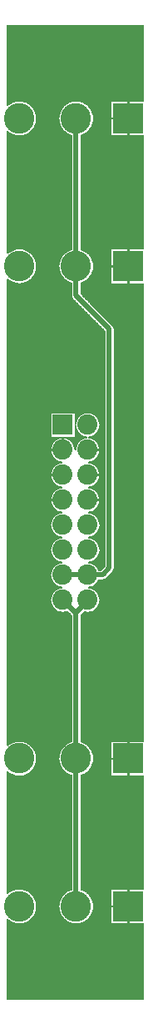
<source format=gbl>
%FSLAX33Y33*%
%MOMM*%
%AMRect-W3100000-H3100000-RO1.500*
21,1,3.1,3.1,0.,0.,90*%
%ADD10C,0.0508*%
%ADD11C,0.508*%
%ADD12C,0.68834*%
%ADD13R,2.049999X2.049999*%
%ADD14C,2.049999*%
%ADD15C,3.1*%
%ADD16Rect-W3100000-H3100000-RO1.500*%
D10*
%LNpour fill*%
G01*
X14475Y8247D02*
X14475Y8247D01*
X12978Y8247*
X12963Y8262*
X12963Y11738*
X12978Y11753*
X14475Y11753*
X14475Y23247*
X12978Y23247*
X12963Y23262*
X12963Y26738*
X12978Y26753*
X14475Y26753*
X14475Y73247*
X12978Y73247*
X12963Y73262*
X12963Y76738*
X12978Y76753*
X14475Y76753*
X14475Y88247*
X12978Y88247*
X12963Y88262*
X12963Y91738*
X12978Y91753*
X14475Y91753*
X14475Y99475*
X0525Y99475*
X0525Y91349*
X0623Y91302*
X0820Y91464*
X0822Y91465*
X1125Y91627*
X1127Y91628*
X1455Y91727*
X1458Y91728*
X1799Y91762*
X1801Y91762*
X2142Y91728*
X2145Y91727*
X2473Y91628*
X2475Y91627*
X2778Y91465*
X2780Y91464*
X3045Y91246*
X3046Y91245*
X3264Y90980*
X3265Y90978*
X3427Y90675*
X3428Y90673*
X3527Y90345*
X3528Y90342*
X3562Y90001*
X3562Y89999*
X3528Y89658*
X3527Y89655*
X3428Y89327*
X3427Y89325*
X3265Y89022*
X3264Y89020*
X3046Y88755*
X3045Y88754*
X2780Y88536*
X2778Y88535*
X2475Y88373*
X2473Y88372*
X2145Y88273*
X2142Y88272*
X1801Y88238*
X1799Y88238*
X1458Y88272*
X1455Y88273*
X1127Y88372*
X1125Y88373*
X0822Y88535*
X0820Y88536*
X0623Y88698*
X0525Y88651*
X0525Y76349*
X0623Y76302*
X0820Y76464*
X0822Y76465*
X1125Y76627*
X1127Y76628*
X1455Y76727*
X1458Y76728*
X1799Y76762*
X1801Y76762*
X2142Y76728*
X2145Y76727*
X2473Y76628*
X2475Y76627*
X2778Y76465*
X2780Y76464*
X3045Y76246*
X3046Y76245*
X3264Y75980*
X3265Y75978*
X3427Y75675*
X3428Y75673*
X3527Y75345*
X3528Y75342*
X3562Y75001*
X3562Y74999*
X3528Y74658*
X3527Y74655*
X3428Y74327*
X3427Y74325*
X3265Y74022*
X3264Y74020*
X3046Y73755*
X3045Y73754*
X2780Y73536*
X2778Y73535*
X2475Y73373*
X2473Y73372*
X2145Y73273*
X2142Y73272*
X1801Y73238*
X1799Y73238*
X1458Y73272*
X1455Y73273*
X1127Y73372*
X1125Y73373*
X0822Y73535*
X0820Y73536*
X0623Y73698*
X0525Y73651*
X0525Y26349*
X0623Y26302*
X0820Y26464*
X0822Y26465*
X1125Y26627*
X1127Y26628*
X1455Y26727*
X1458Y26728*
X1799Y26762*
X1801Y26762*
X2142Y26728*
X2145Y26727*
X2473Y26628*
X2475Y26627*
X2778Y26465*
X2780Y26464*
X3045Y26246*
X3046Y26245*
X3264Y25980*
X3265Y25978*
X3427Y25675*
X3428Y25673*
X3527Y25345*
X3528Y25342*
X3562Y25001*
X3562Y24999*
X3528Y24658*
X3527Y24655*
X3428Y24327*
X3427Y24325*
X3265Y24022*
X3264Y24020*
X3046Y23755*
X3045Y23754*
X2780Y23536*
X2778Y23535*
X2475Y23373*
X2473Y23372*
X2145Y23273*
X2142Y23272*
X1801Y23238*
X1799Y23238*
X1458Y23272*
X1455Y23273*
X1127Y23372*
X1125Y23373*
X0822Y23535*
X0820Y23536*
X0623Y23698*
X0525Y23651*
X0525Y11349*
X0623Y11302*
X0820Y11464*
X0822Y11465*
X1125Y11627*
X1127Y11628*
X1455Y11727*
X1458Y11728*
X1799Y11762*
X1801Y11762*
X2142Y11728*
X2145Y11727*
X2473Y11628*
X2475Y11627*
X2778Y11465*
X2780Y11464*
X3045Y11246*
X3046Y11245*
X3264Y10980*
X3265Y10978*
X3427Y10675*
X3428Y10673*
X3527Y10345*
X3528Y10342*
X3562Y10001*
X3562Y9999*
X3528Y9658*
X3527Y9655*
X3428Y9327*
X3427Y9325*
X3265Y9022*
X3264Y9020*
X3046Y8755*
X3045Y8754*
X2780Y8536*
X2778Y8535*
X2475Y8373*
X2473Y8372*
X2145Y8273*
X2142Y8272*
X1801Y8238*
X1799Y8238*
X1458Y8272*
X1455Y8273*
X1127Y8372*
X1125Y8373*
X0822Y8535*
X0820Y8536*
X0623Y8698*
X0525Y8651*
X0525Y0525*
X14475Y0525*
X14475Y8247*
X12836Y90078D02*
X12836Y90078D01*
X12836Y91738*
X12822Y91753*
X11162Y91753*
X11147Y91738*
X11147Y90078*
X11162Y90064*
X12822Y90064*
X12836Y90078*
X12836Y88262D02*
X12836Y88262D01*
X12836Y89922*
X12822Y89936*
X11162Y89936*
X11147Y89922*
X11147Y88262*
X11162Y88247*
X12822Y88247*
X12836Y88262*
X12836Y75078D02*
X12836Y75078D01*
X12836Y76738*
X12822Y76753*
X11162Y76753*
X11147Y76738*
X11147Y75078*
X11162Y75064*
X12822Y75064*
X12836Y75078*
X12836Y73262D02*
X12836Y73262D01*
X12836Y74922*
X12822Y74936*
X11162Y74936*
X11147Y74922*
X11147Y73262*
X11162Y73247*
X12822Y73247*
X12836Y73262*
X7458Y57677D02*
X7458Y57677D01*
X7458Y60103*
X7443Y60118*
X5017Y60118*
X5002Y60103*
X5002Y57677*
X5017Y57662*
X7443Y57662*
X7458Y57677*
X6167Y56428D02*
X6167Y56428D01*
X6167Y57561*
X6150Y57576*
X5990Y57561*
X5988Y57560*
X5759Y57491*
X5757Y57490*
X5545Y57377*
X5543Y57375*
X5358Y57223*
X5357Y57222*
X5205Y57037*
X5203Y57035*
X5090Y56823*
X5089Y56821*
X5020Y56592*
X5019Y56590*
X5004Y56430*
X5019Y56413*
X6152Y56413*
X6167Y56428*
X8820Y42421D02*
X8820Y42421D01*
X8852Y42424*
X9010Y42439*
X9012Y42440*
X9241Y42509*
X9243Y42510*
X9455Y42623*
X9457Y42625*
X9642Y42777*
X9643Y42778*
X9795Y42963*
X9797Y42965*
X9910Y43177*
X9911Y43179*
X9912Y43184*
X10341Y43184*
X10343Y43185*
X10515Y43219*
X10520Y43221*
X10666Y43318*
X10668Y43320*
X11330Y43982*
X11332Y43984*
X11429Y44130*
X11431Y44135*
X11465Y44307*
X11466Y44309*
X11466Y68601*
X11465Y68604*
X11431Y68776*
X11429Y68781*
X11332Y68926*
X11330Y68928*
X8066Y72193*
X8066Y73309*
X8273Y73372*
X8275Y73373*
X8578Y73535*
X8580Y73536*
X8845Y73754*
X8846Y73755*
X9064Y74020*
X9065Y74022*
X9227Y74325*
X9228Y74327*
X9327Y74655*
X9328Y74658*
X9362Y74999*
X9362Y75001*
X9328Y75342*
X9327Y75345*
X9228Y75673*
X9227Y75675*
X9065Y75978*
X9064Y75980*
X8846Y76245*
X8845Y76246*
X8580Y76464*
X8578Y76465*
X8275Y76627*
X8273Y76628*
X8066Y76691*
X8066Y88309*
X8273Y88372*
X8275Y88373*
X8578Y88535*
X8580Y88536*
X8845Y88754*
X8846Y88755*
X9064Y89020*
X9065Y89022*
X9227Y89325*
X9228Y89327*
X9327Y89655*
X9328Y89658*
X9362Y89999*
X9362Y90001*
X9328Y90342*
X9327Y90345*
X9228Y90673*
X9227Y90675*
X9065Y90978*
X9064Y90980*
X8846Y91245*
X8845Y91246*
X8580Y91464*
X8578Y91465*
X8275Y91627*
X8273Y91628*
X7945Y91727*
X7942Y91728*
X7601Y91762*
X7599Y91762*
X7258Y91728*
X7255Y91727*
X6927Y91628*
X6925Y91627*
X6622Y91465*
X6620Y91464*
X6355Y91246*
X6354Y91245*
X6136Y90980*
X6135Y90978*
X5973Y90675*
X5972Y90673*
X5873Y90345*
X5872Y90342*
X5838Y90001*
X5838Y89999*
X5872Y89658*
X5873Y89655*
X5972Y89327*
X5973Y89325*
X6135Y89022*
X6136Y89020*
X6354Y88755*
X6355Y88754*
X6620Y88536*
X6622Y88535*
X6925Y88373*
X6927Y88372*
X7134Y88309*
X7134Y76691*
X6927Y76628*
X6925Y76627*
X6622Y76465*
X6620Y76464*
X6355Y76246*
X6354Y76245*
X6136Y75980*
X6135Y75978*
X5973Y75675*
X5972Y75673*
X5873Y75345*
X5872Y75342*
X5838Y75001*
X5838Y74999*
X5872Y74658*
X5873Y74655*
X5972Y74327*
X5973Y74325*
X6135Y74022*
X6136Y74020*
X6354Y73755*
X6355Y73754*
X6620Y73536*
X6622Y73535*
X6925Y73373*
X6927Y73372*
X7134Y73309*
X7134Y71999*
X7135Y71996*
X7169Y71824*
X7171Y71819*
X7268Y71674*
X7270Y71672*
X10534Y68407*
X10534Y44503*
X10147Y44116*
X9912Y44116*
X9911Y44121*
X9910Y44123*
X9797Y44335*
X9795Y44337*
X9643Y44522*
X9642Y44523*
X9457Y44675*
X9455Y44677*
X9243Y44790*
X9241Y44791*
X9012Y44860*
X9010Y44861*
X8872Y44874*
X8820Y44879*
X8820Y44961*
X8852Y44964*
X9010Y44979*
X9012Y44980*
X9241Y45049*
X9243Y45050*
X9455Y45163*
X9457Y45165*
X9642Y45317*
X9643Y45318*
X9795Y45503*
X9797Y45505*
X9910Y45717*
X9911Y45719*
X9980Y45948*
X9981Y45950*
X10004Y46189*
X10004Y46191*
X9981Y46430*
X9980Y46432*
X9911Y46661*
X9910Y46663*
X9797Y46875*
X9795Y46877*
X9643Y47062*
X9642Y47063*
X9457Y47215*
X9455Y47217*
X9243Y47330*
X9241Y47331*
X9012Y47400*
X9010Y47401*
X8872Y47414*
X8820Y47419*
X8820Y47501*
X8852Y47504*
X9010Y47519*
X9012Y47520*
X9241Y47589*
X9243Y47590*
X9455Y47703*
X9457Y47705*
X9642Y47857*
X9643Y47858*
X9795Y48043*
X9797Y48045*
X9910Y48257*
X9911Y48259*
X9980Y48488*
X9981Y48490*
X10004Y48729*
X10004Y48731*
X9981Y48970*
X9980Y48972*
X9911Y49201*
X9910Y49203*
X9797Y49415*
X9795Y49417*
X9643Y49602*
X9642Y49603*
X9457Y49755*
X9455Y49757*
X9243Y49870*
X9241Y49871*
X9012Y49940*
X9010Y49941*
X8872Y49954*
X8820Y49959*
X8820Y50041*
X8852Y50044*
X9010Y50059*
X9012Y50060*
X9241Y50129*
X9243Y50130*
X9455Y50243*
X9457Y50245*
X9642Y50397*
X9643Y50398*
X9795Y50583*
X9797Y50585*
X9910Y50797*
X9911Y50799*
X9980Y51028*
X9981Y51030*
X9996Y51190*
X9981Y51206*
X8795Y51206*
X8795Y51334*
X9981Y51334*
X9996Y51350*
X9981Y51510*
X9980Y51512*
X9911Y51741*
X9910Y51743*
X9797Y51955*
X9795Y51957*
X9643Y52142*
X9642Y52143*
X9457Y52295*
X9455Y52297*
X9243Y52410*
X9241Y52411*
X9012Y52480*
X9010Y52481*
X8872Y52494*
X8820Y52499*
X8820Y52581*
X8852Y52584*
X9010Y52599*
X9012Y52600*
X9241Y52669*
X9243Y52670*
X9455Y52783*
X9457Y52785*
X9642Y52937*
X9643Y52938*
X9795Y53123*
X9797Y53125*
X9910Y53337*
X9911Y53339*
X9980Y53568*
X9981Y53570*
X9996Y53730*
X9981Y53746*
X8795Y53746*
X8795Y53873*
X9981Y53873*
X9996Y53890*
X9981Y54050*
X9980Y54052*
X9911Y54281*
X9910Y54283*
X9797Y54495*
X9795Y54497*
X9643Y54682*
X9642Y54683*
X9457Y54835*
X9455Y54837*
X9243Y54950*
X9241Y54951*
X9012Y55020*
X9010Y55021*
X8872Y55034*
X8820Y55039*
X8820Y55121*
X8852Y55124*
X9010Y55139*
X9012Y55140*
X9241Y55209*
X9243Y55210*
X9455Y55323*
X9457Y55325*
X9642Y55477*
X9643Y55478*
X9795Y55663*
X9797Y55665*
X9910Y55877*
X9911Y55879*
X9980Y56108*
X9981Y56110*
X9996Y56270*
X9981Y56286*
X8795Y56286*
X8795Y56413*
X9981Y56413*
X9996Y56430*
X9981Y56590*
X9980Y56592*
X9911Y56821*
X9910Y56823*
X9797Y57035*
X9795Y57037*
X9643Y57222*
X9642Y57223*
X9457Y57375*
X9455Y57377*
X9243Y57490*
X9241Y57491*
X9012Y57560*
X9010Y57561*
X8872Y57574*
X8820Y57579*
X8820Y57661*
X8872Y57666*
X8872Y57666*
X9010Y57679*
X9012Y57680*
X9241Y57749*
X9243Y57750*
X9455Y57863*
X9457Y57865*
X9642Y58017*
X9643Y58018*
X9795Y58203*
X9797Y58205*
X9910Y58417*
X9911Y58419*
X9980Y58648*
X9981Y58650*
X10004Y58889*
X10004Y58891*
X9981Y59130*
X9980Y59132*
X9911Y59361*
X9910Y59363*
X9797Y59575*
X9795Y59577*
X9643Y59762*
X9642Y59763*
X9457Y59915*
X9455Y59917*
X9243Y60030*
X9241Y60031*
X9012Y60100*
X9010Y60101*
X8771Y60124*
X8769Y60124*
X8530Y60101*
X8528Y60100*
X8299Y60031*
X8297Y60030*
X8085Y59917*
X8083Y59915*
X7898Y59763*
X7897Y59762*
X7745Y59577*
X7743Y59575*
X7630Y59363*
X7629Y59361*
X7560Y59132*
X7559Y59130*
X7536Y58891*
X7536Y58889*
X7559Y58650*
X7560Y58648*
X7629Y58419*
X7630Y58417*
X7743Y58205*
X7745Y58203*
X7897Y58018*
X7898Y58017*
X8083Y57865*
X8085Y57863*
X8297Y57750*
X8299Y57749*
X8528Y57680*
X8530Y57679*
X8668Y57666*
X8720Y57661*
X8720Y57579*
X8668Y57574*
X8668Y57574*
X8530Y57561*
X8528Y57560*
X8299Y57491*
X8297Y57490*
X8085Y57377*
X8083Y57375*
X7898Y57223*
X7897Y57222*
X7745Y57037*
X7743Y57035*
X7630Y56823*
X7629Y56821*
X7560Y56592*
X7559Y56590*
X7546Y56452*
X7541Y56400*
X7459Y56400*
X7456Y56432*
X7441Y56590*
X7440Y56592*
X7371Y56821*
X7370Y56823*
X7257Y57035*
X7255Y57037*
X7103Y57222*
X7102Y57223*
X6917Y57375*
X6915Y57377*
X6703Y57490*
X6701Y57491*
X6472Y57560*
X6470Y57561*
X6310Y57576*
X6293Y57561*
X6293Y56375*
X6219Y56375*
X6205Y56361*
X6205Y56286*
X5019Y56286*
X5004Y56270*
X5019Y56110*
X5020Y56108*
X5089Y55879*
X5090Y55877*
X5203Y55665*
X5205Y55663*
X5357Y55478*
X5358Y55477*
X5543Y55325*
X5545Y55323*
X5757Y55210*
X5759Y55209*
X5988Y55140*
X5990Y55139*
X6128Y55126*
X6180Y55121*
X6180Y55039*
X6148Y55036*
X5990Y55021*
X5988Y55020*
X5759Y54951*
X5757Y54950*
X5545Y54837*
X5543Y54835*
X5358Y54683*
X5357Y54682*
X5205Y54497*
X5203Y54495*
X5090Y54283*
X5089Y54281*
X5020Y54052*
X5019Y54050*
X5004Y53890*
X5019Y53873*
X6205Y53873*
X6205Y53746*
X5019Y53746*
X5004Y53730*
X5019Y53570*
X5020Y53568*
X5089Y53339*
X5090Y53337*
X5203Y53125*
X5205Y53123*
X5357Y52938*
X5358Y52937*
X5543Y52785*
X5545Y52783*
X5757Y52670*
X5759Y52669*
X5988Y52600*
X5990Y52599*
X6128Y52586*
X6180Y52581*
X6180Y52499*
X6148Y52496*
X5990Y52481*
X5988Y52480*
X5759Y52411*
X5757Y52410*
X5545Y52297*
X5543Y52295*
X5358Y52143*
X5357Y52142*
X5205Y51957*
X5203Y51955*
X5090Y51743*
X5089Y51741*
X5020Y51512*
X5019Y51510*
X5004Y51350*
X5019Y51334*
X6205Y51334*
X6205Y51206*
X5019Y51206*
X5004Y51190*
X5019Y51030*
X5020Y51028*
X5089Y50799*
X5090Y50797*
X5203Y50585*
X5205Y50583*
X5357Y50398*
X5358Y50397*
X5543Y50245*
X5545Y50243*
X5757Y50130*
X5759Y50129*
X5988Y50060*
X5990Y50059*
X6128Y50046*
X6180Y50041*
X6180Y49959*
X6148Y49956*
X5990Y49941*
X5988Y49940*
X5759Y49871*
X5757Y49870*
X5545Y49757*
X5543Y49755*
X5358Y49603*
X5357Y49602*
X5205Y49417*
X5203Y49415*
X5090Y49203*
X5089Y49201*
X5020Y48972*
X5019Y48970*
X4996Y48731*
X4996Y48729*
X5019Y48490*
X5020Y48488*
X5089Y48259*
X5090Y48257*
X5203Y48045*
X5205Y48043*
X5357Y47858*
X5358Y47857*
X5543Y47705*
X5545Y47703*
X5757Y47590*
X5759Y47589*
X5988Y47520*
X5990Y47519*
X6128Y47506*
X6180Y47501*
X6180Y47419*
X6148Y47416*
X5990Y47401*
X5988Y47400*
X5759Y47331*
X5757Y47330*
X5545Y47217*
X5543Y47215*
X5358Y47063*
X5357Y47062*
X5205Y46877*
X5203Y46875*
X5090Y46663*
X5089Y46661*
X5020Y46432*
X5019Y46430*
X4996Y46191*
X4996Y46189*
X5019Y45950*
X5020Y45948*
X5089Y45719*
X5090Y45717*
X5203Y45505*
X5205Y45503*
X5357Y45318*
X5358Y45317*
X5543Y45165*
X5545Y45163*
X5757Y45050*
X5759Y45049*
X5988Y44980*
X5990Y44979*
X6128Y44966*
X6180Y44961*
X6180Y44879*
X6148Y44876*
X5990Y44861*
X5988Y44860*
X5759Y44791*
X5757Y44790*
X5545Y44677*
X5543Y44675*
X5358Y44523*
X5357Y44522*
X5205Y44337*
X5203Y44335*
X5090Y44123*
X5089Y44121*
X5020Y43892*
X5019Y43890*
X4996Y43651*
X4996Y43649*
X5019Y43410*
X5020Y43408*
X5089Y43179*
X5090Y43177*
X5203Y42965*
X5205Y42963*
X5357Y42778*
X5358Y42777*
X5543Y42625*
X5545Y42623*
X5757Y42510*
X5759Y42509*
X5988Y42440*
X5990Y42439*
X6128Y42426*
X6180Y42421*
X6180Y42339*
X6148Y42336*
X5990Y42321*
X5988Y42320*
X5759Y42251*
X5757Y42250*
X5545Y42137*
X5543Y42135*
X5358Y41983*
X5357Y41982*
X5205Y41797*
X5203Y41795*
X5090Y41583*
X5089Y41581*
X5020Y41352*
X5019Y41350*
X4996Y41111*
X4996Y41109*
X5019Y40870*
X5020Y40868*
X5089Y40639*
X5090Y40637*
X5203Y40425*
X5205Y40423*
X5357Y40238*
X5358Y40237*
X5543Y40085*
X5545Y40083*
X5757Y39970*
X5759Y39969*
X5988Y39900*
X5990Y39899*
X6229Y39876*
X6231Y39876*
X6470Y39899*
X6472Y39900*
X6701Y39969*
X6703Y39970*
X6708Y39973*
X7134Y39547*
X7134Y26691*
X6927Y26628*
X6925Y26627*
X6622Y26465*
X6620Y26464*
X6355Y26246*
X6354Y26245*
X6136Y25980*
X6135Y25978*
X5973Y25675*
X5972Y25673*
X5873Y25345*
X5872Y25342*
X5838Y25001*
X5838Y24999*
X5872Y24658*
X5873Y24655*
X5972Y24327*
X5973Y24325*
X6135Y24022*
X6136Y24020*
X6354Y23755*
X6355Y23754*
X6620Y23536*
X6622Y23535*
X6925Y23373*
X6927Y23372*
X7134Y23309*
X7134Y11691*
X6927Y11628*
X6925Y11627*
X6622Y11465*
X6620Y11464*
X6355Y11246*
X6354Y11245*
X6136Y10980*
X6135Y10978*
X5973Y10675*
X5972Y10673*
X5873Y10345*
X5872Y10342*
X5838Y10001*
X5838Y9999*
X5872Y9658*
X5873Y9655*
X5972Y9327*
X5973Y9325*
X6135Y9022*
X6136Y9020*
X6354Y8755*
X6355Y8754*
X6620Y8536*
X6622Y8535*
X6925Y8373*
X6927Y8372*
X7255Y8273*
X7258Y8272*
X7599Y8238*
X7601Y8238*
X7942Y8272*
X7945Y8273*
X8273Y8372*
X8275Y8373*
X8578Y8535*
X8580Y8536*
X8845Y8754*
X8846Y8755*
X9064Y9020*
X9065Y9022*
X9227Y9325*
X9228Y9327*
X9327Y9655*
X9328Y9658*
X9362Y9999*
X9362Y10001*
X9328Y10342*
X9327Y10345*
X9228Y10673*
X9227Y10675*
X9065Y10978*
X9064Y10980*
X8846Y11245*
X8845Y11246*
X8580Y11464*
X8578Y11465*
X8275Y11627*
X8273Y11628*
X8066Y11691*
X8066Y23309*
X8273Y23372*
X8275Y23373*
X8578Y23535*
X8580Y23536*
X8845Y23754*
X8846Y23755*
X9064Y24020*
X9065Y24022*
X9227Y24325*
X9228Y24327*
X9327Y24655*
X9328Y24658*
X9362Y24999*
X9362Y25001*
X9328Y25342*
X9327Y25345*
X9228Y25673*
X9227Y25675*
X9065Y25978*
X9064Y25980*
X8846Y26245*
X8845Y26246*
X8580Y26464*
X8578Y26465*
X8275Y26627*
X8273Y26628*
X8066Y26691*
X8066Y39547*
X8444Y39925*
X8528Y39900*
X8530Y39899*
X8769Y39876*
X8771Y39876*
X9010Y39899*
X9012Y39900*
X9241Y39969*
X9243Y39970*
X9455Y40083*
X9457Y40085*
X9642Y40237*
X9643Y40238*
X9795Y40423*
X9797Y40425*
X9910Y40637*
X9911Y40639*
X9980Y40868*
X9981Y40870*
X10004Y41109*
X10004Y41111*
X9981Y41350*
X9980Y41352*
X9911Y41581*
X9910Y41583*
X9797Y41795*
X9795Y41797*
X9643Y41982*
X9642Y41983*
X9457Y42135*
X9455Y42137*
X9243Y42250*
X9241Y42251*
X9012Y42320*
X9010Y42321*
X8872Y42334*
X8820Y42339*
X8820Y42421*
X12836Y25078D02*
X12836Y25078D01*
X12836Y26738*
X12822Y26753*
X11162Y26753*
X11147Y26738*
X11147Y25078*
X11162Y25064*
X12822Y25064*
X12836Y25078*
X12836Y23262D02*
X12836Y23262D01*
X12836Y24922*
X12822Y24936*
X11162Y24936*
X11147Y24922*
X11147Y23262*
X11162Y23247*
X12822Y23247*
X12836Y23262*
X12836Y10078D02*
X12836Y10078D01*
X12836Y11738*
X12822Y11753*
X11162Y11753*
X11147Y11738*
X11147Y10078*
X11162Y10063*
X12822Y10063*
X12836Y10078*
X12836Y8262D02*
X12836Y8262D01*
X12836Y9922*
X12822Y9937*
X11162Y9937*
X11147Y9922*
X11147Y8262*
X11162Y8247*
X12822Y8247*
X12836Y8262*
X0525Y0550D02*
X14475Y0550D01*
X0525Y0599D02*
X14475Y0599D01*
X0525Y0649D02*
X14475Y0649D01*
X0525Y0698D02*
X14475Y0698D01*
X0525Y0748D02*
X14475Y0748D01*
X0525Y0797D02*
X14475Y0797D01*
X0525Y0847D02*
X14475Y0847D01*
X0525Y0896D02*
X14475Y0896D01*
X0525Y0946D02*
X14475Y0946D01*
X0525Y0995D02*
X14475Y0995D01*
X0525Y1045D02*
X14475Y1045D01*
X0525Y1094D02*
X14475Y1094D01*
X0525Y1144D02*
X14475Y1144D01*
X0525Y1193D02*
X14475Y1193D01*
X0525Y1243D02*
X14475Y1243D01*
X0525Y1292D02*
X14475Y1292D01*
X0525Y1342D02*
X14475Y1342D01*
X0525Y1392D02*
X14475Y1392D01*
X0525Y1441D02*
X14475Y1441D01*
X0525Y1491D02*
X14475Y1491D01*
X0525Y1540D02*
X14475Y1540D01*
X0525Y1590D02*
X14475Y1590D01*
X0525Y1639D02*
X14475Y1639D01*
X0525Y1689D02*
X14475Y1689D01*
X0525Y1738D02*
X14475Y1738D01*
X0525Y1788D02*
X14475Y1788D01*
X0525Y1837D02*
X14475Y1837D01*
X0525Y1887D02*
X14475Y1887D01*
X0525Y1936D02*
X14475Y1936D01*
X0525Y1986D02*
X14475Y1986D01*
X0525Y2035D02*
X14475Y2035D01*
X0525Y2085D02*
X14475Y2085D01*
X0525Y2134D02*
X14475Y2134D01*
X0525Y2184D02*
X14475Y2184D01*
X0525Y2234D02*
X14475Y2234D01*
X0525Y2283D02*
X14475Y2283D01*
X0525Y2333D02*
X14475Y2333D01*
X0525Y2382D02*
X14475Y2382D01*
X0525Y2432D02*
X14475Y2432D01*
X0525Y2481D02*
X14475Y2481D01*
X0525Y2531D02*
X14475Y2531D01*
X0525Y2580D02*
X14475Y2580D01*
X0525Y2630D02*
X14475Y2630D01*
X0525Y2679D02*
X14475Y2679D01*
X0525Y2729D02*
X14475Y2729D01*
X0525Y2778D02*
X14475Y2778D01*
X0525Y2828D02*
X14475Y2828D01*
X0525Y2877D02*
X14475Y2877D01*
X0525Y2927D02*
X14475Y2927D01*
X0525Y2976D02*
X14475Y2976D01*
X0525Y3026D02*
X14475Y3026D01*
X0525Y3076D02*
X14475Y3076D01*
X0525Y3125D02*
X14475Y3125D01*
X0525Y3175D02*
X14475Y3175D01*
X0525Y3224D02*
X14475Y3224D01*
X0525Y3274D02*
X14475Y3274D01*
X0525Y3323D02*
X14475Y3323D01*
X0525Y3373D02*
X14475Y3373D01*
X0525Y3422D02*
X14475Y3422D01*
X0525Y3472D02*
X14475Y3472D01*
X0525Y3521D02*
X14475Y3521D01*
X0525Y3571D02*
X14475Y3571D01*
X0525Y3620D02*
X14475Y3620D01*
X0525Y3670D02*
X14475Y3670D01*
X0525Y3719D02*
X14475Y3719D01*
X0525Y3769D02*
X14475Y3769D01*
X0525Y3819D02*
X14475Y3819D01*
X0525Y3868D02*
X14475Y3868D01*
X0525Y3918D02*
X14475Y3918D01*
X0525Y3967D02*
X14475Y3967D01*
X0525Y4017D02*
X14475Y4017D01*
X0525Y4066D02*
X14475Y4066D01*
X0525Y4116D02*
X14475Y4116D01*
X0525Y4165D02*
X14475Y4165D01*
X0525Y4215D02*
X14475Y4215D01*
X0525Y4264D02*
X14475Y4264D01*
X0525Y4314D02*
X14475Y4314D01*
X0525Y4363D02*
X14475Y4363D01*
X0525Y4413D02*
X14475Y4413D01*
X0525Y4462D02*
X14475Y4462D01*
X0525Y4512D02*
X14475Y4512D01*
X0525Y4561D02*
X14475Y4561D01*
X0525Y4611D02*
X14475Y4611D01*
X0525Y4661D02*
X14475Y4661D01*
X0525Y4710D02*
X14475Y4710D01*
X0525Y4760D02*
X14475Y4760D01*
X0525Y4809D02*
X14475Y4809D01*
X0525Y4859D02*
X14475Y4859D01*
X0525Y4908D02*
X14475Y4908D01*
X0525Y4958D02*
X14475Y4958D01*
X0525Y5007D02*
X14475Y5007D01*
X0525Y5057D02*
X14475Y5057D01*
X0525Y5106D02*
X14475Y5106D01*
X0525Y5156D02*
X14475Y5156D01*
X0525Y5205D02*
X14475Y5205D01*
X0525Y5255D02*
X14475Y5255D01*
X0525Y5304D02*
X14475Y5304D01*
X0525Y5354D02*
X14475Y5354D01*
X0525Y5403D02*
X14475Y5403D01*
X0525Y5453D02*
X14475Y5453D01*
X0525Y5503D02*
X14475Y5503D01*
X0525Y5552D02*
X14475Y5552D01*
X0525Y5602D02*
X14475Y5602D01*
X0525Y5651D02*
X14475Y5651D01*
X0525Y5701D02*
X14475Y5701D01*
X0525Y5750D02*
X14475Y5750D01*
X0525Y5800D02*
X14475Y5800D01*
X0525Y5849D02*
X14475Y5849D01*
X0525Y5899D02*
X14475Y5899D01*
X0525Y5948D02*
X14475Y5948D01*
X0525Y5998D02*
X14475Y5998D01*
X0525Y6047D02*
X14475Y6047D01*
X0525Y6097D02*
X14475Y6097D01*
X0525Y6146D02*
X14475Y6146D01*
X0525Y6196D02*
X14475Y6196D01*
X0525Y6245D02*
X14475Y6245D01*
X0525Y6295D02*
X14475Y6295D01*
X0525Y6345D02*
X14475Y6345D01*
X0525Y6394D02*
X14475Y6394D01*
X0525Y6444D02*
X14475Y6444D01*
X0525Y6493D02*
X14475Y6493D01*
X0525Y6543D02*
X14475Y6543D01*
X0525Y6592D02*
X14475Y6592D01*
X0525Y6642D02*
X14475Y6642D01*
X0525Y6691D02*
X14475Y6691D01*
X0525Y6741D02*
X14475Y6741D01*
X0525Y6790D02*
X14475Y6790D01*
X0525Y6840D02*
X14475Y6840D01*
X0525Y6889D02*
X14475Y6889D01*
X0525Y6939D02*
X14475Y6939D01*
X0525Y6988D02*
X14475Y6988D01*
X0525Y7038D02*
X14475Y7038D01*
X0525Y7087D02*
X14475Y7087D01*
X0525Y7137D02*
X14475Y7137D01*
X0525Y7187D02*
X14475Y7187D01*
X0525Y7236D02*
X14475Y7236D01*
X0525Y7286D02*
X14475Y7286D01*
X0525Y7335D02*
X14475Y7335D01*
X0525Y7385D02*
X14475Y7385D01*
X0525Y7434D02*
X14475Y7434D01*
X0525Y7484D02*
X14475Y7484D01*
X0525Y7533D02*
X14475Y7533D01*
X0525Y7583D02*
X14475Y7583D01*
X0525Y7632D02*
X14475Y7632D01*
X0525Y7682D02*
X14475Y7682D01*
X0525Y7731D02*
X14475Y7731D01*
X0525Y7781D02*
X14475Y7781D01*
X0525Y7830D02*
X14475Y7830D01*
X0525Y7880D02*
X14475Y7880D01*
X0525Y7929D02*
X14475Y7929D01*
X0525Y7979D02*
X14475Y7979D01*
X0525Y8029D02*
X14475Y8029D01*
X0525Y8078D02*
X14475Y8078D01*
X0525Y8128D02*
X14475Y8128D01*
X0525Y8177D02*
X14475Y8177D01*
X0525Y8227D02*
X14475Y8227D01*
X0525Y8276D02*
X1443Y8276D01*
X2157Y8276D02*
X7243Y8276D01*
X7957Y8276D02*
X11147Y8276D01*
X12836Y8276D02*
X12963Y8276D01*
X0525Y8326D02*
X1280Y8326D01*
X2320Y8326D02*
X7080Y8326D01*
X8120Y8326D02*
X11147Y8326D01*
X12836Y8326D02*
X12963Y8326D01*
X0525Y8375D02*
X1120Y8375D01*
X2480Y8375D02*
X6920Y8375D01*
X8280Y8375D02*
X11147Y8375D01*
X12836Y8375D02*
X12963Y8375D01*
X0525Y8425D02*
X1028Y8425D01*
X2572Y8425D02*
X6828Y8425D01*
X8372Y8425D02*
X11147Y8425D01*
X12836Y8425D02*
X12963Y8425D01*
X0525Y8474D02*
X0935Y8474D01*
X2665Y8474D02*
X6735Y8474D01*
X8465Y8474D02*
X11147Y8474D01*
X12836Y8474D02*
X12963Y8474D01*
X0525Y8524D02*
X0843Y8524D01*
X2757Y8524D02*
X6643Y8524D01*
X8557Y8524D02*
X11147Y8524D01*
X12836Y8524D02*
X12963Y8524D01*
X0525Y8573D02*
X0775Y8573D01*
X2825Y8573D02*
X6575Y8573D01*
X8625Y8573D02*
X11147Y8573D01*
X12836Y8573D02*
X12963Y8573D01*
X0525Y8623D02*
X0714Y8623D01*
X2886Y8623D02*
X6514Y8623D01*
X8686Y8623D02*
X11147Y8623D01*
X12836Y8623D02*
X12963Y8623D01*
X0570Y8672D02*
X0654Y8672D01*
X2946Y8672D02*
X6454Y8672D01*
X8746Y8672D02*
X11147Y8672D01*
X12836Y8672D02*
X12963Y8672D01*
X3006Y8722D02*
X6394Y8722D01*
X8806Y8722D02*
X11147Y8722D01*
X12836Y8722D02*
X12963Y8722D01*
X3060Y8772D02*
X6340Y8772D01*
X8860Y8772D02*
X11147Y8772D01*
X12836Y8772D02*
X12963Y8772D01*
X3100Y8821D02*
X6300Y8821D01*
X8900Y8821D02*
X11147Y8821D01*
X12836Y8821D02*
X12963Y8821D01*
X3141Y8871D02*
X6259Y8871D01*
X8941Y8871D02*
X11147Y8871D01*
X12836Y8871D02*
X12963Y8871D01*
X3182Y8920D02*
X6218Y8920D01*
X8982Y8920D02*
X11147Y8920D01*
X12836Y8920D02*
X12963Y8920D01*
X3222Y8970D02*
X6178Y8970D01*
X9022Y8970D02*
X11147Y8970D01*
X12836Y8970D02*
X12963Y8970D01*
X3263Y9019D02*
X6137Y9019D01*
X9063Y9019D02*
X11147Y9019D01*
X12836Y9019D02*
X12963Y9019D01*
X3290Y9069D02*
X6110Y9069D01*
X9090Y9069D02*
X11147Y9069D01*
X12836Y9069D02*
X12963Y9069D01*
X3317Y9118D02*
X6083Y9118D01*
X9117Y9118D02*
X11147Y9118D01*
X12836Y9118D02*
X12963Y9118D01*
X3343Y9168D02*
X6057Y9168D01*
X9143Y9168D02*
X11147Y9168D01*
X12836Y9168D02*
X12963Y9168D01*
X3370Y9217D02*
X6030Y9217D01*
X9170Y9217D02*
X11147Y9217D01*
X12836Y9217D02*
X12963Y9217D01*
X3396Y9267D02*
X6004Y9267D01*
X9196Y9267D02*
X11147Y9267D01*
X12836Y9267D02*
X12963Y9267D01*
X3423Y9316D02*
X5977Y9316D01*
X9223Y9316D02*
X11147Y9316D01*
X12836Y9316D02*
X12963Y9316D01*
X3440Y9366D02*
X5960Y9366D01*
X9240Y9366D02*
X11147Y9366D01*
X12836Y9366D02*
X12963Y9366D01*
X3455Y9415D02*
X5945Y9415D01*
X9255Y9415D02*
X11147Y9415D01*
X12836Y9415D02*
X12963Y9415D01*
X3470Y9465D02*
X5930Y9465D01*
X9270Y9465D02*
X11147Y9465D01*
X12836Y9465D02*
X12963Y9465D01*
X3485Y9514D02*
X5915Y9514D01*
X9285Y9514D02*
X11147Y9514D01*
X12836Y9514D02*
X12963Y9514D01*
X3500Y9564D02*
X5900Y9564D01*
X9300Y9564D02*
X11147Y9564D01*
X12836Y9564D02*
X12963Y9564D01*
X3515Y9614D02*
X5885Y9614D01*
X9315Y9614D02*
X11147Y9614D01*
X12836Y9614D02*
X12963Y9614D01*
X3528Y9663D02*
X5872Y9663D01*
X9328Y9663D02*
X11147Y9663D01*
X12836Y9663D02*
X12963Y9663D01*
X3533Y9713D02*
X5867Y9713D01*
X9333Y9713D02*
X11147Y9713D01*
X12836Y9713D02*
X12963Y9713D01*
X3538Y9762D02*
X5862Y9762D01*
X9338Y9762D02*
X11147Y9762D01*
X12836Y9762D02*
X12963Y9762D01*
X3543Y9812D02*
X5857Y9812D01*
X9343Y9812D02*
X11147Y9812D01*
X12836Y9812D02*
X12963Y9812D01*
X3548Y9861D02*
X5852Y9861D01*
X9348Y9861D02*
X11147Y9861D01*
X12836Y9861D02*
X12963Y9861D01*
X3553Y9911D02*
X5847Y9911D01*
X9353Y9911D02*
X11147Y9911D01*
X12836Y9911D02*
X12963Y9911D01*
X3558Y9960D02*
X5842Y9960D01*
X9358Y9960D02*
X12963Y9960D01*
X3561Y10010D02*
X5839Y10010D01*
X9361Y10010D02*
X12963Y10010D01*
X3556Y10059D02*
X5844Y10059D01*
X9356Y10059D02*
X12963Y10059D01*
X3551Y10109D02*
X5849Y10109D01*
X9351Y10109D02*
X11147Y10109D01*
X12836Y10109D02*
X12963Y10109D01*
X3546Y10158D02*
X5854Y10158D01*
X9346Y10158D02*
X11147Y10158D01*
X12836Y10158D02*
X12963Y10158D01*
X3541Y10208D02*
X5859Y10208D01*
X9341Y10208D02*
X11147Y10208D01*
X12836Y10208D02*
X12963Y10208D01*
X3536Y10257D02*
X5864Y10257D01*
X9336Y10257D02*
X11147Y10257D01*
X12836Y10257D02*
X12963Y10257D01*
X3531Y10307D02*
X5869Y10307D01*
X9331Y10307D02*
X11147Y10307D01*
X12836Y10307D02*
X12963Y10307D01*
X3524Y10356D02*
X5876Y10356D01*
X9324Y10356D02*
X11147Y10356D01*
X12836Y10356D02*
X12963Y10356D01*
X3509Y10406D02*
X5891Y10406D01*
X9309Y10406D02*
X11147Y10406D01*
X12836Y10406D02*
X12963Y10406D01*
X3494Y10456D02*
X5906Y10456D01*
X9294Y10456D02*
X11147Y10456D01*
X12836Y10456D02*
X12963Y10456D01*
X3479Y10505D02*
X5921Y10505D01*
X9279Y10505D02*
X11147Y10505D01*
X12836Y10505D02*
X12963Y10505D01*
X3464Y10555D02*
X5936Y10555D01*
X9264Y10555D02*
X11147Y10555D01*
X12836Y10555D02*
X12963Y10555D01*
X3449Y10604D02*
X5951Y10604D01*
X9249Y10604D02*
X11147Y10604D01*
X12836Y10604D02*
X12963Y10604D01*
X3434Y10654D02*
X5966Y10654D01*
X9234Y10654D02*
X11147Y10654D01*
X12836Y10654D02*
X12963Y10654D01*
X3412Y10703D02*
X5988Y10703D01*
X9212Y10703D02*
X11147Y10703D01*
X12836Y10703D02*
X12963Y10703D01*
X3386Y10753D02*
X6014Y10753D01*
X9186Y10753D02*
X11147Y10753D01*
X12836Y10753D02*
X12963Y10753D01*
X3359Y10802D02*
X6041Y10802D01*
X9159Y10802D02*
X11147Y10802D01*
X12836Y10802D02*
X12963Y10802D01*
X3333Y10852D02*
X6067Y10852D01*
X9133Y10852D02*
X11147Y10852D01*
X12836Y10852D02*
X12963Y10852D01*
X3306Y10901D02*
X6094Y10901D01*
X9106Y10901D02*
X11147Y10901D01*
X12836Y10901D02*
X12963Y10901D01*
X3280Y10951D02*
X6120Y10951D01*
X9080Y10951D02*
X11147Y10951D01*
X12836Y10951D02*
X12963Y10951D01*
X3247Y11000D02*
X6153Y11000D01*
X9047Y11000D02*
X11147Y11000D01*
X12836Y11000D02*
X12963Y11000D01*
X3206Y11050D02*
X6194Y11050D01*
X9006Y11050D02*
X11147Y11050D01*
X12836Y11050D02*
X12963Y11050D01*
X3166Y11099D02*
X6234Y11099D01*
X8966Y11099D02*
X11147Y11099D01*
X12836Y11099D02*
X12963Y11099D01*
X3125Y11149D02*
X6275Y11149D01*
X8925Y11149D02*
X11147Y11149D01*
X12836Y11149D02*
X12963Y11149D01*
X3084Y11198D02*
X6316Y11198D01*
X8884Y11198D02*
X11147Y11198D01*
X12836Y11198D02*
X12963Y11198D01*
X3043Y11248D02*
X6357Y11248D01*
X8843Y11248D02*
X11147Y11248D01*
X12836Y11248D02*
X12963Y11248D01*
X2983Y11298D02*
X6417Y11298D01*
X8783Y11298D02*
X11147Y11298D01*
X12836Y11298D02*
X12963Y11298D01*
X0529Y11347D02*
X0678Y11347D01*
X2922Y11347D02*
X6478Y11347D01*
X8722Y11347D02*
X11147Y11347D01*
X12836Y11347D02*
X12963Y11347D01*
X0525Y11397D02*
X0738Y11397D01*
X2862Y11397D02*
X6538Y11397D01*
X8662Y11397D02*
X11147Y11397D01*
X12836Y11397D02*
X12963Y11397D01*
X0525Y11446D02*
X0799Y11446D01*
X2801Y11446D02*
X6599Y11446D01*
X8601Y11446D02*
X11147Y11446D01*
X12836Y11446D02*
X12963Y11446D01*
X0525Y11496D02*
X0879Y11496D01*
X2721Y11496D02*
X6679Y11496D01*
X8521Y11496D02*
X11147Y11496D01*
X12836Y11496D02*
X12963Y11496D01*
X0525Y11545D02*
X0972Y11545D01*
X2628Y11545D02*
X6772Y11545D01*
X8428Y11545D02*
X11147Y11545D01*
X12836Y11545D02*
X12963Y11545D01*
X0525Y11595D02*
X1064Y11595D01*
X2536Y11595D02*
X6864Y11595D01*
X8336Y11595D02*
X11147Y11595D01*
X12836Y11595D02*
X12963Y11595D01*
X0525Y11644D02*
X1181Y11644D01*
X2419Y11644D02*
X6981Y11644D01*
X8219Y11644D02*
X11147Y11644D01*
X12836Y11644D02*
X12963Y11644D01*
X0525Y11694D02*
X1344Y11694D01*
X2256Y11694D02*
X7134Y11694D01*
X8066Y11694D02*
X11147Y11694D01*
X12836Y11694D02*
X12963Y11694D01*
X0525Y11743D02*
X1613Y11743D01*
X1987Y11743D02*
X7134Y11743D01*
X8066Y11743D02*
X11152Y11743D01*
X12832Y11743D02*
X12968Y11743D01*
X0525Y11793D02*
X7134Y11793D01*
X8066Y11793D02*
X14475Y11793D01*
X0525Y11842D02*
X7134Y11842D01*
X8066Y11842D02*
X14475Y11842D01*
X0525Y11892D02*
X7134Y11892D01*
X8066Y11892D02*
X14475Y11892D01*
X0525Y11941D02*
X7134Y11941D01*
X8066Y11941D02*
X14475Y11941D01*
X0525Y11991D02*
X7134Y11991D01*
X8066Y11991D02*
X14475Y11991D01*
X0525Y12040D02*
X7134Y12040D01*
X8066Y12040D02*
X14475Y12040D01*
X0525Y12090D02*
X7134Y12090D01*
X8066Y12090D02*
X14475Y12090D01*
X0525Y12140D02*
X7134Y12140D01*
X8066Y12140D02*
X14475Y12140D01*
X0525Y12189D02*
X7134Y12189D01*
X8066Y12189D02*
X14475Y12189D01*
X0525Y12239D02*
X7134Y12239D01*
X8066Y12239D02*
X14475Y12239D01*
X0525Y12288D02*
X7134Y12288D01*
X8066Y12288D02*
X14475Y12288D01*
X0525Y12338D02*
X7134Y12338D01*
X8066Y12338D02*
X14475Y12338D01*
X0525Y12387D02*
X7134Y12387D01*
X8066Y12387D02*
X14475Y12387D01*
X0525Y12437D02*
X7134Y12437D01*
X8066Y12437D02*
X14475Y12437D01*
X0525Y12486D02*
X7134Y12486D01*
X8066Y12486D02*
X14475Y12486D01*
X0525Y12536D02*
X7134Y12536D01*
X8066Y12536D02*
X14475Y12536D01*
X0525Y12585D02*
X7134Y12585D01*
X8066Y12585D02*
X14475Y12585D01*
X0525Y12635D02*
X7134Y12635D01*
X8066Y12635D02*
X14475Y12635D01*
X0525Y12684D02*
X7134Y12684D01*
X8066Y12684D02*
X14475Y12684D01*
X0525Y12734D02*
X7134Y12734D01*
X8066Y12734D02*
X14475Y12734D01*
X0525Y12783D02*
X7134Y12783D01*
X8066Y12783D02*
X14475Y12783D01*
X0525Y12833D02*
X7134Y12833D01*
X8066Y12833D02*
X14475Y12833D01*
X0525Y12882D02*
X7134Y12882D01*
X8066Y12882D02*
X14475Y12882D01*
X0525Y12932D02*
X7134Y12932D01*
X8066Y12932D02*
X14475Y12932D01*
X0525Y12982D02*
X7134Y12982D01*
X8066Y12982D02*
X14475Y12982D01*
X0525Y13031D02*
X7134Y13031D01*
X8066Y13031D02*
X14475Y13031D01*
X0525Y13081D02*
X7134Y13081D01*
X8066Y13081D02*
X14475Y13081D01*
X0525Y13130D02*
X7134Y13130D01*
X8066Y13130D02*
X14475Y13130D01*
X0525Y13180D02*
X7134Y13180D01*
X8066Y13180D02*
X14475Y13180D01*
X0525Y13229D02*
X7134Y13229D01*
X8066Y13229D02*
X14475Y13229D01*
X0525Y13279D02*
X7134Y13279D01*
X8066Y13279D02*
X14475Y13279D01*
X0525Y13328D02*
X7134Y13328D01*
X8066Y13328D02*
X14475Y13328D01*
X0525Y13378D02*
X7134Y13378D01*
X8066Y13378D02*
X14475Y13378D01*
X0525Y13427D02*
X7134Y13427D01*
X8066Y13427D02*
X14475Y13427D01*
X0525Y13477D02*
X7134Y13477D01*
X8066Y13477D02*
X14475Y13477D01*
X0525Y13526D02*
X7134Y13526D01*
X8066Y13526D02*
X14475Y13526D01*
X0525Y13576D02*
X7134Y13576D01*
X8066Y13576D02*
X14475Y13576D01*
X0525Y13625D02*
X7134Y13625D01*
X8066Y13625D02*
X14475Y13625D01*
X0525Y13675D02*
X7134Y13675D01*
X8066Y13675D02*
X14475Y13675D01*
X0525Y13725D02*
X7134Y13725D01*
X8066Y13725D02*
X14475Y13725D01*
X0525Y13774D02*
X7134Y13774D01*
X8066Y13774D02*
X14475Y13774D01*
X0525Y13824D02*
X7134Y13824D01*
X8066Y13824D02*
X14475Y13824D01*
X0525Y13873D02*
X7134Y13873D01*
X8066Y13873D02*
X14475Y13873D01*
X0525Y13923D02*
X7134Y13923D01*
X8066Y13923D02*
X14475Y13923D01*
X0525Y13972D02*
X7134Y13972D01*
X8066Y13972D02*
X14475Y13972D01*
X0525Y14022D02*
X7134Y14022D01*
X8066Y14022D02*
X14475Y14022D01*
X0525Y14071D02*
X7134Y14071D01*
X8066Y14071D02*
X14475Y14071D01*
X0525Y14121D02*
X7134Y14121D01*
X8066Y14121D02*
X14475Y14121D01*
X0525Y14170D02*
X7134Y14170D01*
X8066Y14170D02*
X14475Y14170D01*
X0525Y14220D02*
X7134Y14220D01*
X8066Y14220D02*
X14475Y14220D01*
X0525Y14269D02*
X7134Y14269D01*
X8066Y14269D02*
X14475Y14269D01*
X0525Y14319D02*
X7134Y14319D01*
X8066Y14319D02*
X14475Y14319D01*
X0525Y14368D02*
X7134Y14368D01*
X8066Y14368D02*
X14475Y14368D01*
X0525Y14418D02*
X7134Y14418D01*
X8066Y14418D02*
X14475Y14418D01*
X0525Y14467D02*
X7134Y14467D01*
X8066Y14467D02*
X14475Y14467D01*
X0525Y14517D02*
X7134Y14517D01*
X8066Y14517D02*
X14475Y14517D01*
X0525Y14567D02*
X7134Y14567D01*
X8066Y14567D02*
X14475Y14567D01*
X0525Y14616D02*
X7134Y14616D01*
X8066Y14616D02*
X14475Y14616D01*
X0525Y14666D02*
X7134Y14666D01*
X8066Y14666D02*
X14475Y14666D01*
X0525Y14715D02*
X7134Y14715D01*
X8066Y14715D02*
X14475Y14715D01*
X0525Y14765D02*
X7134Y14765D01*
X8066Y14765D02*
X14475Y14765D01*
X0525Y14814D02*
X7134Y14814D01*
X8066Y14814D02*
X14475Y14814D01*
X0525Y14864D02*
X7134Y14864D01*
X8066Y14864D02*
X14475Y14864D01*
X0525Y14913D02*
X7134Y14913D01*
X8066Y14913D02*
X14475Y14913D01*
X0525Y14963D02*
X7134Y14963D01*
X8066Y14963D02*
X14475Y14963D01*
X0525Y15012D02*
X7134Y15012D01*
X8066Y15012D02*
X14475Y15012D01*
X0525Y15062D02*
X7134Y15062D01*
X8066Y15062D02*
X14475Y15062D01*
X0525Y15111D02*
X7134Y15111D01*
X8066Y15111D02*
X14475Y15111D01*
X0525Y15161D02*
X7134Y15161D01*
X8066Y15161D02*
X14475Y15161D01*
X0525Y15210D02*
X7134Y15210D01*
X8066Y15210D02*
X14475Y15210D01*
X0525Y15260D02*
X7134Y15260D01*
X8066Y15260D02*
X14475Y15260D01*
X0525Y15309D02*
X7134Y15309D01*
X8066Y15309D02*
X14475Y15309D01*
X0525Y15359D02*
X7134Y15359D01*
X8066Y15359D02*
X14475Y15359D01*
X0525Y15409D02*
X7134Y15409D01*
X8066Y15409D02*
X14475Y15409D01*
X0525Y15458D02*
X7134Y15458D01*
X8066Y15458D02*
X14475Y15458D01*
X0525Y15508D02*
X7134Y15508D01*
X8066Y15508D02*
X14475Y15508D01*
X0525Y15557D02*
X7134Y15557D01*
X8066Y15557D02*
X14475Y15557D01*
X0525Y15607D02*
X7134Y15607D01*
X8066Y15607D02*
X14475Y15607D01*
X0525Y15656D02*
X7134Y15656D01*
X8066Y15656D02*
X14475Y15656D01*
X0525Y15706D02*
X7134Y15706D01*
X8066Y15706D02*
X14475Y15706D01*
X0525Y15755D02*
X7134Y15755D01*
X8066Y15755D02*
X14475Y15755D01*
X0525Y15805D02*
X7134Y15805D01*
X8066Y15805D02*
X14475Y15805D01*
X0525Y15854D02*
X7134Y15854D01*
X8066Y15854D02*
X14475Y15854D01*
X0525Y15904D02*
X7134Y15904D01*
X8066Y15904D02*
X14475Y15904D01*
X0525Y15953D02*
X7134Y15953D01*
X8066Y15953D02*
X14475Y15953D01*
X0525Y16003D02*
X7134Y16003D01*
X8066Y16003D02*
X14475Y16003D01*
X0525Y16052D02*
X7134Y16052D01*
X8066Y16052D02*
X14475Y16052D01*
X0525Y16102D02*
X7134Y16102D01*
X8066Y16102D02*
X14475Y16102D01*
X0525Y16151D02*
X7134Y16151D01*
X8066Y16151D02*
X14475Y16151D01*
X0525Y16201D02*
X7134Y16201D01*
X8066Y16201D02*
X14475Y16201D01*
X0525Y16251D02*
X7134Y16251D01*
X8066Y16251D02*
X14475Y16251D01*
X0525Y16300D02*
X7134Y16300D01*
X8066Y16300D02*
X14475Y16300D01*
X0525Y16350D02*
X7134Y16350D01*
X8066Y16350D02*
X14475Y16350D01*
X0525Y16399D02*
X7134Y16399D01*
X8066Y16399D02*
X14475Y16399D01*
X0525Y16449D02*
X7134Y16449D01*
X8066Y16449D02*
X14475Y16449D01*
X0525Y16498D02*
X7134Y16498D01*
X8066Y16498D02*
X14475Y16498D01*
X0525Y16548D02*
X7134Y16548D01*
X8066Y16548D02*
X14475Y16548D01*
X0525Y16597D02*
X7134Y16597D01*
X8066Y16597D02*
X14475Y16597D01*
X0525Y16647D02*
X7134Y16647D01*
X8066Y16647D02*
X14475Y16647D01*
X0525Y16696D02*
X7134Y16696D01*
X8066Y16696D02*
X14475Y16696D01*
X0525Y16746D02*
X7134Y16746D01*
X8066Y16746D02*
X14475Y16746D01*
X0525Y16795D02*
X7134Y16795D01*
X8066Y16795D02*
X14475Y16795D01*
X0525Y16845D02*
X7134Y16845D01*
X8066Y16845D02*
X14475Y16845D01*
X0525Y16894D02*
X7134Y16894D01*
X8066Y16894D02*
X14475Y16894D01*
X0525Y16944D02*
X7134Y16944D01*
X8066Y16944D02*
X14475Y16944D01*
X0525Y16993D02*
X7134Y16993D01*
X8066Y16993D02*
X14475Y16993D01*
X0525Y17043D02*
X7134Y17043D01*
X8066Y17043D02*
X14475Y17043D01*
X0525Y17093D02*
X7134Y17093D01*
X8066Y17093D02*
X14475Y17093D01*
X0525Y17142D02*
X7134Y17142D01*
X8066Y17142D02*
X14475Y17142D01*
X0525Y17192D02*
X7134Y17192D01*
X8066Y17192D02*
X14475Y17192D01*
X0525Y17241D02*
X7134Y17241D01*
X8066Y17241D02*
X14475Y17241D01*
X0525Y17291D02*
X7134Y17291D01*
X8066Y17291D02*
X14475Y17291D01*
X0525Y17340D02*
X7134Y17340D01*
X8066Y17340D02*
X14475Y17340D01*
X0525Y17390D02*
X7134Y17390D01*
X8066Y17390D02*
X14475Y17390D01*
X0525Y17439D02*
X7134Y17439D01*
X8066Y17439D02*
X14475Y17439D01*
X0525Y17489D02*
X7134Y17489D01*
X8066Y17489D02*
X14475Y17489D01*
X0525Y17538D02*
X7134Y17538D01*
X8066Y17538D02*
X14475Y17538D01*
X0525Y17588D02*
X7134Y17588D01*
X8066Y17588D02*
X14475Y17588D01*
X0525Y17637D02*
X7134Y17637D01*
X8066Y17637D02*
X14475Y17637D01*
X0525Y17687D02*
X7134Y17687D01*
X8066Y17687D02*
X14475Y17687D01*
X0525Y17736D02*
X7134Y17736D01*
X8066Y17736D02*
X14475Y17736D01*
X0525Y17786D02*
X7134Y17786D01*
X8066Y17786D02*
X14475Y17786D01*
X0525Y17835D02*
X7134Y17835D01*
X8066Y17835D02*
X14475Y17835D01*
X0525Y17885D02*
X7134Y17885D01*
X8066Y17885D02*
X14475Y17885D01*
X0525Y17935D02*
X7134Y17935D01*
X8066Y17935D02*
X14475Y17935D01*
X0525Y17984D02*
X7134Y17984D01*
X8066Y17984D02*
X14475Y17984D01*
X0525Y18034D02*
X7134Y18034D01*
X8066Y18034D02*
X14475Y18034D01*
X0525Y18083D02*
X7134Y18083D01*
X8066Y18083D02*
X14475Y18083D01*
X0525Y18133D02*
X7134Y18133D01*
X8066Y18133D02*
X14475Y18133D01*
X0525Y18182D02*
X7134Y18182D01*
X8066Y18182D02*
X14475Y18182D01*
X0525Y18232D02*
X7134Y18232D01*
X8066Y18232D02*
X14475Y18232D01*
X0525Y18281D02*
X7134Y18281D01*
X8066Y18281D02*
X14475Y18281D01*
X0525Y18331D02*
X7134Y18331D01*
X8066Y18331D02*
X14475Y18331D01*
X0525Y18380D02*
X7134Y18380D01*
X8066Y18380D02*
X14475Y18380D01*
X0525Y18430D02*
X7134Y18430D01*
X8066Y18430D02*
X14475Y18430D01*
X0525Y18479D02*
X7134Y18479D01*
X8066Y18479D02*
X14475Y18479D01*
X0525Y18529D02*
X7134Y18529D01*
X8066Y18529D02*
X14475Y18529D01*
X0525Y18578D02*
X7134Y18578D01*
X8066Y18578D02*
X14475Y18578D01*
X0525Y18628D02*
X7134Y18628D01*
X8066Y18628D02*
X14475Y18628D01*
X0525Y18678D02*
X7134Y18678D01*
X8066Y18678D02*
X14475Y18678D01*
X0525Y18727D02*
X7134Y18727D01*
X8066Y18727D02*
X14475Y18727D01*
X0525Y18777D02*
X7134Y18777D01*
X8066Y18777D02*
X14475Y18777D01*
X0525Y18826D02*
X7134Y18826D01*
X8066Y18826D02*
X14475Y18826D01*
X0525Y18876D02*
X7134Y18876D01*
X8066Y18876D02*
X14475Y18876D01*
X0525Y18925D02*
X7134Y18925D01*
X8066Y18925D02*
X14475Y18925D01*
X0525Y18975D02*
X7134Y18975D01*
X8066Y18975D02*
X14475Y18975D01*
X0525Y19024D02*
X7134Y19024D01*
X8066Y19024D02*
X14475Y19024D01*
X0525Y19074D02*
X7134Y19074D01*
X8066Y19074D02*
X14475Y19074D01*
X0525Y19123D02*
X7134Y19123D01*
X8066Y19123D02*
X14475Y19123D01*
X0525Y19173D02*
X7134Y19173D01*
X8066Y19173D02*
X14475Y19173D01*
X0525Y19222D02*
X7134Y19222D01*
X8066Y19222D02*
X14475Y19222D01*
X0525Y19272D02*
X7134Y19272D01*
X8066Y19272D02*
X14475Y19272D01*
X0525Y19321D02*
X7134Y19321D01*
X8066Y19321D02*
X14475Y19321D01*
X0525Y19371D02*
X7134Y19371D01*
X8066Y19371D02*
X14475Y19371D01*
X0525Y19420D02*
X7134Y19420D01*
X8066Y19420D02*
X14475Y19420D01*
X0525Y19470D02*
X7134Y19470D01*
X8066Y19470D02*
X14475Y19470D01*
X0525Y19520D02*
X7134Y19520D01*
X8066Y19520D02*
X14475Y19520D01*
X0525Y19569D02*
X7134Y19569D01*
X8066Y19569D02*
X14475Y19569D01*
X0525Y19619D02*
X7134Y19619D01*
X8066Y19619D02*
X14475Y19619D01*
X0525Y19668D02*
X7134Y19668D01*
X8066Y19668D02*
X14475Y19668D01*
X0525Y19718D02*
X7134Y19718D01*
X8066Y19718D02*
X14475Y19718D01*
X0525Y19767D02*
X7134Y19767D01*
X8066Y19767D02*
X14475Y19767D01*
X0525Y19817D02*
X7134Y19817D01*
X8066Y19817D02*
X14475Y19817D01*
X0525Y19866D02*
X7134Y19866D01*
X8066Y19866D02*
X14475Y19866D01*
X0525Y19916D02*
X7134Y19916D01*
X8066Y19916D02*
X14475Y19916D01*
X0525Y19965D02*
X7134Y19965D01*
X8066Y19965D02*
X14475Y19965D01*
X0525Y20015D02*
X7134Y20015D01*
X8066Y20015D02*
X14475Y20015D01*
X0525Y20064D02*
X7134Y20064D01*
X8066Y20064D02*
X14475Y20064D01*
X0525Y20114D02*
X7134Y20114D01*
X8066Y20114D02*
X14475Y20114D01*
X0525Y20163D02*
X7134Y20163D01*
X8066Y20163D02*
X14475Y20163D01*
X0525Y20213D02*
X7134Y20213D01*
X8066Y20213D02*
X14475Y20213D01*
X0525Y20262D02*
X7134Y20262D01*
X8066Y20262D02*
X14475Y20262D01*
X0525Y20312D02*
X7134Y20312D01*
X8066Y20312D02*
X14475Y20312D01*
X0525Y20362D02*
X7134Y20362D01*
X8066Y20362D02*
X14475Y20362D01*
X0525Y20411D02*
X7134Y20411D01*
X8066Y20411D02*
X14475Y20411D01*
X0525Y20461D02*
X7134Y20461D01*
X8066Y20461D02*
X14475Y20461D01*
X0525Y20510D02*
X7134Y20510D01*
X8066Y20510D02*
X14475Y20510D01*
X0525Y20560D02*
X7134Y20560D01*
X8066Y20560D02*
X14475Y20560D01*
X0525Y20609D02*
X7134Y20609D01*
X8066Y20609D02*
X14475Y20609D01*
X0525Y20659D02*
X7134Y20659D01*
X8066Y20659D02*
X14475Y20659D01*
X0525Y20708D02*
X7134Y20708D01*
X8066Y20708D02*
X14475Y20708D01*
X0525Y20758D02*
X7134Y20758D01*
X8066Y20758D02*
X14475Y20758D01*
X0525Y20807D02*
X7134Y20807D01*
X8066Y20807D02*
X14475Y20807D01*
X0525Y20857D02*
X7134Y20857D01*
X8066Y20857D02*
X14475Y20857D01*
X0525Y20906D02*
X7134Y20906D01*
X8066Y20906D02*
X14475Y20906D01*
X0525Y20956D02*
X7134Y20956D01*
X8066Y20956D02*
X14475Y20956D01*
X0525Y21005D02*
X7134Y21005D01*
X8066Y21005D02*
X14475Y21005D01*
X0525Y21055D02*
X7134Y21055D01*
X8066Y21055D02*
X14475Y21055D01*
X0525Y21104D02*
X7134Y21104D01*
X8066Y21104D02*
X14475Y21104D01*
X0525Y21154D02*
X7134Y21154D01*
X8066Y21154D02*
X14475Y21154D01*
X0525Y21204D02*
X7134Y21204D01*
X8066Y21204D02*
X14475Y21204D01*
X0525Y21253D02*
X7134Y21253D01*
X8066Y21253D02*
X14475Y21253D01*
X0525Y21303D02*
X7134Y21303D01*
X8066Y21303D02*
X14475Y21303D01*
X0525Y21352D02*
X7134Y21352D01*
X8066Y21352D02*
X14475Y21352D01*
X0525Y21402D02*
X7134Y21402D01*
X8066Y21402D02*
X14475Y21402D01*
X0525Y21451D02*
X7134Y21451D01*
X8066Y21451D02*
X14475Y21451D01*
X0525Y21501D02*
X7134Y21501D01*
X8066Y21501D02*
X14475Y21501D01*
X0525Y21550D02*
X7134Y21550D01*
X8066Y21550D02*
X14475Y21550D01*
X0525Y21600D02*
X7134Y21600D01*
X8066Y21600D02*
X14475Y21600D01*
X0525Y21649D02*
X7134Y21649D01*
X8066Y21649D02*
X14475Y21649D01*
X0525Y21699D02*
X7134Y21699D01*
X8066Y21699D02*
X14475Y21699D01*
X0525Y21748D02*
X7134Y21748D01*
X8066Y21748D02*
X14475Y21748D01*
X0525Y21798D02*
X7134Y21798D01*
X8066Y21798D02*
X14475Y21798D01*
X0525Y21847D02*
X7134Y21847D01*
X8066Y21847D02*
X14475Y21847D01*
X0525Y21897D02*
X7134Y21897D01*
X8066Y21897D02*
X14475Y21897D01*
X0525Y21946D02*
X7134Y21946D01*
X8066Y21946D02*
X14475Y21946D01*
X0525Y21996D02*
X7134Y21996D01*
X8066Y21996D02*
X14475Y21996D01*
X0525Y22046D02*
X7134Y22046D01*
X8066Y22046D02*
X14475Y22046D01*
X0525Y22095D02*
X7134Y22095D01*
X8066Y22095D02*
X14475Y22095D01*
X0525Y22145D02*
X7134Y22145D01*
X8066Y22145D02*
X14475Y22145D01*
X0525Y22194D02*
X7134Y22194D01*
X8066Y22194D02*
X14475Y22194D01*
X0525Y22244D02*
X7134Y22244D01*
X8066Y22244D02*
X14475Y22244D01*
X0525Y22293D02*
X7134Y22293D01*
X8066Y22293D02*
X14475Y22293D01*
X0525Y22343D02*
X7134Y22343D01*
X8066Y22343D02*
X14475Y22343D01*
X0525Y22392D02*
X7134Y22392D01*
X8066Y22392D02*
X14475Y22392D01*
X0525Y22442D02*
X7134Y22442D01*
X8066Y22442D02*
X14475Y22442D01*
X0525Y22491D02*
X7134Y22491D01*
X8066Y22491D02*
X14475Y22491D01*
X0525Y22541D02*
X7134Y22541D01*
X8066Y22541D02*
X14475Y22541D01*
X0525Y22590D02*
X7134Y22590D01*
X8066Y22590D02*
X14475Y22590D01*
X0525Y22640D02*
X7134Y22640D01*
X8066Y22640D02*
X14475Y22640D01*
X0525Y22689D02*
X7134Y22689D01*
X8066Y22689D02*
X14475Y22689D01*
X0525Y22739D02*
X7134Y22739D01*
X8066Y22739D02*
X14475Y22739D01*
X0525Y22788D02*
X7134Y22788D01*
X8066Y22788D02*
X14475Y22788D01*
X0525Y22838D02*
X7134Y22838D01*
X8066Y22838D02*
X14475Y22838D01*
X0525Y22888D02*
X7134Y22888D01*
X8066Y22888D02*
X14475Y22888D01*
X0525Y22937D02*
X7134Y22937D01*
X8066Y22937D02*
X14475Y22937D01*
X0525Y22987D02*
X7134Y22987D01*
X8066Y22987D02*
X14475Y22987D01*
X0525Y23036D02*
X7134Y23036D01*
X8066Y23036D02*
X14475Y23036D01*
X0525Y23086D02*
X7134Y23086D01*
X8066Y23086D02*
X14475Y23086D01*
X0525Y23135D02*
X7134Y23135D01*
X8066Y23135D02*
X14475Y23135D01*
X0525Y23185D02*
X7134Y23185D01*
X8066Y23185D02*
X14475Y23185D01*
X0525Y23234D02*
X7134Y23234D01*
X8066Y23234D02*
X14475Y23234D01*
X0525Y23284D02*
X1418Y23284D01*
X2182Y23284D02*
X7134Y23284D01*
X8066Y23284D02*
X11147Y23284D01*
X12836Y23284D02*
X12963Y23284D01*
X0525Y23333D02*
X1255Y23333D01*
X2345Y23333D02*
X7055Y23333D01*
X8145Y23333D02*
X11147Y23333D01*
X12836Y23333D02*
X12963Y23333D01*
X0525Y23383D02*
X1106Y23383D01*
X2494Y23383D02*
X6906Y23383D01*
X8294Y23383D02*
X11147Y23383D01*
X12836Y23383D02*
X12963Y23383D01*
X0525Y23432D02*
X1014Y23432D01*
X2586Y23432D02*
X6814Y23432D01*
X8386Y23432D02*
X11147Y23432D01*
X12836Y23432D02*
X12963Y23432D01*
X0525Y23482D02*
X0921Y23482D01*
X2679Y23482D02*
X6721Y23482D01*
X8479Y23482D02*
X11147Y23482D01*
X12836Y23482D02*
X12963Y23482D01*
X0525Y23531D02*
X0828Y23531D01*
X2772Y23531D02*
X6628Y23531D01*
X8572Y23531D02*
X11147Y23531D01*
X12836Y23531D02*
X12963Y23531D01*
X0525Y23581D02*
X0765Y23581D01*
X2835Y23581D02*
X6565Y23581D01*
X8635Y23581D02*
X11147Y23581D01*
X12836Y23581D02*
X12963Y23581D01*
X0525Y23631D02*
X0705Y23631D01*
X2895Y23631D02*
X6505Y23631D01*
X8695Y23631D02*
X11147Y23631D01*
X12836Y23631D02*
X12963Y23631D01*
X0586Y23680D02*
X0645Y23680D01*
X2955Y23680D02*
X6445Y23680D01*
X8755Y23680D02*
X11147Y23680D01*
X12836Y23680D02*
X12963Y23680D01*
X3016Y23730D02*
X6384Y23730D01*
X8816Y23730D02*
X11147Y23730D01*
X12836Y23730D02*
X12963Y23730D01*
X3066Y23779D02*
X6334Y23779D01*
X8866Y23779D02*
X11147Y23779D01*
X12836Y23779D02*
X12963Y23779D01*
X3107Y23829D02*
X6293Y23829D01*
X8907Y23829D02*
X11147Y23829D01*
X12836Y23829D02*
X12963Y23829D01*
X3147Y23878D02*
X6253Y23878D01*
X8947Y23878D02*
X11147Y23878D01*
X12836Y23878D02*
X12963Y23878D01*
X3188Y23928D02*
X6212Y23928D01*
X8988Y23928D02*
X11147Y23928D01*
X12836Y23928D02*
X12963Y23928D01*
X3229Y23977D02*
X6171Y23977D01*
X9029Y23977D02*
X11147Y23977D01*
X12836Y23977D02*
X12963Y23977D01*
X3268Y24027D02*
X6132Y24027D01*
X9068Y24027D02*
X11147Y24027D01*
X12836Y24027D02*
X12963Y24027D01*
X3294Y24076D02*
X6106Y24076D01*
X9094Y24076D02*
X11147Y24076D01*
X12836Y24076D02*
X12963Y24076D01*
X3321Y24126D02*
X6079Y24126D01*
X9121Y24126D02*
X11147Y24126D01*
X12836Y24126D02*
X12963Y24126D01*
X3347Y24175D02*
X6053Y24175D01*
X9147Y24175D02*
X11147Y24175D01*
X12836Y24175D02*
X12963Y24175D01*
X3374Y24225D02*
X6026Y24225D01*
X9174Y24225D02*
X11147Y24225D01*
X12836Y24225D02*
X12963Y24225D01*
X3400Y24274D02*
X6000Y24274D01*
X9200Y24274D02*
X11147Y24274D01*
X12836Y24274D02*
X12963Y24274D01*
X3427Y24324D02*
X5973Y24324D01*
X9227Y24324D02*
X11147Y24324D01*
X12836Y24324D02*
X12963Y24324D01*
X3442Y24373D02*
X5958Y24373D01*
X9242Y24373D02*
X11147Y24373D01*
X12836Y24373D02*
X12963Y24373D01*
X3457Y24423D02*
X5943Y24423D01*
X9257Y24423D02*
X11147Y24423D01*
X12836Y24423D02*
X12963Y24423D01*
X3472Y24473D02*
X5928Y24473D01*
X9272Y24473D02*
X11147Y24473D01*
X12836Y24473D02*
X12963Y24473D01*
X3487Y24522D02*
X5913Y24522D01*
X9287Y24522D02*
X11147Y24522D01*
X12836Y24522D02*
X12963Y24522D01*
X3502Y24572D02*
X5898Y24572D01*
X9302Y24572D02*
X11147Y24572D01*
X12836Y24572D02*
X12963Y24572D01*
X3517Y24621D02*
X5883Y24621D01*
X9317Y24621D02*
X11147Y24621D01*
X12836Y24621D02*
X12963Y24621D01*
X3529Y24671D02*
X5871Y24671D01*
X9329Y24671D02*
X11147Y24671D01*
X12836Y24671D02*
X12963Y24671D01*
X3534Y24720D02*
X5866Y24720D01*
X9334Y24720D02*
X11147Y24720D01*
X12836Y24720D02*
X12963Y24720D01*
X3539Y24770D02*
X5861Y24770D01*
X9339Y24770D02*
X11147Y24770D01*
X12836Y24770D02*
X12963Y24770D01*
X3544Y24819D02*
X5856Y24819D01*
X9344Y24819D02*
X11147Y24819D01*
X12836Y24819D02*
X12963Y24819D01*
X3549Y24869D02*
X5851Y24869D01*
X9349Y24869D02*
X11147Y24869D01*
X12836Y24869D02*
X12963Y24869D01*
X3554Y24918D02*
X5846Y24918D01*
X9354Y24918D02*
X11147Y24918D01*
X12836Y24918D02*
X12963Y24918D01*
X3559Y24968D02*
X5841Y24968D01*
X9359Y24968D02*
X12963Y24968D01*
X3560Y25017D02*
X5840Y25017D01*
X9360Y25017D02*
X12963Y25017D01*
X3555Y25067D02*
X5845Y25067D01*
X9355Y25067D02*
X11158Y25067D01*
X12825Y25067D02*
X12963Y25067D01*
X3550Y25116D02*
X5850Y25116D01*
X9350Y25116D02*
X11147Y25116D01*
X12836Y25116D02*
X12963Y25116D01*
X3545Y25166D02*
X5855Y25166D01*
X9345Y25166D02*
X11147Y25166D01*
X12836Y25166D02*
X12963Y25166D01*
X3540Y25215D02*
X5860Y25215D01*
X9340Y25215D02*
X11147Y25215D01*
X12836Y25215D02*
X12963Y25215D01*
X3536Y25265D02*
X5864Y25265D01*
X9336Y25265D02*
X11147Y25265D01*
X12836Y25265D02*
X12963Y25265D01*
X3531Y25315D02*
X5869Y25315D01*
X9331Y25315D02*
X11147Y25315D01*
X12836Y25315D02*
X12963Y25315D01*
X3522Y25364D02*
X5878Y25364D01*
X9322Y25364D02*
X11147Y25364D01*
X12836Y25364D02*
X12963Y25364D01*
X3507Y25414D02*
X5893Y25414D01*
X9307Y25414D02*
X11147Y25414D01*
X12836Y25414D02*
X12963Y25414D01*
X3492Y25463D02*
X5908Y25463D01*
X9292Y25463D02*
X11147Y25463D01*
X12836Y25463D02*
X12963Y25463D01*
X3477Y25513D02*
X5923Y25513D01*
X9277Y25513D02*
X11147Y25513D01*
X12836Y25513D02*
X12963Y25513D01*
X3462Y25562D02*
X5938Y25562D01*
X9262Y25562D02*
X11147Y25562D01*
X12836Y25562D02*
X12963Y25562D01*
X3447Y25612D02*
X5953Y25612D01*
X9247Y25612D02*
X11147Y25612D01*
X12836Y25612D02*
X12963Y25612D01*
X3432Y25661D02*
X5968Y25661D01*
X9232Y25661D02*
X11147Y25661D01*
X12836Y25661D02*
X12963Y25661D01*
X3408Y25711D02*
X5992Y25711D01*
X9208Y25711D02*
X11147Y25711D01*
X12836Y25711D02*
X12963Y25711D01*
X3382Y25760D02*
X6018Y25760D01*
X9182Y25760D02*
X11147Y25760D01*
X12836Y25760D02*
X12963Y25760D01*
X3355Y25810D02*
X6045Y25810D01*
X9155Y25810D02*
X11147Y25810D01*
X12836Y25810D02*
X12963Y25810D01*
X3329Y25859D02*
X6071Y25859D01*
X9129Y25859D02*
X11147Y25859D01*
X12836Y25859D02*
X12963Y25859D01*
X3302Y25909D02*
X6098Y25909D01*
X9102Y25909D02*
X11147Y25909D01*
X12836Y25909D02*
X12963Y25909D01*
X3276Y25958D02*
X6124Y25958D01*
X9076Y25958D02*
X11147Y25958D01*
X12836Y25958D02*
X12963Y25958D01*
X3241Y26008D02*
X6159Y26008D01*
X9041Y26008D02*
X11147Y26008D01*
X12836Y26008D02*
X12963Y26008D01*
X3200Y26057D02*
X6200Y26057D01*
X9000Y26057D02*
X11147Y26057D01*
X12836Y26057D02*
X12963Y26057D01*
X3160Y26107D02*
X6240Y26107D01*
X8960Y26107D02*
X11147Y26107D01*
X12836Y26107D02*
X12963Y26107D01*
X3119Y26157D02*
X6281Y26157D01*
X8919Y26157D02*
X11147Y26157D01*
X12836Y26157D02*
X12963Y26157D01*
X3078Y26206D02*
X6322Y26206D01*
X8878Y26206D02*
X11147Y26206D01*
X12836Y26206D02*
X12963Y26206D01*
X3034Y26256D02*
X6366Y26256D01*
X8834Y26256D02*
X11147Y26256D01*
X12836Y26256D02*
X12963Y26256D01*
X0617Y26305D02*
X0627Y26305D01*
X2973Y26305D02*
X6427Y26305D01*
X8773Y26305D02*
X11147Y26305D01*
X12836Y26305D02*
X12963Y26305D01*
X0525Y26355D02*
X0687Y26355D01*
X2913Y26355D02*
X6487Y26355D01*
X8713Y26355D02*
X11147Y26355D01*
X12836Y26355D02*
X12963Y26355D01*
X0525Y26404D02*
X0747Y26404D01*
X2853Y26404D02*
X6547Y26404D01*
X8653Y26404D02*
X11147Y26404D01*
X12836Y26404D02*
X12963Y26404D01*
X0525Y26454D02*
X0808Y26454D01*
X2792Y26454D02*
X6608Y26454D01*
X8592Y26454D02*
X11147Y26454D01*
X12836Y26454D02*
X12963Y26454D01*
X0525Y26503D02*
X0893Y26503D01*
X2707Y26503D02*
X6693Y26503D01*
X8507Y26503D02*
X11147Y26503D01*
X12836Y26503D02*
X12963Y26503D01*
X0525Y26553D02*
X0986Y26553D01*
X2614Y26553D02*
X6786Y26553D01*
X8414Y26553D02*
X11147Y26553D01*
X12836Y26553D02*
X12963Y26553D01*
X0525Y26602D02*
X1079Y26602D01*
X2521Y26602D02*
X6879Y26602D01*
X8321Y26602D02*
X11147Y26602D01*
X12836Y26602D02*
X12963Y26602D01*
X0525Y26652D02*
X1206Y26652D01*
X2394Y26652D02*
X7006Y26652D01*
X8194Y26652D02*
X11147Y26652D01*
X12836Y26652D02*
X12963Y26652D01*
X0525Y26701D02*
X1369Y26701D01*
X2231Y26701D02*
X7134Y26701D01*
X8066Y26701D02*
X11147Y26701D01*
X12836Y26701D02*
X12963Y26701D01*
X0525Y26751D02*
X1691Y26751D01*
X1909Y26751D02*
X7134Y26751D01*
X8066Y26751D02*
X11159Y26751D01*
X12824Y26751D02*
X12976Y26751D01*
X0525Y26800D02*
X7134Y26800D01*
X8066Y26800D02*
X14475Y26800D01*
X0525Y26850D02*
X7134Y26850D01*
X8066Y26850D02*
X14475Y26850D01*
X0525Y26899D02*
X7134Y26899D01*
X8066Y26899D02*
X14475Y26899D01*
X0525Y26949D02*
X7134Y26949D01*
X8066Y26949D02*
X14475Y26949D01*
X0525Y26999D02*
X7134Y26999D01*
X8066Y26999D02*
X14475Y26999D01*
X0525Y27048D02*
X7134Y27048D01*
X8066Y27048D02*
X14475Y27048D01*
X0525Y27098D02*
X7134Y27098D01*
X8066Y27098D02*
X14475Y27098D01*
X0525Y27147D02*
X7134Y27147D01*
X8066Y27147D02*
X14475Y27147D01*
X0525Y27197D02*
X7134Y27197D01*
X8066Y27197D02*
X14475Y27197D01*
X0525Y27246D02*
X7134Y27246D01*
X8066Y27246D02*
X14475Y27246D01*
X0525Y27296D02*
X7134Y27296D01*
X8066Y27296D02*
X14475Y27296D01*
X0525Y27345D02*
X7134Y27345D01*
X8066Y27345D02*
X14475Y27345D01*
X0525Y27395D02*
X7134Y27395D01*
X8066Y27395D02*
X14475Y27395D01*
X0525Y27444D02*
X7134Y27444D01*
X8066Y27444D02*
X14475Y27444D01*
X0525Y27494D02*
X7134Y27494D01*
X8066Y27494D02*
X14475Y27494D01*
X0525Y27543D02*
X7134Y27543D01*
X8066Y27543D02*
X14475Y27543D01*
X0525Y27593D02*
X7134Y27593D01*
X8066Y27593D02*
X14475Y27593D01*
X0525Y27642D02*
X7134Y27642D01*
X8066Y27642D02*
X14475Y27642D01*
X0525Y27692D02*
X7134Y27692D01*
X8066Y27692D02*
X14475Y27692D01*
X0525Y27741D02*
X7134Y27741D01*
X8066Y27741D02*
X14475Y27741D01*
X0525Y27791D02*
X7134Y27791D01*
X8066Y27791D02*
X14475Y27791D01*
X0525Y27841D02*
X7134Y27841D01*
X8066Y27841D02*
X14475Y27841D01*
X0525Y27890D02*
X7134Y27890D01*
X8066Y27890D02*
X14475Y27890D01*
X0525Y27940D02*
X7134Y27940D01*
X8066Y27940D02*
X14475Y27940D01*
X0525Y27989D02*
X7134Y27989D01*
X8066Y27989D02*
X14475Y27989D01*
X0525Y28039D02*
X7134Y28039D01*
X8066Y28039D02*
X14475Y28039D01*
X0525Y28088D02*
X7134Y28088D01*
X8066Y28088D02*
X14475Y28088D01*
X0525Y28138D02*
X7134Y28138D01*
X8066Y28138D02*
X14475Y28138D01*
X0525Y28187D02*
X7134Y28187D01*
X8066Y28187D02*
X14475Y28187D01*
X0525Y28237D02*
X7134Y28237D01*
X8066Y28237D02*
X14475Y28237D01*
X0525Y28286D02*
X7134Y28286D01*
X8066Y28286D02*
X14475Y28286D01*
X0525Y28336D02*
X7134Y28336D01*
X8066Y28336D02*
X14475Y28336D01*
X0525Y28385D02*
X7134Y28385D01*
X8066Y28385D02*
X14475Y28385D01*
X0525Y28435D02*
X7134Y28435D01*
X8066Y28435D02*
X14475Y28435D01*
X0525Y28484D02*
X7134Y28484D01*
X8066Y28484D02*
X14475Y28484D01*
X0525Y28534D02*
X7134Y28534D01*
X8066Y28534D02*
X14475Y28534D01*
X0525Y28584D02*
X7134Y28584D01*
X8066Y28584D02*
X14475Y28584D01*
X0525Y28633D02*
X7134Y28633D01*
X8066Y28633D02*
X14475Y28633D01*
X0525Y28683D02*
X7134Y28683D01*
X8066Y28683D02*
X14475Y28683D01*
X0525Y28732D02*
X7134Y28732D01*
X8066Y28732D02*
X14475Y28732D01*
X0525Y28782D02*
X7134Y28782D01*
X8066Y28782D02*
X14475Y28782D01*
X0525Y28831D02*
X7134Y28831D01*
X8066Y28831D02*
X14475Y28831D01*
X0525Y28881D02*
X7134Y28881D01*
X8066Y28881D02*
X14475Y28881D01*
X0525Y28930D02*
X7134Y28930D01*
X8066Y28930D02*
X14475Y28930D01*
X0525Y28980D02*
X7134Y28980D01*
X8066Y28980D02*
X14475Y28980D01*
X0525Y29029D02*
X7134Y29029D01*
X8066Y29029D02*
X14475Y29029D01*
X0525Y29079D02*
X7134Y29079D01*
X8066Y29079D02*
X14475Y29079D01*
X0525Y29128D02*
X7134Y29128D01*
X8066Y29128D02*
X14475Y29128D01*
X0525Y29178D02*
X7134Y29178D01*
X8066Y29178D02*
X14475Y29178D01*
X0525Y29227D02*
X7134Y29227D01*
X8066Y29227D02*
X14475Y29227D01*
X0525Y29277D02*
X7134Y29277D01*
X8066Y29277D02*
X14475Y29277D01*
X0525Y29326D02*
X7134Y29326D01*
X8066Y29326D02*
X14475Y29326D01*
X0525Y29376D02*
X7134Y29376D01*
X8066Y29376D02*
X14475Y29376D01*
X0525Y29426D02*
X7134Y29426D01*
X8066Y29426D02*
X14475Y29426D01*
X0525Y29475D02*
X7134Y29475D01*
X8066Y29475D02*
X14475Y29475D01*
X0525Y29525D02*
X7134Y29525D01*
X8066Y29525D02*
X14475Y29525D01*
X0525Y29574D02*
X7134Y29574D01*
X8066Y29574D02*
X14475Y29574D01*
X0525Y29624D02*
X7134Y29624D01*
X8066Y29624D02*
X14475Y29624D01*
X0525Y29673D02*
X7134Y29673D01*
X8066Y29673D02*
X14475Y29673D01*
X0525Y29723D02*
X7134Y29723D01*
X8066Y29723D02*
X14475Y29723D01*
X0525Y29772D02*
X7134Y29772D01*
X8066Y29772D02*
X14475Y29772D01*
X0525Y29822D02*
X7134Y29822D01*
X8066Y29822D02*
X14475Y29822D01*
X0525Y29871D02*
X7134Y29871D01*
X8066Y29871D02*
X14475Y29871D01*
X0525Y29921D02*
X7134Y29921D01*
X8066Y29921D02*
X14475Y29921D01*
X0525Y29970D02*
X7134Y29970D01*
X8066Y29970D02*
X14475Y29970D01*
X0525Y30020D02*
X7134Y30020D01*
X8066Y30020D02*
X14475Y30020D01*
X0525Y30069D02*
X7134Y30069D01*
X8066Y30069D02*
X14475Y30069D01*
X0525Y30119D02*
X7134Y30119D01*
X8066Y30119D02*
X14475Y30119D01*
X0525Y30168D02*
X7134Y30168D01*
X8066Y30168D02*
X14475Y30168D01*
X0525Y30218D02*
X7134Y30218D01*
X8066Y30218D02*
X14475Y30218D01*
X0525Y30268D02*
X7134Y30268D01*
X8066Y30268D02*
X14475Y30268D01*
X0525Y30317D02*
X7134Y30317D01*
X8066Y30317D02*
X14475Y30317D01*
X0525Y30367D02*
X7134Y30367D01*
X8066Y30367D02*
X14475Y30367D01*
X0525Y30416D02*
X7134Y30416D01*
X8066Y30416D02*
X14475Y30416D01*
X0525Y30466D02*
X7134Y30466D01*
X8066Y30466D02*
X14475Y30466D01*
X0525Y30515D02*
X7134Y30515D01*
X8066Y30515D02*
X14475Y30515D01*
X0525Y30565D02*
X7134Y30565D01*
X8066Y30565D02*
X14475Y30565D01*
X0525Y30614D02*
X7134Y30614D01*
X8066Y30614D02*
X14475Y30614D01*
X0525Y30664D02*
X7134Y30664D01*
X8066Y30664D02*
X14475Y30664D01*
X0525Y30713D02*
X7134Y30713D01*
X8066Y30713D02*
X14475Y30713D01*
X0525Y30763D02*
X7134Y30763D01*
X8066Y30763D02*
X14475Y30763D01*
X0525Y30812D02*
X7134Y30812D01*
X8066Y30812D02*
X14475Y30812D01*
X0525Y30862D02*
X7134Y30862D01*
X8066Y30862D02*
X14475Y30862D01*
X0525Y30911D02*
X7134Y30911D01*
X8066Y30911D02*
X14475Y30911D01*
X0525Y30961D02*
X7134Y30961D01*
X8066Y30961D02*
X14475Y30961D01*
X0525Y31010D02*
X7134Y31010D01*
X8066Y31010D02*
X14475Y31010D01*
X0525Y31060D02*
X7134Y31060D01*
X8066Y31060D02*
X14475Y31060D01*
X0525Y31110D02*
X7134Y31110D01*
X8066Y31110D02*
X14475Y31110D01*
X0525Y31159D02*
X7134Y31159D01*
X8066Y31159D02*
X14475Y31159D01*
X0525Y31209D02*
X7134Y31209D01*
X8066Y31209D02*
X14475Y31209D01*
X0525Y31258D02*
X7134Y31258D01*
X8066Y31258D02*
X14475Y31258D01*
X0525Y31308D02*
X7134Y31308D01*
X8066Y31308D02*
X14475Y31308D01*
X0525Y31357D02*
X7134Y31357D01*
X8066Y31357D02*
X14475Y31357D01*
X0525Y31407D02*
X7134Y31407D01*
X8066Y31407D02*
X14475Y31407D01*
X0525Y31456D02*
X7134Y31456D01*
X8066Y31456D02*
X14475Y31456D01*
X0525Y31506D02*
X7134Y31506D01*
X8066Y31506D02*
X14475Y31506D01*
X0525Y31555D02*
X7134Y31555D01*
X8066Y31555D02*
X14475Y31555D01*
X0525Y31605D02*
X7134Y31605D01*
X8066Y31605D02*
X14475Y31605D01*
X0525Y31654D02*
X7134Y31654D01*
X8066Y31654D02*
X14475Y31654D01*
X0525Y31704D02*
X7134Y31704D01*
X8066Y31704D02*
X14475Y31704D01*
X0525Y31753D02*
X7134Y31753D01*
X8066Y31753D02*
X14475Y31753D01*
X0525Y31803D02*
X7134Y31803D01*
X8066Y31803D02*
X14475Y31803D01*
X0525Y31852D02*
X7134Y31852D01*
X8066Y31852D02*
X14475Y31852D01*
X0525Y31902D02*
X7134Y31902D01*
X8066Y31902D02*
X14475Y31902D01*
X0525Y31952D02*
X7134Y31952D01*
X8066Y31952D02*
X14475Y31952D01*
X0525Y32001D02*
X7134Y32001D01*
X8066Y32001D02*
X14475Y32001D01*
X0525Y32051D02*
X7134Y32051D01*
X8066Y32051D02*
X14475Y32051D01*
X0525Y32100D02*
X7134Y32100D01*
X8066Y32100D02*
X14475Y32100D01*
X0525Y32150D02*
X7134Y32150D01*
X8066Y32150D02*
X14475Y32150D01*
X0525Y32199D02*
X7134Y32199D01*
X8066Y32199D02*
X14475Y32199D01*
X0525Y32249D02*
X7134Y32249D01*
X8066Y32249D02*
X14475Y32249D01*
X0525Y32298D02*
X7134Y32298D01*
X8066Y32298D02*
X14475Y32298D01*
X0525Y32348D02*
X7134Y32348D01*
X8066Y32348D02*
X14475Y32348D01*
X0525Y32397D02*
X7134Y32397D01*
X8066Y32397D02*
X14475Y32397D01*
X0525Y32447D02*
X7134Y32447D01*
X8066Y32447D02*
X14475Y32447D01*
X0525Y32496D02*
X7134Y32496D01*
X8066Y32496D02*
X14475Y32496D01*
X0525Y32546D02*
X7134Y32546D01*
X8066Y32546D02*
X14475Y32546D01*
X0525Y32595D02*
X7134Y32595D01*
X8066Y32595D02*
X14475Y32595D01*
X0525Y32645D02*
X7134Y32645D01*
X8066Y32645D02*
X14475Y32645D01*
X0525Y32694D02*
X7134Y32694D01*
X8066Y32694D02*
X14475Y32694D01*
X0525Y32744D02*
X7134Y32744D01*
X8066Y32744D02*
X14475Y32744D01*
X0525Y32794D02*
X7134Y32794D01*
X8066Y32794D02*
X14475Y32794D01*
X0525Y32843D02*
X7134Y32843D01*
X8066Y32843D02*
X14475Y32843D01*
X0525Y32893D02*
X7134Y32893D01*
X8066Y32893D02*
X14475Y32893D01*
X0525Y32942D02*
X7134Y32942D01*
X8066Y32942D02*
X14475Y32942D01*
X0525Y32992D02*
X7134Y32992D01*
X8066Y32992D02*
X14475Y32992D01*
X0525Y33041D02*
X7134Y33041D01*
X8066Y33041D02*
X14475Y33041D01*
X0525Y33091D02*
X7134Y33091D01*
X8066Y33091D02*
X14475Y33091D01*
X0525Y33140D02*
X7134Y33140D01*
X8066Y33140D02*
X14475Y33140D01*
X0525Y33190D02*
X7134Y33190D01*
X8066Y33190D02*
X14475Y33190D01*
X0525Y33239D02*
X7134Y33239D01*
X8066Y33239D02*
X14475Y33239D01*
X0525Y33289D02*
X7134Y33289D01*
X8066Y33289D02*
X14475Y33289D01*
X0525Y33338D02*
X7134Y33338D01*
X8066Y33338D02*
X14475Y33338D01*
X0525Y33388D02*
X7134Y33388D01*
X8066Y33388D02*
X14475Y33388D01*
X0525Y33437D02*
X7134Y33437D01*
X8066Y33437D02*
X14475Y33437D01*
X0525Y33487D02*
X7134Y33487D01*
X8066Y33487D02*
X14475Y33487D01*
X0525Y33537D02*
X7134Y33537D01*
X8066Y33537D02*
X14475Y33537D01*
X0525Y33586D02*
X7134Y33586D01*
X8066Y33586D02*
X14475Y33586D01*
X0525Y33636D02*
X7134Y33636D01*
X8066Y33636D02*
X14475Y33636D01*
X0525Y33685D02*
X7134Y33685D01*
X8066Y33685D02*
X14475Y33685D01*
X0525Y33735D02*
X7134Y33735D01*
X8066Y33735D02*
X14475Y33735D01*
X0525Y33784D02*
X7134Y33784D01*
X8066Y33784D02*
X14475Y33784D01*
X0525Y33834D02*
X7134Y33834D01*
X8066Y33834D02*
X14475Y33834D01*
X0525Y33883D02*
X7134Y33883D01*
X8066Y33883D02*
X14475Y33883D01*
X0525Y33933D02*
X7134Y33933D01*
X8066Y33933D02*
X14475Y33933D01*
X0525Y33982D02*
X7134Y33982D01*
X8066Y33982D02*
X14475Y33982D01*
X0525Y34032D02*
X7134Y34032D01*
X8066Y34032D02*
X14475Y34032D01*
X0525Y34081D02*
X7134Y34081D01*
X8066Y34081D02*
X14475Y34081D01*
X0525Y34131D02*
X7134Y34131D01*
X8066Y34131D02*
X14475Y34131D01*
X0525Y34180D02*
X7134Y34180D01*
X8066Y34180D02*
X14475Y34180D01*
X0525Y34230D02*
X7134Y34230D01*
X8066Y34230D02*
X14475Y34230D01*
X0525Y34279D02*
X7134Y34279D01*
X8066Y34279D02*
X14475Y34279D01*
X0525Y34329D02*
X7134Y34329D01*
X8066Y34329D02*
X14475Y34329D01*
X0525Y34379D02*
X7134Y34379D01*
X8066Y34379D02*
X14475Y34379D01*
X0525Y34428D02*
X7134Y34428D01*
X8066Y34428D02*
X14475Y34428D01*
X0525Y34478D02*
X7134Y34478D01*
X8066Y34478D02*
X14475Y34478D01*
X0525Y34527D02*
X7134Y34527D01*
X8066Y34527D02*
X14475Y34527D01*
X0525Y34577D02*
X7134Y34577D01*
X8066Y34577D02*
X14475Y34577D01*
X0525Y34626D02*
X7134Y34626D01*
X8066Y34626D02*
X14475Y34626D01*
X0525Y34676D02*
X7134Y34676D01*
X8066Y34676D02*
X14475Y34676D01*
X0525Y34725D02*
X7134Y34725D01*
X8066Y34725D02*
X14475Y34725D01*
X0525Y34775D02*
X7134Y34775D01*
X8066Y34775D02*
X14475Y34775D01*
X0525Y34824D02*
X7134Y34824D01*
X8066Y34824D02*
X14475Y34824D01*
X0525Y34874D02*
X7134Y34874D01*
X8066Y34874D02*
X14475Y34874D01*
X0525Y34923D02*
X7134Y34923D01*
X8066Y34923D02*
X14475Y34923D01*
X0525Y34973D02*
X7134Y34973D01*
X8066Y34973D02*
X14475Y34973D01*
X0525Y35022D02*
X7134Y35022D01*
X8066Y35022D02*
X14475Y35022D01*
X0525Y35072D02*
X7134Y35072D01*
X8066Y35072D02*
X14475Y35072D01*
X0525Y35121D02*
X7134Y35121D01*
X8066Y35121D02*
X14475Y35121D01*
X0525Y35171D02*
X7134Y35171D01*
X8066Y35171D02*
X14475Y35171D01*
X0525Y35221D02*
X7134Y35221D01*
X8066Y35221D02*
X14475Y35221D01*
X0525Y35270D02*
X7134Y35270D01*
X8066Y35270D02*
X14475Y35270D01*
X0525Y35320D02*
X7134Y35320D01*
X8066Y35320D02*
X14475Y35320D01*
X0525Y35369D02*
X7134Y35369D01*
X8066Y35369D02*
X14475Y35369D01*
X0525Y35419D02*
X7134Y35419D01*
X8066Y35419D02*
X14475Y35419D01*
X0525Y35468D02*
X7134Y35468D01*
X8066Y35468D02*
X14475Y35468D01*
X0525Y35518D02*
X7134Y35518D01*
X8066Y35518D02*
X14475Y35518D01*
X0525Y35567D02*
X7134Y35567D01*
X8066Y35567D02*
X14475Y35567D01*
X0525Y35617D02*
X7134Y35617D01*
X8066Y35617D02*
X14475Y35617D01*
X0525Y35666D02*
X7134Y35666D01*
X8066Y35666D02*
X14475Y35666D01*
X0525Y35716D02*
X7134Y35716D01*
X8066Y35716D02*
X14475Y35716D01*
X0525Y35765D02*
X7134Y35765D01*
X8066Y35765D02*
X14475Y35765D01*
X0525Y35815D02*
X7134Y35815D01*
X8066Y35815D02*
X14475Y35815D01*
X0525Y35864D02*
X7134Y35864D01*
X8066Y35864D02*
X14475Y35864D01*
X0525Y35914D02*
X7134Y35914D01*
X8066Y35914D02*
X14475Y35914D01*
X0525Y35963D02*
X7134Y35963D01*
X8066Y35963D02*
X14475Y35963D01*
X0525Y36013D02*
X7134Y36013D01*
X8066Y36013D02*
X14475Y36013D01*
X0525Y36063D02*
X7134Y36063D01*
X8066Y36063D02*
X14475Y36063D01*
X0525Y36112D02*
X7134Y36112D01*
X8066Y36112D02*
X14475Y36112D01*
X0525Y36162D02*
X7134Y36162D01*
X8066Y36162D02*
X14475Y36162D01*
X0525Y36211D02*
X7134Y36211D01*
X8066Y36211D02*
X14475Y36211D01*
X0525Y36261D02*
X7134Y36261D01*
X8066Y36261D02*
X14475Y36261D01*
X0525Y36310D02*
X7134Y36310D01*
X8066Y36310D02*
X14475Y36310D01*
X0525Y36360D02*
X7134Y36360D01*
X8066Y36360D02*
X14475Y36360D01*
X0525Y36409D02*
X7134Y36409D01*
X8066Y36409D02*
X14475Y36409D01*
X0525Y36459D02*
X7134Y36459D01*
X8066Y36459D02*
X14475Y36459D01*
X0525Y36508D02*
X7134Y36508D01*
X8066Y36508D02*
X14475Y36508D01*
X0525Y36558D02*
X7134Y36558D01*
X8066Y36558D02*
X14475Y36558D01*
X0525Y36607D02*
X7134Y36607D01*
X8066Y36607D02*
X14475Y36607D01*
X0525Y36657D02*
X7134Y36657D01*
X8066Y36657D02*
X14475Y36657D01*
X0525Y36706D02*
X7134Y36706D01*
X8066Y36706D02*
X14475Y36706D01*
X0525Y36756D02*
X7134Y36756D01*
X8066Y36756D02*
X14475Y36756D01*
X0525Y36805D02*
X7134Y36805D01*
X8066Y36805D02*
X14475Y36805D01*
X0525Y36855D02*
X7134Y36855D01*
X8066Y36855D02*
X14475Y36855D01*
X0525Y36905D02*
X7134Y36905D01*
X8066Y36905D02*
X14475Y36905D01*
X0525Y36954D02*
X7134Y36954D01*
X8066Y36954D02*
X14475Y36954D01*
X0525Y37004D02*
X7134Y37004D01*
X8066Y37004D02*
X14475Y37004D01*
X0525Y37053D02*
X7134Y37053D01*
X8066Y37053D02*
X14475Y37053D01*
X0525Y37103D02*
X7134Y37103D01*
X8066Y37103D02*
X14475Y37103D01*
X0525Y37152D02*
X7134Y37152D01*
X8066Y37152D02*
X14475Y37152D01*
X0525Y37202D02*
X7134Y37202D01*
X8066Y37202D02*
X14475Y37202D01*
X0525Y37251D02*
X7134Y37251D01*
X8066Y37251D02*
X14475Y37251D01*
X0525Y37301D02*
X7134Y37301D01*
X8066Y37301D02*
X14475Y37301D01*
X0525Y37350D02*
X7134Y37350D01*
X8066Y37350D02*
X14475Y37350D01*
X0525Y37400D02*
X7134Y37400D01*
X8066Y37400D02*
X14475Y37400D01*
X0525Y37449D02*
X7134Y37449D01*
X8066Y37449D02*
X14475Y37449D01*
X0525Y37499D02*
X7134Y37499D01*
X8066Y37499D02*
X14475Y37499D01*
X0525Y37548D02*
X7134Y37548D01*
X8066Y37548D02*
X14475Y37548D01*
X0525Y37598D02*
X7134Y37598D01*
X8066Y37598D02*
X14475Y37598D01*
X0525Y37647D02*
X7134Y37647D01*
X8066Y37647D02*
X14475Y37647D01*
X0525Y37697D02*
X7134Y37697D01*
X8066Y37697D02*
X14475Y37697D01*
X0525Y37747D02*
X7134Y37747D01*
X8066Y37747D02*
X14475Y37747D01*
X0525Y37796D02*
X7134Y37796D01*
X8066Y37796D02*
X14475Y37796D01*
X0525Y37846D02*
X7134Y37846D01*
X8066Y37846D02*
X14475Y37846D01*
X0525Y37895D02*
X7134Y37895D01*
X8066Y37895D02*
X14475Y37895D01*
X0525Y37945D02*
X7134Y37945D01*
X8066Y37945D02*
X14475Y37945D01*
X0525Y37994D02*
X7134Y37994D01*
X8066Y37994D02*
X14475Y37994D01*
X0525Y38044D02*
X7134Y38044D01*
X8066Y38044D02*
X14475Y38044D01*
X0525Y38093D02*
X7134Y38093D01*
X8066Y38093D02*
X14475Y38093D01*
X0525Y38143D02*
X7134Y38143D01*
X8066Y38143D02*
X14475Y38143D01*
X0525Y38192D02*
X7134Y38192D01*
X8066Y38192D02*
X14475Y38192D01*
X0525Y38242D02*
X7134Y38242D01*
X8066Y38242D02*
X14475Y38242D01*
X0525Y38291D02*
X7134Y38291D01*
X8066Y38291D02*
X14475Y38291D01*
X0525Y38341D02*
X7134Y38341D01*
X8066Y38341D02*
X14475Y38341D01*
X0525Y38390D02*
X7134Y38390D01*
X8066Y38390D02*
X14475Y38390D01*
X0525Y38440D02*
X7134Y38440D01*
X8066Y38440D02*
X14475Y38440D01*
X0525Y38490D02*
X7134Y38490D01*
X8066Y38490D02*
X14475Y38490D01*
X0525Y38539D02*
X7134Y38539D01*
X8066Y38539D02*
X14475Y38539D01*
X0525Y38589D02*
X7134Y38589D01*
X8066Y38589D02*
X14475Y38589D01*
X0525Y38638D02*
X7134Y38638D01*
X8066Y38638D02*
X14475Y38638D01*
X0525Y38688D02*
X7134Y38688D01*
X8066Y38688D02*
X14475Y38688D01*
X0525Y38737D02*
X7134Y38737D01*
X8066Y38737D02*
X14475Y38737D01*
X0525Y38787D02*
X7134Y38787D01*
X8066Y38787D02*
X14475Y38787D01*
X0525Y38836D02*
X7134Y38836D01*
X8066Y38836D02*
X14475Y38836D01*
X0525Y38886D02*
X7134Y38886D01*
X8066Y38886D02*
X14475Y38886D01*
X0525Y38935D02*
X7134Y38935D01*
X8066Y38935D02*
X14475Y38935D01*
X0525Y38985D02*
X7134Y38985D01*
X8066Y38985D02*
X14475Y38985D01*
X0525Y39034D02*
X7134Y39034D01*
X8066Y39034D02*
X14475Y39034D01*
X0525Y39084D02*
X7134Y39084D01*
X8066Y39084D02*
X14475Y39084D01*
X0525Y39133D02*
X7134Y39133D01*
X8066Y39133D02*
X14475Y39133D01*
X0525Y39183D02*
X7134Y39183D01*
X8066Y39183D02*
X14475Y39183D01*
X0525Y39232D02*
X7134Y39232D01*
X8066Y39232D02*
X14475Y39232D01*
X0525Y39282D02*
X7134Y39282D01*
X8066Y39282D02*
X14475Y39282D01*
X0525Y39332D02*
X7134Y39332D01*
X8066Y39332D02*
X14475Y39332D01*
X0525Y39381D02*
X7134Y39381D01*
X8066Y39381D02*
X14475Y39381D01*
X0525Y39431D02*
X7134Y39431D01*
X8066Y39431D02*
X14475Y39431D01*
X0525Y39480D02*
X7134Y39480D01*
X8066Y39480D02*
X14475Y39480D01*
X0525Y39530D02*
X7134Y39530D01*
X8066Y39530D02*
X14475Y39530D01*
X0525Y39579D02*
X7102Y39579D01*
X8098Y39579D02*
X14475Y39579D01*
X0525Y39629D02*
X7053Y39629D01*
X8147Y39629D02*
X14475Y39629D01*
X0525Y39678D02*
X7003Y39678D01*
X8197Y39678D02*
X14475Y39678D01*
X0525Y39728D02*
X6954Y39728D01*
X8246Y39728D02*
X14475Y39728D01*
X0525Y39777D02*
X6904Y39777D01*
X8296Y39777D02*
X14475Y39777D01*
X0525Y39827D02*
X6855Y39827D01*
X8345Y39827D02*
X14475Y39827D01*
X0525Y39876D02*
X6225Y39876D01*
X6235Y39876D02*
X6805Y39876D01*
X8395Y39876D02*
X8765Y39876D01*
X8775Y39876D02*
X14475Y39876D01*
X0525Y39926D02*
X5903Y39926D01*
X6557Y39926D02*
X6756Y39926D01*
X9097Y39926D02*
X14475Y39926D01*
X0525Y39975D02*
X5747Y39975D01*
X9253Y39975D02*
X14475Y39975D01*
X0525Y40025D02*
X5655Y40025D01*
X9345Y40025D02*
X14475Y40025D01*
X0525Y40074D02*
X5562Y40074D01*
X9438Y40074D02*
X14475Y40074D01*
X0525Y40124D02*
X5495Y40124D01*
X9505Y40124D02*
X14475Y40124D01*
X0525Y40174D02*
X5435Y40174D01*
X9565Y40174D02*
X14475Y40174D01*
X0525Y40223D02*
X5375Y40223D01*
X9625Y40223D02*
X14475Y40223D01*
X0525Y40273D02*
X5328Y40273D01*
X9672Y40273D02*
X14475Y40273D01*
X0525Y40322D02*
X5288Y40322D01*
X9712Y40322D02*
X14475Y40322D01*
X0525Y40372D02*
X5247Y40372D01*
X9753Y40372D02*
X14475Y40372D01*
X0525Y40421D02*
X5206Y40421D01*
X9794Y40421D02*
X14475Y40421D01*
X0525Y40471D02*
X5179Y40471D01*
X9821Y40471D02*
X14475Y40471D01*
X0525Y40520D02*
X5153Y40520D01*
X9847Y40520D02*
X14475Y40520D01*
X0525Y40570D02*
X5126Y40570D01*
X9874Y40570D02*
X14475Y40570D01*
X0525Y40619D02*
X5100Y40619D01*
X9900Y40619D02*
X14475Y40619D01*
X0525Y40669D02*
X5080Y40669D01*
X9920Y40669D02*
X14475Y40669D01*
X0525Y40718D02*
X5065Y40718D01*
X9935Y40718D02*
X14475Y40718D01*
X0525Y40768D02*
X5050Y40768D01*
X9950Y40768D02*
X14475Y40768D01*
X0525Y40817D02*
X5035Y40817D01*
X9965Y40817D02*
X14475Y40817D01*
X0525Y40867D02*
X5020Y40867D01*
X9980Y40867D02*
X14475Y40867D01*
X0525Y40916D02*
X5015Y40916D01*
X9985Y40916D02*
X14475Y40916D01*
X0525Y40966D02*
X5010Y40966D01*
X9990Y40966D02*
X14475Y40966D01*
X0525Y41016D02*
X5005Y41016D01*
X9995Y41016D02*
X14475Y41016D01*
X0525Y41065D02*
X5000Y41065D01*
X10000Y41065D02*
X14475Y41065D01*
X0525Y41115D02*
X4996Y41115D01*
X10004Y41115D02*
X14475Y41115D01*
X0525Y41164D02*
X5001Y41164D01*
X9999Y41164D02*
X14475Y41164D01*
X0525Y41214D02*
X5006Y41214D01*
X9994Y41214D02*
X14475Y41214D01*
X0525Y41263D02*
X5011Y41263D01*
X9989Y41263D02*
X14475Y41263D01*
X0525Y41313D02*
X5016Y41313D01*
X9984Y41313D02*
X14475Y41313D01*
X0525Y41362D02*
X5023Y41362D01*
X9977Y41362D02*
X14475Y41362D01*
X0525Y41412D02*
X5038Y41412D01*
X9962Y41412D02*
X14475Y41412D01*
X0525Y41461D02*
X5053Y41461D01*
X9947Y41461D02*
X14475Y41461D01*
X0525Y41511D02*
X5068Y41511D01*
X9932Y41511D02*
X14475Y41511D01*
X0525Y41560D02*
X5083Y41560D01*
X9917Y41560D02*
X14475Y41560D01*
X0525Y41610D02*
X5105Y41610D01*
X9895Y41610D02*
X14475Y41610D01*
X0525Y41659D02*
X5131Y41659D01*
X9869Y41659D02*
X14475Y41659D01*
X0525Y41709D02*
X5158Y41709D01*
X9842Y41709D02*
X14475Y41709D01*
X0525Y41758D02*
X5184Y41758D01*
X9816Y41758D02*
X14475Y41758D01*
X0525Y41808D02*
X5214Y41808D01*
X9786Y41808D02*
X14475Y41808D01*
X0525Y41858D02*
X5255Y41858D01*
X9745Y41858D02*
X14475Y41858D01*
X0525Y41907D02*
X5295Y41907D01*
X9705Y41907D02*
X14475Y41907D01*
X0525Y41957D02*
X5336Y41957D01*
X9664Y41957D02*
X14475Y41957D01*
X0525Y42006D02*
X5386Y42006D01*
X9614Y42006D02*
X14475Y42006D01*
X0525Y42056D02*
X5446Y42056D01*
X9554Y42056D02*
X14475Y42056D01*
X0525Y42105D02*
X5507Y42105D01*
X9493Y42105D02*
X14475Y42105D01*
X0525Y42155D02*
X5579Y42155D01*
X9421Y42155D02*
X14475Y42155D01*
X0525Y42204D02*
X5672Y42204D01*
X9328Y42204D02*
X14475Y42204D01*
X0525Y42254D02*
X5770Y42254D01*
X9230Y42254D02*
X14475Y42254D01*
X0525Y42303D02*
X5933Y42303D01*
X9067Y42303D02*
X14475Y42303D01*
X0525Y42353D02*
X6180Y42353D01*
X8820Y42353D02*
X14475Y42353D01*
X0525Y42402D02*
X6180Y42402D01*
X8820Y42402D02*
X14475Y42402D01*
X0525Y42452D02*
X5949Y42452D01*
X9051Y42452D02*
X14475Y42452D01*
X0525Y42501D02*
X5785Y42501D01*
X9215Y42501D02*
X14475Y42501D01*
X0525Y42551D02*
X5681Y42551D01*
X9319Y42551D02*
X14475Y42551D01*
X0525Y42600D02*
X5588Y42600D01*
X9412Y42600D02*
X14475Y42600D01*
X0525Y42650D02*
X5512Y42650D01*
X9488Y42650D02*
X14475Y42650D01*
X0525Y42700D02*
X5452Y42700D01*
X9548Y42700D02*
X14475Y42700D01*
X0525Y42749D02*
X5392Y42749D01*
X9608Y42749D02*
X14475Y42749D01*
X0525Y42799D02*
X5340Y42799D01*
X9660Y42799D02*
X14475Y42799D01*
X0525Y42848D02*
X5299Y42848D01*
X9701Y42848D02*
X14475Y42848D01*
X0525Y42898D02*
X5259Y42898D01*
X9741Y42898D02*
X14475Y42898D01*
X0525Y42947D02*
X5218Y42947D01*
X9782Y42947D02*
X14475Y42947D01*
X0525Y42997D02*
X5187Y42997D01*
X9813Y42997D02*
X14475Y42997D01*
X0525Y43046D02*
X5160Y43046D01*
X9840Y43046D02*
X14475Y43046D01*
X0525Y43096D02*
X5134Y43096D01*
X9866Y43096D02*
X14475Y43096D01*
X0525Y43145D02*
X5107Y43145D01*
X9893Y43145D02*
X14475Y43145D01*
X0525Y43195D02*
X5085Y43195D01*
X10395Y43195D02*
X14475Y43195D01*
X0525Y43244D02*
X5070Y43244D01*
X10555Y43244D02*
X14475Y43244D01*
X0525Y43294D02*
X5055Y43294D01*
X10630Y43294D02*
X14475Y43294D01*
X0525Y43343D02*
X5040Y43343D01*
X10692Y43343D02*
X14475Y43343D01*
X0525Y43393D02*
X5025Y43393D01*
X10741Y43393D02*
X14475Y43393D01*
X0525Y43443D02*
X5016Y43443D01*
X10791Y43443D02*
X14475Y43443D01*
X0525Y43492D02*
X5011Y43492D01*
X10840Y43492D02*
X14475Y43492D01*
X0525Y43542D02*
X5007Y43542D01*
X10890Y43542D02*
X14475Y43542D01*
X0525Y43591D02*
X5002Y43591D01*
X10939Y43591D02*
X14475Y43591D01*
X0525Y43641D02*
X4997Y43641D01*
X10989Y43641D02*
X14475Y43641D01*
X0525Y43690D02*
X5000Y43690D01*
X11038Y43690D02*
X14475Y43690D01*
X0525Y43740D02*
X5005Y43740D01*
X11088Y43740D02*
X14475Y43740D01*
X0525Y43789D02*
X5010Y43789D01*
X11137Y43789D02*
X14475Y43789D01*
X0525Y43839D02*
X5014Y43839D01*
X11187Y43839D02*
X14475Y43839D01*
X0525Y43888D02*
X5019Y43888D01*
X11236Y43888D02*
X14475Y43888D01*
X0525Y43938D02*
X5034Y43938D01*
X11286Y43938D02*
X14475Y43938D01*
X0525Y43987D02*
X5049Y43987D01*
X11334Y43987D02*
X14475Y43987D01*
X0525Y44037D02*
X5064Y44037D01*
X11367Y44037D02*
X14475Y44037D01*
X0525Y44086D02*
X5079Y44086D01*
X11400Y44086D02*
X14475Y44086D01*
X0525Y44136D02*
X5097Y44136D01*
X9903Y44136D02*
X10167Y44136D01*
X11431Y44136D02*
X14475Y44136D01*
X0525Y44185D02*
X5124Y44185D01*
X9876Y44185D02*
X10217Y44185D01*
X11441Y44185D02*
X14475Y44185D01*
X0525Y44235D02*
X5150Y44235D01*
X9850Y44235D02*
X10266Y44235D01*
X11451Y44235D02*
X14475Y44235D01*
X0525Y44285D02*
X5177Y44285D01*
X9823Y44285D02*
X10316Y44285D01*
X11461Y44285D02*
X14475Y44285D01*
X0525Y44334D02*
X5203Y44334D01*
X9797Y44334D02*
X10365Y44334D01*
X11466Y44334D02*
X14475Y44334D01*
X0525Y44384D02*
X5243Y44384D01*
X9757Y44384D02*
X10415Y44384D01*
X11466Y44384D02*
X14475Y44384D01*
X0525Y44433D02*
X5284Y44433D01*
X9716Y44433D02*
X10464Y44433D01*
X11466Y44433D02*
X14475Y44433D01*
X0525Y44483D02*
X5324Y44483D01*
X9676Y44483D02*
X10514Y44483D01*
X11466Y44483D02*
X14475Y44483D01*
X0525Y44532D02*
X5369Y44532D01*
X9631Y44532D02*
X10534Y44532D01*
X11466Y44532D02*
X14475Y44532D01*
X0525Y44582D02*
X5429Y44582D01*
X9571Y44582D02*
X10534Y44582D01*
X11466Y44582D02*
X14475Y44582D01*
X0525Y44631D02*
X5490Y44631D01*
X9510Y44631D02*
X10534Y44631D01*
X11466Y44631D02*
X14475Y44631D01*
X0525Y44681D02*
X5553Y44681D01*
X9447Y44681D02*
X10534Y44681D01*
X11466Y44681D02*
X14475Y44681D01*
X0525Y44730D02*
X5646Y44730D01*
X9354Y44730D02*
X10534Y44730D01*
X11466Y44730D02*
X14475Y44730D01*
X0525Y44780D02*
X5738Y44780D01*
X9262Y44780D02*
X10534Y44780D01*
X11466Y44780D02*
X14475Y44780D01*
X0525Y44829D02*
X5887Y44829D01*
X9113Y44829D02*
X10534Y44829D01*
X11466Y44829D02*
X14475Y44829D01*
X0525Y44879D02*
X6177Y44879D01*
X8823Y44879D02*
X10534Y44879D01*
X11466Y44879D02*
X14475Y44879D01*
X0525Y44928D02*
X6180Y44928D01*
X8820Y44928D02*
X10534Y44928D01*
X11466Y44928D02*
X14475Y44928D01*
X0525Y44978D02*
X6006Y44978D01*
X8994Y44978D02*
X10534Y44978D01*
X11466Y44978D02*
X14475Y44978D01*
X0525Y45027D02*
X5831Y45027D01*
X9169Y45027D02*
X10534Y45027D01*
X11466Y45027D02*
X14475Y45027D01*
X0525Y45077D02*
X5707Y45077D01*
X9293Y45077D02*
X10534Y45077D01*
X11466Y45077D02*
X14475Y45077D01*
X0525Y45127D02*
X5614Y45127D01*
X9386Y45127D02*
X10534Y45127D01*
X11466Y45127D02*
X14475Y45127D01*
X0525Y45176D02*
X5529Y45176D01*
X9471Y45176D02*
X10534Y45176D01*
X11466Y45176D02*
X14475Y45176D01*
X0525Y45226D02*
X5469Y45226D01*
X9531Y45226D02*
X10534Y45226D01*
X11466Y45226D02*
X14475Y45226D01*
X0525Y45275D02*
X5409Y45275D01*
X9591Y45275D02*
X10534Y45275D01*
X11466Y45275D02*
X14475Y45275D01*
X0525Y45325D02*
X5351Y45325D01*
X9649Y45325D02*
X10534Y45325D01*
X11466Y45325D02*
X14475Y45325D01*
X0525Y45374D02*
X5311Y45374D01*
X9689Y45374D02*
X10534Y45374D01*
X11466Y45374D02*
X14475Y45374D01*
X0525Y45424D02*
X5270Y45424D01*
X9730Y45424D02*
X10534Y45424D01*
X11466Y45424D02*
X14475Y45424D01*
X0525Y45473D02*
X5229Y45473D01*
X9771Y45473D02*
X10534Y45473D01*
X11466Y45473D02*
X14475Y45473D01*
X0525Y45523D02*
X5194Y45523D01*
X9806Y45523D02*
X10534Y45523D01*
X11466Y45523D02*
X14475Y45523D01*
X0525Y45572D02*
X5168Y45572D01*
X9832Y45572D02*
X10534Y45572D01*
X11466Y45572D02*
X14475Y45572D01*
X0525Y45622D02*
X5141Y45622D01*
X9859Y45622D02*
X10534Y45622D01*
X11466Y45622D02*
X14475Y45622D01*
X0525Y45671D02*
X5115Y45671D01*
X9885Y45671D02*
X10534Y45671D01*
X11466Y45671D02*
X14475Y45671D01*
X0525Y45721D02*
X5089Y45721D01*
X9911Y45721D02*
X10534Y45721D01*
X11466Y45721D02*
X14475Y45721D01*
X0525Y45770D02*
X5074Y45770D01*
X9926Y45770D02*
X10534Y45770D01*
X11466Y45770D02*
X14475Y45770D01*
X0525Y45820D02*
X5059Y45820D01*
X9941Y45820D02*
X10534Y45820D01*
X11466Y45820D02*
X14475Y45820D01*
X0525Y45869D02*
X5044Y45869D01*
X9956Y45869D02*
X10534Y45869D01*
X11466Y45869D02*
X14475Y45869D01*
X0525Y45919D02*
X5029Y45919D01*
X9971Y45919D02*
X10534Y45919D01*
X11466Y45919D02*
X14475Y45919D01*
X0525Y45969D02*
X5018Y45969D01*
X9982Y45969D02*
X10534Y45969D01*
X11466Y45969D02*
X14475Y45969D01*
X0525Y46018D02*
X5013Y46018D01*
X9987Y46018D02*
X10534Y46018D01*
X11466Y46018D02*
X14475Y46018D01*
X0525Y46068D02*
X5008Y46068D01*
X9992Y46068D02*
X10534Y46068D01*
X11466Y46068D02*
X14475Y46068D01*
X0525Y46117D02*
X5003Y46117D01*
X9997Y46117D02*
X10534Y46117D01*
X11466Y46117D02*
X14475Y46117D01*
X0525Y46167D02*
X4998Y46167D01*
X10002Y46167D02*
X10534Y46167D01*
X11466Y46167D02*
X14475Y46167D01*
X0525Y46216D02*
X4998Y46216D01*
X10002Y46216D02*
X10534Y46216D01*
X11466Y46216D02*
X14475Y46216D01*
X0525Y46266D02*
X5003Y46266D01*
X9997Y46266D02*
X10534Y46266D01*
X11466Y46266D02*
X14475Y46266D01*
X0525Y46315D02*
X5008Y46315D01*
X9992Y46315D02*
X10534Y46315D01*
X11466Y46315D02*
X14475Y46315D01*
X0525Y46365D02*
X5013Y46365D01*
X9987Y46365D02*
X10534Y46365D01*
X11466Y46365D02*
X14475Y46365D01*
X0525Y46414D02*
X5018Y46414D01*
X9982Y46414D02*
X10534Y46414D01*
X11466Y46414D02*
X14475Y46414D01*
X0525Y46464D02*
X5030Y46464D01*
X9970Y46464D02*
X10534Y46464D01*
X11466Y46464D02*
X14475Y46464D01*
X0525Y46513D02*
X5045Y46513D01*
X9955Y46513D02*
X10534Y46513D01*
X11466Y46513D02*
X14475Y46513D01*
X0525Y46563D02*
X5060Y46563D01*
X9940Y46563D02*
X10534Y46563D01*
X11466Y46563D02*
X14475Y46563D01*
X0525Y46612D02*
X5075Y46612D01*
X9925Y46612D02*
X10534Y46612D01*
X11466Y46612D02*
X14475Y46612D01*
X0525Y46662D02*
X5090Y46662D01*
X9910Y46662D02*
X10534Y46662D01*
X11466Y46662D02*
X14475Y46662D01*
X0525Y46711D02*
X5116Y46711D01*
X9884Y46711D02*
X10534Y46711D01*
X11466Y46711D02*
X14475Y46711D01*
X0525Y46761D02*
X5143Y46761D01*
X9857Y46761D02*
X10534Y46761D01*
X11466Y46761D02*
X14475Y46761D01*
X0525Y46811D02*
X5169Y46811D01*
X9831Y46811D02*
X10534Y46811D01*
X11466Y46811D02*
X14475Y46811D01*
X0525Y46860D02*
X5196Y46860D01*
X9804Y46860D02*
X10534Y46860D01*
X11466Y46860D02*
X14475Y46860D01*
X0525Y46910D02*
X5232Y46910D01*
X9768Y46910D02*
X10534Y46910D01*
X11466Y46910D02*
X14475Y46910D01*
X0525Y46959D02*
X5272Y46959D01*
X9728Y46959D02*
X10534Y46959D01*
X11466Y46959D02*
X14475Y46959D01*
X0525Y47009D02*
X5313Y47009D01*
X9687Y47009D02*
X10534Y47009D01*
X11466Y47009D02*
X14475Y47009D01*
X0525Y47058D02*
X5354Y47058D01*
X9646Y47058D02*
X10534Y47058D01*
X11466Y47058D02*
X14475Y47058D01*
X0525Y47108D02*
X5412Y47108D01*
X9588Y47108D02*
X10534Y47108D01*
X11466Y47108D02*
X14475Y47108D01*
X0525Y47157D02*
X5473Y47157D01*
X9527Y47157D02*
X10534Y47157D01*
X11466Y47157D02*
X14475Y47157D01*
X0525Y47207D02*
X5533Y47207D01*
X9467Y47207D02*
X10534Y47207D01*
X11466Y47207D02*
X14475Y47207D01*
X0525Y47256D02*
X5619Y47256D01*
X9381Y47256D02*
X10534Y47256D01*
X11466Y47256D02*
X14475Y47256D01*
X0525Y47306D02*
X5712Y47306D01*
X9288Y47306D02*
X10534Y47306D01*
X11466Y47306D02*
X14475Y47306D01*
X0525Y47355D02*
X5841Y47355D01*
X9159Y47355D02*
X10534Y47355D01*
X11466Y47355D02*
X14475Y47355D01*
X0525Y47405D02*
X6035Y47405D01*
X8965Y47405D02*
X10534Y47405D01*
X11466Y47405D02*
X14475Y47405D01*
X0525Y47454D02*
X6180Y47454D01*
X8820Y47454D02*
X10534Y47454D01*
X11466Y47454D02*
X14475Y47454D01*
X0525Y47504D02*
X6148Y47504D01*
X8852Y47504D02*
X10534Y47504D01*
X11466Y47504D02*
X14475Y47504D01*
X0525Y47553D02*
X5877Y47553D01*
X9123Y47553D02*
X10534Y47553D01*
X11466Y47553D02*
X14475Y47553D01*
X0525Y47603D02*
X5733Y47603D01*
X9267Y47603D02*
X10534Y47603D01*
X11466Y47603D02*
X14475Y47603D01*
X0525Y47653D02*
X5640Y47653D01*
X9360Y47653D02*
X10534Y47653D01*
X11466Y47653D02*
X14475Y47653D01*
X0525Y47702D02*
X5548Y47702D01*
X9452Y47702D02*
X10534Y47702D01*
X11466Y47702D02*
X14475Y47702D01*
X0525Y47752D02*
X5486Y47752D01*
X9514Y47752D02*
X10534Y47752D01*
X11466Y47752D02*
X14475Y47752D01*
X0525Y47801D02*
X5426Y47801D01*
X9574Y47801D02*
X10534Y47801D01*
X11466Y47801D02*
X14475Y47801D01*
X0525Y47851D02*
X5365Y47851D01*
X9635Y47851D02*
X10534Y47851D01*
X11466Y47851D02*
X14475Y47851D01*
X0525Y47900D02*
X5322Y47900D01*
X9678Y47900D02*
X10534Y47900D01*
X11466Y47900D02*
X14475Y47900D01*
X0525Y47950D02*
X5281Y47950D01*
X9719Y47950D02*
X10534Y47950D01*
X11466Y47950D02*
X14475Y47950D01*
X0525Y47999D02*
X5241Y47999D01*
X9759Y47999D02*
X10534Y47999D01*
X11466Y47999D02*
X14475Y47999D01*
X0525Y48049D02*
X5201Y48049D01*
X9799Y48049D02*
X10534Y48049D01*
X11466Y48049D02*
X14475Y48049D01*
X0525Y48098D02*
X5175Y48098D01*
X9825Y48098D02*
X10534Y48098D01*
X11466Y48098D02*
X14475Y48098D01*
X0525Y48148D02*
X5149Y48148D01*
X9851Y48148D02*
X10534Y48148D01*
X11466Y48148D02*
X14475Y48148D01*
X0525Y48197D02*
X5122Y48197D01*
X9878Y48197D02*
X10534Y48197D01*
X11466Y48197D02*
X14475Y48197D01*
X0525Y48247D02*
X5096Y48247D01*
X9904Y48247D02*
X10534Y48247D01*
X11466Y48247D02*
X14475Y48247D01*
X0525Y48296D02*
X5078Y48296D01*
X9922Y48296D02*
X10534Y48296D01*
X11466Y48296D02*
X14475Y48296D01*
X0525Y48346D02*
X5063Y48346D01*
X9937Y48346D02*
X10534Y48346D01*
X11466Y48346D02*
X14475Y48346D01*
X0525Y48396D02*
X5048Y48396D01*
X9952Y48396D02*
X10534Y48396D01*
X11466Y48396D02*
X14475Y48396D01*
X0525Y48445D02*
X5033Y48445D01*
X9967Y48445D02*
X10534Y48445D01*
X11466Y48445D02*
X14475Y48445D01*
X0525Y48495D02*
X5019Y48495D01*
X9981Y48495D02*
X10534Y48495D01*
X11466Y48495D02*
X14475Y48495D01*
X0525Y48544D02*
X5014Y48544D01*
X9986Y48544D02*
X10534Y48544D01*
X11466Y48544D02*
X14475Y48544D01*
X0525Y48594D02*
X5009Y48594D01*
X9991Y48594D02*
X10534Y48594D01*
X11466Y48594D02*
X14475Y48594D01*
X0525Y48643D02*
X5004Y48643D01*
X9996Y48643D02*
X10534Y48643D01*
X11466Y48643D02*
X14475Y48643D01*
X0525Y48693D02*
X5000Y48693D01*
X10000Y48693D02*
X10534Y48693D01*
X11466Y48693D02*
X14475Y48693D01*
X0525Y48742D02*
X4997Y48742D01*
X10003Y48742D02*
X10534Y48742D01*
X11466Y48742D02*
X14475Y48742D01*
X0525Y48792D02*
X5002Y48792D01*
X9998Y48792D02*
X10534Y48792D01*
X11466Y48792D02*
X14475Y48792D01*
X0525Y48841D02*
X5007Y48841D01*
X9993Y48841D02*
X10534Y48841D01*
X11466Y48841D02*
X14475Y48841D01*
X0525Y48891D02*
X5012Y48891D01*
X9988Y48891D02*
X10534Y48891D01*
X11466Y48891D02*
X14475Y48891D01*
X0525Y48940D02*
X5017Y48940D01*
X9983Y48940D02*
X10534Y48940D01*
X11466Y48940D02*
X14475Y48940D01*
X0525Y48990D02*
X5025Y48990D01*
X9975Y48990D02*
X10534Y48990D01*
X11466Y48990D02*
X14475Y48990D01*
X0525Y49039D02*
X5040Y49039D01*
X9960Y49039D02*
X10534Y49039D01*
X11466Y49039D02*
X14475Y49039D01*
X0525Y49089D02*
X5055Y49089D01*
X9945Y49089D02*
X10534Y49089D01*
X11466Y49089D02*
X14475Y49089D01*
X0525Y49138D02*
X5070Y49138D01*
X9930Y49138D02*
X10534Y49138D01*
X11466Y49138D02*
X14475Y49138D01*
X0525Y49188D02*
X5085Y49188D01*
X9915Y49188D02*
X10534Y49188D01*
X11466Y49188D02*
X14475Y49188D01*
X0525Y49238D02*
X5109Y49238D01*
X9891Y49238D02*
X10534Y49238D01*
X11466Y49238D02*
X14475Y49238D01*
X0525Y49287D02*
X5135Y49287D01*
X9865Y49287D02*
X10534Y49287D01*
X11466Y49287D02*
X14475Y49287D01*
X0525Y49337D02*
X5162Y49337D01*
X9838Y49337D02*
X10534Y49337D01*
X11466Y49337D02*
X14475Y49337D01*
X0525Y49386D02*
X5188Y49386D01*
X9812Y49386D02*
X10534Y49386D01*
X11466Y49386D02*
X14475Y49386D01*
X0525Y49436D02*
X5220Y49436D01*
X9780Y49436D02*
X10534Y49436D01*
X11466Y49436D02*
X14475Y49436D01*
X0525Y49485D02*
X5261Y49485D01*
X9739Y49485D02*
X10534Y49485D01*
X11466Y49485D02*
X14475Y49485D01*
X0525Y49535D02*
X5302Y49535D01*
X9698Y49535D02*
X10534Y49535D01*
X11466Y49535D02*
X14475Y49535D01*
X0525Y49584D02*
X5342Y49584D01*
X9658Y49584D02*
X10534Y49584D01*
X11466Y49584D02*
X14475Y49584D01*
X0525Y49634D02*
X5395Y49634D01*
X9605Y49634D02*
X10534Y49634D01*
X11466Y49634D02*
X14475Y49634D01*
X0525Y49683D02*
X5456Y49683D01*
X9544Y49683D02*
X10534Y49683D01*
X11466Y49683D02*
X14475Y49683D01*
X0525Y49733D02*
X5516Y49733D01*
X9484Y49733D02*
X10534Y49733D01*
X11466Y49733D02*
X14475Y49733D01*
X0525Y49782D02*
X5593Y49782D01*
X9407Y49782D02*
X10534Y49782D01*
X11466Y49782D02*
X14475Y49782D01*
X0525Y49832D02*
X5686Y49832D01*
X9314Y49832D02*
X10534Y49832D01*
X11466Y49832D02*
X14475Y49832D01*
X0525Y49881D02*
X5795Y49881D01*
X9205Y49881D02*
X10534Y49881D01*
X11466Y49881D02*
X14475Y49881D01*
X0525Y49931D02*
X5958Y49931D01*
X9042Y49931D02*
X10534Y49931D01*
X11466Y49931D02*
X14475Y49931D01*
X0525Y49980D02*
X6180Y49980D01*
X8820Y49980D02*
X10534Y49980D01*
X11466Y49980D02*
X14475Y49980D01*
X0525Y50030D02*
X6180Y50030D01*
X8820Y50030D02*
X10534Y50030D01*
X11466Y50030D02*
X14475Y50030D01*
X0525Y50080D02*
X5923Y50080D01*
X9077Y50080D02*
X10534Y50080D01*
X11466Y50080D02*
X14475Y50080D01*
X0525Y50129D02*
X5760Y50129D01*
X9240Y50129D02*
X10534Y50129D01*
X11466Y50129D02*
X14475Y50129D01*
X0525Y50179D02*
X5666Y50179D01*
X9334Y50179D02*
X10534Y50179D01*
X11466Y50179D02*
X14475Y50179D01*
X0525Y50228D02*
X5574Y50228D01*
X9426Y50228D02*
X10534Y50228D01*
X11466Y50228D02*
X14475Y50228D01*
X0525Y50278D02*
X5503Y50278D01*
X9497Y50278D02*
X10534Y50278D01*
X11466Y50278D02*
X14475Y50278D01*
X0525Y50327D02*
X5443Y50327D01*
X9557Y50327D02*
X10534Y50327D01*
X11466Y50327D02*
X14475Y50327D01*
X0525Y50377D02*
X5382Y50377D01*
X9618Y50377D02*
X10534Y50377D01*
X11466Y50377D02*
X14475Y50377D01*
X0525Y50426D02*
X5334Y50426D01*
X9666Y50426D02*
X10534Y50426D01*
X11466Y50426D02*
X14475Y50426D01*
X0525Y50476D02*
X5293Y50476D01*
X9707Y50476D02*
X10534Y50476D01*
X11466Y50476D02*
X14475Y50476D01*
X0525Y50525D02*
X5252Y50525D01*
X9748Y50525D02*
X10534Y50525D01*
X11466Y50525D02*
X14475Y50525D01*
X0525Y50575D02*
X5212Y50575D01*
X9788Y50575D02*
X10534Y50575D01*
X11466Y50575D02*
X14475Y50575D01*
X0525Y50624D02*
X5182Y50624D01*
X9818Y50624D02*
X10534Y50624D01*
X11466Y50624D02*
X14475Y50624D01*
X0525Y50674D02*
X5156Y50674D01*
X9844Y50674D02*
X10534Y50674D01*
X11466Y50674D02*
X14475Y50674D01*
X0525Y50723D02*
X5130Y50723D01*
X9870Y50723D02*
X10534Y50723D01*
X11466Y50723D02*
X14475Y50723D01*
X0525Y50773D02*
X5103Y50773D01*
X9897Y50773D02*
X10534Y50773D01*
X11466Y50773D02*
X14475Y50773D01*
X0525Y50822D02*
X5082Y50822D01*
X9918Y50822D02*
X10534Y50822D01*
X11466Y50822D02*
X14475Y50822D01*
X0525Y50872D02*
X5067Y50872D01*
X9933Y50872D02*
X10534Y50872D01*
X11466Y50872D02*
X14475Y50872D01*
X0525Y50922D02*
X5052Y50922D01*
X9948Y50922D02*
X10534Y50922D01*
X11466Y50922D02*
X14475Y50922D01*
X0525Y50971D02*
X5037Y50971D01*
X9963Y50971D02*
X10534Y50971D01*
X11466Y50971D02*
X14475Y50971D01*
X0525Y51021D02*
X5022Y51021D01*
X9978Y51021D02*
X10534Y51021D01*
X11466Y51021D02*
X14475Y51021D01*
X0525Y51070D02*
X5016Y51070D01*
X9984Y51070D02*
X10534Y51070D01*
X11466Y51070D02*
X14475Y51070D01*
X0525Y51120D02*
X5011Y51120D01*
X9989Y51120D02*
X10534Y51120D01*
X11466Y51120D02*
X14475Y51120D01*
X0525Y51169D02*
X5006Y51169D01*
X9994Y51169D02*
X10534Y51169D01*
X11466Y51169D02*
X14475Y51169D01*
X0525Y51219D02*
X6205Y51219D01*
X8795Y51219D02*
X10534Y51219D01*
X11466Y51219D02*
X14475Y51219D01*
X0525Y51268D02*
X6205Y51268D01*
X8795Y51268D02*
X10534Y51268D01*
X11466Y51268D02*
X14475Y51268D01*
X0525Y51318D02*
X6205Y51318D01*
X8795Y51318D02*
X10534Y51318D01*
X11466Y51318D02*
X14475Y51318D01*
X0525Y51367D02*
X5005Y51367D01*
X9995Y51367D02*
X10534Y51367D01*
X11466Y51367D02*
X14475Y51367D01*
X0525Y51417D02*
X5010Y51417D01*
X9990Y51417D02*
X10534Y51417D01*
X11466Y51417D02*
X14475Y51417D01*
X0525Y51466D02*
X5015Y51466D01*
X9985Y51466D02*
X10534Y51466D01*
X11466Y51466D02*
X14475Y51466D01*
X0525Y51516D02*
X5021Y51516D01*
X9979Y51516D02*
X10534Y51516D01*
X11466Y51516D02*
X14475Y51516D01*
X0525Y51565D02*
X5036Y51565D01*
X9964Y51565D02*
X10534Y51565D01*
X11466Y51565D02*
X14475Y51565D01*
X0525Y51615D02*
X5051Y51615D01*
X9949Y51615D02*
X10534Y51615D01*
X11466Y51615D02*
X14475Y51615D01*
X0525Y51664D02*
X5066Y51664D01*
X9934Y51664D02*
X10534Y51664D01*
X11466Y51664D02*
X14475Y51664D01*
X0525Y51714D02*
X5081Y51714D01*
X9919Y51714D02*
X10534Y51714D01*
X11466Y51714D02*
X14475Y51714D01*
X0525Y51764D02*
X5101Y51764D01*
X9899Y51764D02*
X10534Y51764D01*
X11466Y51764D02*
X14475Y51764D01*
X0525Y51813D02*
X5128Y51813D01*
X9872Y51813D02*
X10534Y51813D01*
X11466Y51813D02*
X14475Y51813D01*
X0525Y51863D02*
X5154Y51863D01*
X9846Y51863D02*
X10534Y51863D01*
X11466Y51863D02*
X14475Y51863D01*
X0525Y51912D02*
X5181Y51912D01*
X9819Y51912D02*
X10534Y51912D01*
X11466Y51912D02*
X14475Y51912D01*
X0525Y51962D02*
X5209Y51962D01*
X9791Y51962D02*
X10534Y51962D01*
X11466Y51962D02*
X14475Y51962D01*
X0525Y52011D02*
X5249Y52011D01*
X9751Y52011D02*
X10534Y52011D01*
X11466Y52011D02*
X14475Y52011D01*
X0525Y52061D02*
X5290Y52061D01*
X9710Y52061D02*
X10534Y52061D01*
X11466Y52061D02*
X14475Y52061D01*
X0525Y52110D02*
X5331Y52110D01*
X9669Y52110D02*
X10534Y52110D01*
X11466Y52110D02*
X14475Y52110D01*
X0525Y52160D02*
X5378Y52160D01*
X9622Y52160D02*
X10534Y52160D01*
X11466Y52160D02*
X14475Y52160D01*
X0525Y52209D02*
X5439Y52209D01*
X9561Y52209D02*
X10534Y52209D01*
X11466Y52209D02*
X14475Y52209D01*
X0525Y52259D02*
X5499Y52259D01*
X9501Y52259D02*
X10534Y52259D01*
X11466Y52259D02*
X14475Y52259D01*
X0525Y52308D02*
X5567Y52308D01*
X9433Y52308D02*
X10534Y52308D01*
X11466Y52308D02*
X14475Y52308D01*
X0525Y52358D02*
X5660Y52358D01*
X9340Y52358D02*
X10534Y52358D01*
X11466Y52358D02*
X14475Y52358D01*
X0525Y52407D02*
X5753Y52407D01*
X9247Y52407D02*
X10534Y52407D01*
X11466Y52407D02*
X14475Y52407D01*
X0525Y52457D02*
X5912Y52457D01*
X9088Y52457D02*
X10534Y52457D01*
X11466Y52457D02*
X14475Y52457D01*
X0525Y52506D02*
X6180Y52506D01*
X8820Y52506D02*
X10534Y52506D01*
X11466Y52506D02*
X14475Y52506D01*
X0525Y52556D02*
X6180Y52556D01*
X8820Y52556D02*
X10534Y52556D01*
X11466Y52556D02*
X14475Y52556D01*
X0525Y52606D02*
X5969Y52606D01*
X9031Y52606D02*
X10534Y52606D01*
X11466Y52606D02*
X14475Y52606D01*
X0525Y52655D02*
X5806Y52655D01*
X9194Y52655D02*
X10534Y52655D01*
X11466Y52655D02*
X14475Y52655D01*
X0525Y52705D02*
X5693Y52705D01*
X9307Y52705D02*
X10534Y52705D01*
X11466Y52705D02*
X14475Y52705D01*
X0525Y52754D02*
X5600Y52754D01*
X9400Y52754D02*
X10534Y52754D01*
X11466Y52754D02*
X14475Y52754D01*
X0525Y52804D02*
X5520Y52804D01*
X9480Y52804D02*
X10534Y52804D01*
X11466Y52804D02*
X14475Y52804D01*
X0525Y52853D02*
X5460Y52853D01*
X9540Y52853D02*
X10534Y52853D01*
X11466Y52853D02*
X14475Y52853D01*
X0525Y52903D02*
X5399Y52903D01*
X9601Y52903D02*
X10534Y52903D01*
X11466Y52903D02*
X14475Y52903D01*
X0525Y52952D02*
X5345Y52952D01*
X9655Y52952D02*
X10534Y52952D01*
X11466Y52952D02*
X14475Y52952D01*
X0525Y53002D02*
X5304Y53002D01*
X9696Y53002D02*
X10534Y53002D01*
X11466Y53002D02*
X14475Y53002D01*
X0525Y53051D02*
X5264Y53051D01*
X9736Y53051D02*
X10534Y53051D01*
X11466Y53051D02*
X14475Y53051D01*
X0525Y53101D02*
X5223Y53101D01*
X9777Y53101D02*
X10534Y53101D01*
X11466Y53101D02*
X14475Y53101D01*
X0525Y53150D02*
X5190Y53150D01*
X9810Y53150D02*
X10534Y53150D01*
X11466Y53150D02*
X14475Y53150D01*
X0525Y53200D02*
X5163Y53200D01*
X9837Y53200D02*
X10534Y53200D01*
X11466Y53200D02*
X14475Y53200D01*
X0525Y53249D02*
X5137Y53249D01*
X9863Y53249D02*
X10534Y53249D01*
X11466Y53249D02*
X14475Y53249D01*
X0525Y53299D02*
X5111Y53299D01*
X9889Y53299D02*
X10534Y53299D01*
X11466Y53299D02*
X14475Y53299D01*
X0525Y53349D02*
X5087Y53349D01*
X9913Y53349D02*
X10534Y53349D01*
X11466Y53349D02*
X14475Y53349D01*
X0525Y53398D02*
X5072Y53398D01*
X9928Y53398D02*
X10534Y53398D01*
X11466Y53398D02*
X14475Y53398D01*
X0525Y53448D02*
X5056Y53448D01*
X9944Y53448D02*
X10534Y53448D01*
X11466Y53448D02*
X14475Y53448D01*
X0525Y53497D02*
X5041Y53497D01*
X9959Y53497D02*
X10534Y53497D01*
X11466Y53497D02*
X14475Y53497D01*
X0525Y53547D02*
X5026Y53547D01*
X9974Y53547D02*
X10534Y53547D01*
X11466Y53547D02*
X14475Y53547D01*
X0525Y53596D02*
X5017Y53596D01*
X9983Y53596D02*
X10534Y53596D01*
X11466Y53596D02*
X14475Y53596D01*
X0525Y53646D02*
X5012Y53646D01*
X9988Y53646D02*
X10534Y53646D01*
X11466Y53646D02*
X14475Y53646D01*
X0525Y53695D02*
X5007Y53695D01*
X9993Y53695D02*
X10534Y53695D01*
X11466Y53695D02*
X14475Y53695D01*
X0525Y53745D02*
X5017Y53745D01*
X9983Y53745D02*
X10534Y53745D01*
X11466Y53745D02*
X14475Y53745D01*
X0525Y53794D02*
X6205Y53794D01*
X8795Y53794D02*
X10534Y53794D01*
X11466Y53794D02*
X14475Y53794D01*
X0525Y53844D02*
X6205Y53844D01*
X8795Y53844D02*
X10534Y53844D01*
X11466Y53844D02*
X14475Y53844D01*
X0525Y53893D02*
X5004Y53893D01*
X9996Y53893D02*
X10534Y53893D01*
X11466Y53893D02*
X14475Y53893D01*
X0525Y53943D02*
X5009Y53943D01*
X9991Y53943D02*
X10534Y53943D01*
X11466Y53943D02*
X14475Y53943D01*
X0525Y53992D02*
X5014Y53992D01*
X9986Y53992D02*
X10534Y53992D01*
X11466Y53992D02*
X14475Y53992D01*
X0525Y54042D02*
X5019Y54042D01*
X9981Y54042D02*
X10534Y54042D01*
X11466Y54042D02*
X14475Y54042D01*
X0525Y54091D02*
X5032Y54091D01*
X9968Y54091D02*
X10534Y54091D01*
X11466Y54091D02*
X14475Y54091D01*
X0525Y54141D02*
X5047Y54141D01*
X9953Y54141D02*
X10534Y54141D01*
X11466Y54141D02*
X14475Y54141D01*
X0525Y54191D02*
X5062Y54191D01*
X9938Y54191D02*
X10534Y54191D01*
X11466Y54191D02*
X14475Y54191D01*
X0525Y54240D02*
X5077Y54240D01*
X9923Y54240D02*
X10534Y54240D01*
X11466Y54240D02*
X14475Y54240D01*
X0525Y54290D02*
X5094Y54290D01*
X9906Y54290D02*
X10534Y54290D01*
X11466Y54290D02*
X14475Y54290D01*
X0525Y54339D02*
X5120Y54339D01*
X9880Y54339D02*
X10534Y54339D01*
X11466Y54339D02*
X14475Y54339D01*
X0525Y54389D02*
X5147Y54389D01*
X9853Y54389D02*
X10534Y54389D01*
X11466Y54389D02*
X14475Y54389D01*
X0525Y54438D02*
X5173Y54438D01*
X9827Y54438D02*
X10534Y54438D01*
X11466Y54438D02*
X14475Y54438D01*
X0525Y54488D02*
X5200Y54488D01*
X9800Y54488D02*
X10534Y54488D01*
X11466Y54488D02*
X14475Y54488D01*
X0525Y54537D02*
X5238Y54537D01*
X9762Y54537D02*
X10534Y54537D01*
X11466Y54537D02*
X14475Y54537D01*
X0525Y54587D02*
X5279Y54587D01*
X9721Y54587D02*
X10534Y54587D01*
X11466Y54587D02*
X14475Y54587D01*
X0525Y54636D02*
X5319Y54636D01*
X9681Y54636D02*
X10534Y54636D01*
X11466Y54636D02*
X14475Y54636D01*
X0525Y54686D02*
X5361Y54686D01*
X9639Y54686D02*
X10534Y54686D01*
X11466Y54686D02*
X14475Y54686D01*
X0525Y54735D02*
X5422Y54735D01*
X9578Y54735D02*
X10534Y54735D01*
X11466Y54735D02*
X14475Y54735D01*
X0525Y54785D02*
X5482Y54785D01*
X9518Y54785D02*
X10534Y54785D01*
X11466Y54785D02*
X14475Y54785D01*
X0525Y54834D02*
X5542Y54834D01*
X9458Y54834D02*
X10534Y54834D01*
X11466Y54834D02*
X14475Y54834D01*
X0525Y54884D02*
X5634Y54884D01*
X9366Y54884D02*
X10534Y54884D01*
X11466Y54884D02*
X14475Y54884D01*
X0525Y54933D02*
X5726Y54933D01*
X9274Y54933D02*
X10534Y54933D01*
X11466Y54933D02*
X14475Y54933D01*
X0525Y54983D02*
X5866Y54983D01*
X9134Y54983D02*
X10534Y54983D01*
X11466Y54983D02*
X14475Y54983D01*
X0525Y55033D02*
X6112Y55033D01*
X8888Y55033D02*
X10534Y55033D01*
X11466Y55033D02*
X14475Y55033D01*
X0525Y55082D02*
X6180Y55082D01*
X8820Y55082D02*
X10534Y55082D01*
X11466Y55082D02*
X14475Y55082D01*
X0525Y55132D02*
X6070Y55132D01*
X8930Y55132D02*
X10534Y55132D01*
X11466Y55132D02*
X14475Y55132D01*
X0525Y55181D02*
X5852Y55181D01*
X9148Y55181D02*
X10534Y55181D01*
X11466Y55181D02*
X14475Y55181D01*
X0525Y55231D02*
X5719Y55231D01*
X9281Y55231D02*
X10534Y55231D01*
X11466Y55231D02*
X14475Y55231D01*
X0525Y55280D02*
X5626Y55280D01*
X9374Y55280D02*
X10534Y55280D01*
X11466Y55280D02*
X14475Y55280D01*
X0525Y55330D02*
X5537Y55330D01*
X9463Y55330D02*
X10534Y55330D01*
X11466Y55330D02*
X14475Y55330D01*
X0525Y55379D02*
X5477Y55379D01*
X9523Y55379D02*
X10534Y55379D01*
X11466Y55379D02*
X14475Y55379D01*
X0525Y55429D02*
X5417Y55429D01*
X9583Y55429D02*
X10534Y55429D01*
X11466Y55429D02*
X14475Y55429D01*
X0525Y55478D02*
X5357Y55478D01*
X9643Y55478D02*
X10534Y55478D01*
X11466Y55478D02*
X14475Y55478D01*
X0525Y55528D02*
X5316Y55528D01*
X9684Y55528D02*
X10534Y55528D01*
X11466Y55528D02*
X14475Y55528D01*
X0525Y55577D02*
X5275Y55577D01*
X9725Y55577D02*
X10534Y55577D01*
X11466Y55577D02*
X14475Y55577D01*
X0525Y55627D02*
X5235Y55627D01*
X9765Y55627D02*
X10534Y55627D01*
X11466Y55627D02*
X14475Y55627D01*
X0525Y55676D02*
X5197Y55676D01*
X9803Y55676D02*
X10534Y55676D01*
X11466Y55676D02*
X14475Y55676D01*
X0525Y55726D02*
X5171Y55726D01*
X9829Y55726D02*
X10534Y55726D01*
X11466Y55726D02*
X14475Y55726D01*
X0525Y55775D02*
X5144Y55775D01*
X9856Y55775D02*
X10534Y55775D01*
X11466Y55775D02*
X14475Y55775D01*
X0525Y55825D02*
X5118Y55825D01*
X9882Y55825D02*
X10534Y55825D01*
X11466Y55825D02*
X14475Y55825D01*
X0525Y55875D02*
X5091Y55875D01*
X9909Y55875D02*
X10534Y55875D01*
X11466Y55875D02*
X14475Y55875D01*
X0525Y55924D02*
X5076Y55924D01*
X9924Y55924D02*
X10534Y55924D01*
X11466Y55924D02*
X14475Y55924D01*
X0525Y55974D02*
X5061Y55974D01*
X9939Y55974D02*
X10534Y55974D01*
X11466Y55974D02*
X14475Y55974D01*
X0525Y56023D02*
X5046Y56023D01*
X9954Y56023D02*
X10534Y56023D01*
X11466Y56023D02*
X14475Y56023D01*
X0525Y56073D02*
X5031Y56073D01*
X9969Y56073D02*
X10534Y56073D01*
X11466Y56073D02*
X14475Y56073D01*
X0525Y56122D02*
X5018Y56122D01*
X9982Y56122D02*
X10534Y56122D01*
X11466Y56122D02*
X14475Y56122D01*
X0525Y56172D02*
X5013Y56172D01*
X9987Y56172D02*
X10534Y56172D01*
X11466Y56172D02*
X14475Y56172D01*
X0525Y56221D02*
X5009Y56221D01*
X9991Y56221D02*
X10534Y56221D01*
X11466Y56221D02*
X14475Y56221D01*
X0525Y56271D02*
X5005Y56271D01*
X9995Y56271D02*
X10534Y56271D01*
X11466Y56271D02*
X14475Y56271D01*
X0525Y56320D02*
X6205Y56320D01*
X8795Y56320D02*
X10534Y56320D01*
X11466Y56320D02*
X14475Y56320D01*
X0525Y56370D02*
X6214Y56370D01*
X8795Y56370D02*
X10534Y56370D01*
X11466Y56370D02*
X14475Y56370D01*
X0525Y56419D02*
X5014Y56419D01*
X6157Y56419D02*
X6293Y56419D01*
X7457Y56419D02*
X7543Y56419D01*
X9986Y56419D02*
X10534Y56419D01*
X11466Y56419D02*
X14475Y56419D01*
X0525Y56469D02*
X5008Y56469D01*
X6167Y56469D02*
X6293Y56469D01*
X7452Y56469D02*
X7548Y56469D01*
X9992Y56469D02*
X10534Y56469D01*
X11466Y56469D02*
X14475Y56469D01*
X0525Y56518D02*
X5012Y56518D01*
X6167Y56518D02*
X6293Y56518D01*
X7448Y56518D02*
X7552Y56518D01*
X9988Y56518D02*
X10534Y56518D01*
X11466Y56518D02*
X14475Y56518D01*
X0525Y56568D02*
X5017Y56568D01*
X6167Y56568D02*
X6293Y56568D01*
X7443Y56568D02*
X7557Y56568D01*
X9983Y56568D02*
X10534Y56568D01*
X11466Y56568D02*
X14475Y56568D01*
X0525Y56617D02*
X5028Y56617D01*
X6167Y56617D02*
X6293Y56617D01*
X7432Y56617D02*
X7568Y56617D01*
X9972Y56617D02*
X10534Y56617D01*
X11466Y56617D02*
X14475Y56617D01*
X0525Y56667D02*
X5043Y56667D01*
X6167Y56667D02*
X6293Y56667D01*
X7417Y56667D02*
X7583Y56667D01*
X9957Y56667D02*
X10534Y56667D01*
X11466Y56667D02*
X14475Y56667D01*
X0525Y56717D02*
X5058Y56717D01*
X6167Y56717D02*
X6293Y56717D01*
X7402Y56717D02*
X7598Y56717D01*
X9942Y56717D02*
X10534Y56717D01*
X11466Y56717D02*
X14475Y56717D01*
X0525Y56766D02*
X5073Y56766D01*
X6167Y56766D02*
X6293Y56766D01*
X7387Y56766D02*
X7613Y56766D01*
X9927Y56766D02*
X10534Y56766D01*
X11466Y56766D02*
X14475Y56766D01*
X0525Y56816D02*
X5088Y56816D01*
X6167Y56816D02*
X6293Y56816D01*
X7372Y56816D02*
X7628Y56816D01*
X9912Y56816D02*
X10534Y56816D01*
X11466Y56816D02*
X14475Y56816D01*
X0525Y56865D02*
X5113Y56865D01*
X6167Y56865D02*
X6293Y56865D01*
X7347Y56865D02*
X7653Y56865D01*
X9887Y56865D02*
X10534Y56865D01*
X11466Y56865D02*
X14475Y56865D01*
X0525Y56915D02*
X5139Y56915D01*
X6167Y56915D02*
X6293Y56915D01*
X7321Y56915D02*
X7679Y56915D01*
X9861Y56915D02*
X10534Y56915D01*
X11466Y56915D02*
X14475Y56915D01*
X0525Y56964D02*
X5166Y56964D01*
X6167Y56964D02*
X6293Y56964D01*
X7294Y56964D02*
X7706Y56964D01*
X9834Y56964D02*
X10534Y56964D01*
X11466Y56964D02*
X14475Y56964D01*
X0525Y57014D02*
X5192Y57014D01*
X6167Y57014D02*
X6293Y57014D01*
X7268Y57014D02*
X7732Y57014D01*
X9808Y57014D02*
X10534Y57014D01*
X11466Y57014D02*
X14475Y57014D01*
X0525Y57063D02*
X5227Y57063D01*
X6167Y57063D02*
X6293Y57063D01*
X7233Y57063D02*
X7767Y57063D01*
X9773Y57063D02*
X10534Y57063D01*
X11466Y57063D02*
X14475Y57063D01*
X0525Y57113D02*
X5267Y57113D01*
X6167Y57113D02*
X6293Y57113D01*
X7193Y57113D02*
X7807Y57113D01*
X9733Y57113D02*
X10534Y57113D01*
X11466Y57113D02*
X14475Y57113D01*
X0525Y57162D02*
X5308Y57162D01*
X6167Y57162D02*
X6293Y57162D01*
X7152Y57162D02*
X7848Y57162D01*
X9692Y57162D02*
X10534Y57162D01*
X11466Y57162D02*
X14475Y57162D01*
X0525Y57212D02*
X5348Y57212D01*
X6167Y57212D02*
X6293Y57212D01*
X7112Y57212D02*
X7888Y57212D01*
X9652Y57212D02*
X10534Y57212D01*
X11466Y57212D02*
X14475Y57212D01*
X0525Y57261D02*
X5404Y57261D01*
X6167Y57261D02*
X6293Y57261D01*
X7056Y57261D02*
X7944Y57261D01*
X9596Y57261D02*
X10534Y57261D01*
X11466Y57261D02*
X14475Y57261D01*
X0525Y57311D02*
X5465Y57311D01*
X6167Y57311D02*
X6293Y57311D01*
X6995Y57311D02*
X8005Y57311D01*
X9535Y57311D02*
X10534Y57311D01*
X11466Y57311D02*
X14475Y57311D01*
X0525Y57360D02*
X5525Y57360D01*
X6167Y57360D02*
X6293Y57360D01*
X6935Y57360D02*
X8065Y57360D01*
X9475Y57360D02*
X10534Y57360D01*
X11466Y57360D02*
X14475Y57360D01*
X0525Y57410D02*
X5608Y57410D01*
X6167Y57410D02*
X6293Y57410D01*
X6852Y57410D02*
X8148Y57410D01*
X9392Y57410D02*
X10534Y57410D01*
X11466Y57410D02*
X14475Y57410D01*
X0525Y57459D02*
X5700Y57459D01*
X6167Y57459D02*
X6293Y57459D01*
X6760Y57459D02*
X8240Y57459D01*
X9300Y57459D02*
X10534Y57459D01*
X11466Y57459D02*
X14475Y57459D01*
X0525Y57509D02*
X5820Y57509D01*
X6167Y57509D02*
X6293Y57509D01*
X6640Y57509D02*
X8360Y57509D01*
X9180Y57509D02*
X10534Y57509D01*
X11466Y57509D02*
X14475Y57509D01*
X0525Y57559D02*
X5983Y57559D01*
X6167Y57559D02*
X6293Y57559D01*
X6477Y57559D02*
X8523Y57559D01*
X9017Y57559D02*
X10534Y57559D01*
X11466Y57559D02*
X14475Y57559D01*
X0525Y57608D02*
X8720Y57608D01*
X8820Y57608D02*
X10534Y57608D01*
X11466Y57608D02*
X14475Y57608D01*
X0525Y57658D02*
X8720Y57658D01*
X8820Y57658D02*
X10534Y57658D01*
X11466Y57658D02*
X14475Y57658D01*
X0525Y57707D02*
X5002Y57707D01*
X7458Y57707D02*
X8438Y57707D01*
X9102Y57707D02*
X10534Y57707D01*
X11466Y57707D02*
X14475Y57707D01*
X0525Y57757D02*
X5002Y57757D01*
X7458Y57757D02*
X8285Y57757D01*
X9255Y57757D02*
X10534Y57757D01*
X11466Y57757D02*
X14475Y57757D01*
X0525Y57806D02*
X5002Y57806D01*
X7458Y57806D02*
X8192Y57806D01*
X9348Y57806D02*
X10534Y57806D01*
X11466Y57806D02*
X14475Y57806D01*
X0525Y57856D02*
X5002Y57856D01*
X7458Y57856D02*
X8100Y57856D01*
X9440Y57856D02*
X10534Y57856D01*
X11466Y57856D02*
X14475Y57856D01*
X0525Y57905D02*
X5002Y57905D01*
X7458Y57905D02*
X8034Y57905D01*
X9506Y57905D02*
X10534Y57905D01*
X11466Y57905D02*
X14475Y57905D01*
X0525Y57955D02*
X5002Y57955D01*
X7458Y57955D02*
X7974Y57955D01*
X9566Y57955D02*
X10534Y57955D01*
X11466Y57955D02*
X14475Y57955D01*
X0525Y58004D02*
X5002Y58004D01*
X7458Y58004D02*
X7913Y58004D01*
X9627Y58004D02*
X10534Y58004D01*
X11466Y58004D02*
X14475Y58004D01*
X0525Y58054D02*
X5002Y58054D01*
X7458Y58054D02*
X7867Y58054D01*
X9673Y58054D02*
X10534Y58054D01*
X11466Y58054D02*
X14475Y58054D01*
X0525Y58103D02*
X5002Y58103D01*
X7458Y58103D02*
X7827Y58103D01*
X9713Y58103D02*
X10534Y58103D01*
X11466Y58103D02*
X14475Y58103D01*
X0525Y58153D02*
X5002Y58153D01*
X7458Y58153D02*
X7786Y58153D01*
X9754Y58153D02*
X10534Y58153D01*
X11466Y58153D02*
X14475Y58153D01*
X0525Y58202D02*
X5002Y58202D01*
X7458Y58202D02*
X7745Y58202D01*
X9795Y58202D02*
X10534Y58202D01*
X11466Y58202D02*
X14475Y58202D01*
X0525Y58252D02*
X5002Y58252D01*
X7458Y58252D02*
X7718Y58252D01*
X9822Y58252D02*
X10534Y58252D01*
X11466Y58252D02*
X14475Y58252D01*
X0525Y58302D02*
X5002Y58302D01*
X7458Y58302D02*
X7692Y58302D01*
X9848Y58302D02*
X10534Y58302D01*
X11466Y58302D02*
X14475Y58302D01*
X0525Y58351D02*
X5002Y58351D01*
X7458Y58351D02*
X7665Y58351D01*
X9875Y58351D02*
X10534Y58351D01*
X11466Y58351D02*
X14475Y58351D01*
X0525Y58401D02*
X5002Y58401D01*
X7458Y58401D02*
X7639Y58401D01*
X9901Y58401D02*
X10534Y58401D01*
X11466Y58401D02*
X14475Y58401D01*
X0525Y58450D02*
X5002Y58450D01*
X7458Y58450D02*
X7620Y58450D01*
X9920Y58450D02*
X10534Y58450D01*
X11466Y58450D02*
X14475Y58450D01*
X0525Y58500D02*
X5002Y58500D01*
X7458Y58500D02*
X7605Y58500D01*
X9935Y58500D02*
X10534Y58500D01*
X11466Y58500D02*
X14475Y58500D01*
X0525Y58549D02*
X5002Y58549D01*
X7458Y58549D02*
X7590Y58549D01*
X9950Y58549D02*
X10534Y58549D01*
X11466Y58549D02*
X14475Y58549D01*
X0525Y58599D02*
X5002Y58599D01*
X7458Y58599D02*
X7575Y58599D01*
X9965Y58599D02*
X10534Y58599D01*
X11466Y58599D02*
X14475Y58599D01*
X0525Y58648D02*
X5002Y58648D01*
X7458Y58648D02*
X7560Y58648D01*
X9980Y58648D02*
X10534Y58648D01*
X11466Y58648D02*
X14475Y58648D01*
X0525Y58698D02*
X5002Y58698D01*
X7458Y58698D02*
X7555Y58698D01*
X9985Y58698D02*
X10534Y58698D01*
X11466Y58698D02*
X14475Y58698D01*
X0525Y58747D02*
X5002Y58747D01*
X7458Y58747D02*
X7550Y58747D01*
X9990Y58747D02*
X10534Y58747D01*
X11466Y58747D02*
X14475Y58747D01*
X0525Y58797D02*
X5002Y58797D01*
X7458Y58797D02*
X7545Y58797D01*
X9995Y58797D02*
X10534Y58797D01*
X11466Y58797D02*
X14475Y58797D01*
X0525Y58846D02*
X5002Y58846D01*
X7458Y58846D02*
X7540Y58846D01*
X10000Y58846D02*
X10534Y58846D01*
X11466Y58846D02*
X14475Y58846D01*
X0525Y58896D02*
X5002Y58896D01*
X7458Y58896D02*
X7536Y58896D01*
X10004Y58896D02*
X10534Y58896D01*
X11466Y58896D02*
X14475Y58896D01*
X0525Y58945D02*
X5002Y58945D01*
X7458Y58945D02*
X7541Y58945D01*
X9999Y58945D02*
X10534Y58945D01*
X11466Y58945D02*
X14475Y58945D01*
X0525Y58995D02*
X5002Y58995D01*
X7458Y58995D02*
X7546Y58995D01*
X9994Y58995D02*
X10534Y58995D01*
X11466Y58995D02*
X14475Y58995D01*
X0525Y59044D02*
X5002Y59044D01*
X7458Y59044D02*
X7551Y59044D01*
X9989Y59044D02*
X10534Y59044D01*
X11466Y59044D02*
X14475Y59044D01*
X0525Y59094D02*
X5002Y59094D01*
X7458Y59094D02*
X7556Y59094D01*
X9984Y59094D02*
X10534Y59094D01*
X11466Y59094D02*
X14475Y59094D01*
X0525Y59144D02*
X5002Y59144D01*
X7458Y59144D02*
X7563Y59144D01*
X9977Y59144D02*
X10534Y59144D01*
X11466Y59144D02*
X14475Y59144D01*
X0525Y59193D02*
X5002Y59193D01*
X7458Y59193D02*
X7578Y59193D01*
X9962Y59193D02*
X10534Y59193D01*
X11466Y59193D02*
X14475Y59193D01*
X0525Y59243D02*
X5002Y59243D01*
X7458Y59243D02*
X7593Y59243D01*
X9947Y59243D02*
X10534Y59243D01*
X11466Y59243D02*
X14475Y59243D01*
X0525Y59292D02*
X5002Y59292D01*
X7458Y59292D02*
X7609Y59292D01*
X9931Y59292D02*
X10534Y59292D01*
X11466Y59292D02*
X14475Y59292D01*
X0525Y59342D02*
X5002Y59342D01*
X7458Y59342D02*
X7624Y59342D01*
X9916Y59342D02*
X10534Y59342D01*
X11466Y59342D02*
X14475Y59342D01*
X0525Y59391D02*
X5002Y59391D01*
X7458Y59391D02*
X7645Y59391D01*
X9895Y59391D02*
X10534Y59391D01*
X11466Y59391D02*
X14475Y59391D01*
X0525Y59441D02*
X5002Y59441D01*
X7458Y59441D02*
X7672Y59441D01*
X9868Y59441D02*
X10534Y59441D01*
X11466Y59441D02*
X14475Y59441D01*
X0525Y59490D02*
X5002Y59490D01*
X7458Y59490D02*
X7698Y59490D01*
X9842Y59490D02*
X10534Y59490D01*
X11466Y59490D02*
X14475Y59490D01*
X0525Y59540D02*
X5002Y59540D01*
X7458Y59540D02*
X7725Y59540D01*
X9815Y59540D02*
X10534Y59540D01*
X11466Y59540D02*
X14475Y59540D01*
X0525Y59589D02*
X5002Y59589D01*
X7458Y59589D02*
X7755Y59589D01*
X9785Y59589D02*
X10534Y59589D01*
X11466Y59589D02*
X14475Y59589D01*
X0525Y59639D02*
X5002Y59639D01*
X7458Y59639D02*
X7796Y59639D01*
X9744Y59639D02*
X10534Y59639D01*
X11466Y59639D02*
X14475Y59639D01*
X0525Y59688D02*
X5002Y59688D01*
X7458Y59688D02*
X7836Y59688D01*
X9704Y59688D02*
X10534Y59688D01*
X11466Y59688D02*
X14475Y59688D01*
X0525Y59738D02*
X5002Y59738D01*
X7458Y59738D02*
X7877Y59738D01*
X9663Y59738D02*
X10534Y59738D01*
X11466Y59738D02*
X14475Y59738D01*
X0525Y59787D02*
X5002Y59787D01*
X7458Y59787D02*
X7927Y59787D01*
X9613Y59787D02*
X10534Y59787D01*
X11466Y59787D02*
X14475Y59787D01*
X0525Y59837D02*
X5002Y59837D01*
X7458Y59837D02*
X7988Y59837D01*
X9552Y59837D02*
X10534Y59837D01*
X11466Y59837D02*
X14475Y59837D01*
X0525Y59886D02*
X5002Y59886D01*
X7458Y59886D02*
X8048Y59886D01*
X9492Y59886D02*
X10534Y59886D01*
X11466Y59886D02*
X14475Y59886D01*
X0525Y59936D02*
X5002Y59936D01*
X7458Y59936D02*
X8121Y59936D01*
X9419Y59936D02*
X10534Y59936D01*
X11466Y59936D02*
X14475Y59936D01*
X0525Y59986D02*
X5002Y59986D01*
X7458Y59986D02*
X8214Y59986D01*
X9326Y59986D02*
X10534Y59986D01*
X11466Y59986D02*
X14475Y59986D01*
X0525Y60035D02*
X5002Y60035D01*
X7458Y60035D02*
X8314Y60035D01*
X9226Y60035D02*
X10534Y60035D01*
X11466Y60035D02*
X14475Y60035D01*
X0525Y60085D02*
X5002Y60085D01*
X7458Y60085D02*
X8477Y60085D01*
X9063Y60085D02*
X10534Y60085D01*
X11466Y60085D02*
X14475Y60085D01*
X0525Y60134D02*
X10534Y60134D01*
X11466Y60134D02*
X14475Y60134D01*
X0525Y60184D02*
X10534Y60184D01*
X11466Y60184D02*
X14475Y60184D01*
X0525Y60233D02*
X10534Y60233D01*
X11466Y60233D02*
X14475Y60233D01*
X0525Y60283D02*
X10534Y60283D01*
X11466Y60283D02*
X14475Y60283D01*
X0525Y60332D02*
X10534Y60332D01*
X11466Y60332D02*
X14475Y60332D01*
X0525Y60382D02*
X10534Y60382D01*
X11466Y60382D02*
X14475Y60382D01*
X0525Y60431D02*
X10534Y60431D01*
X11466Y60431D02*
X14475Y60431D01*
X0525Y60481D02*
X10534Y60481D01*
X11466Y60481D02*
X14475Y60481D01*
X0525Y60530D02*
X10534Y60530D01*
X11466Y60530D02*
X14475Y60530D01*
X0525Y60580D02*
X10534Y60580D01*
X11466Y60580D02*
X14475Y60580D01*
X0525Y60629D02*
X10534Y60629D01*
X11466Y60629D02*
X14475Y60629D01*
X0525Y60679D02*
X10534Y60679D01*
X11466Y60679D02*
X14475Y60679D01*
X0525Y60728D02*
X10534Y60728D01*
X11466Y60728D02*
X14475Y60728D01*
X0525Y60778D02*
X10534Y60778D01*
X11466Y60778D02*
X14475Y60778D01*
X0525Y60828D02*
X10534Y60828D01*
X11466Y60828D02*
X14475Y60828D01*
X0525Y60877D02*
X10534Y60877D01*
X11466Y60877D02*
X14475Y60877D01*
X0525Y60927D02*
X10534Y60927D01*
X11466Y60927D02*
X14475Y60927D01*
X0525Y60976D02*
X10534Y60976D01*
X11466Y60976D02*
X14475Y60976D01*
X0525Y61026D02*
X10534Y61026D01*
X11466Y61026D02*
X14475Y61026D01*
X0525Y61075D02*
X10534Y61075D01*
X11466Y61075D02*
X14475Y61075D01*
X0525Y61125D02*
X10534Y61125D01*
X11466Y61125D02*
X14475Y61125D01*
X0525Y61174D02*
X10534Y61174D01*
X11466Y61174D02*
X14475Y61174D01*
X0525Y61224D02*
X10534Y61224D01*
X11466Y61224D02*
X14475Y61224D01*
X0525Y61273D02*
X10534Y61273D01*
X11466Y61273D02*
X14475Y61273D01*
X0525Y61323D02*
X10534Y61323D01*
X11466Y61323D02*
X14475Y61323D01*
X0525Y61372D02*
X10534Y61372D01*
X11466Y61372D02*
X14475Y61372D01*
X0525Y61422D02*
X10534Y61422D01*
X11466Y61422D02*
X14475Y61422D01*
X0525Y61471D02*
X10534Y61471D01*
X11466Y61471D02*
X14475Y61471D01*
X0525Y61521D02*
X10534Y61521D01*
X11466Y61521D02*
X14475Y61521D01*
X0525Y61570D02*
X10534Y61570D01*
X11466Y61570D02*
X14475Y61570D01*
X0525Y61620D02*
X10534Y61620D01*
X11466Y61620D02*
X14475Y61620D01*
X0525Y61670D02*
X10534Y61670D01*
X11466Y61670D02*
X14475Y61670D01*
X0525Y61719D02*
X10534Y61719D01*
X11466Y61719D02*
X14475Y61719D01*
X0525Y61769D02*
X10534Y61769D01*
X11466Y61769D02*
X14475Y61769D01*
X0525Y61818D02*
X10534Y61818D01*
X11466Y61818D02*
X14475Y61818D01*
X0525Y61868D02*
X10534Y61868D01*
X11466Y61868D02*
X14475Y61868D01*
X0525Y61917D02*
X10534Y61917D01*
X11466Y61917D02*
X14475Y61917D01*
X0525Y61967D02*
X10534Y61967D01*
X11466Y61967D02*
X14475Y61967D01*
X0525Y62016D02*
X10534Y62016D01*
X11466Y62016D02*
X14475Y62016D01*
X0525Y62066D02*
X10534Y62066D01*
X11466Y62066D02*
X14475Y62066D01*
X0525Y62115D02*
X10534Y62115D01*
X11466Y62115D02*
X14475Y62115D01*
X0525Y62165D02*
X10534Y62165D01*
X11466Y62165D02*
X14475Y62165D01*
X0525Y62214D02*
X10534Y62214D01*
X11466Y62214D02*
X14475Y62214D01*
X0525Y62264D02*
X10534Y62264D01*
X11466Y62264D02*
X14475Y62264D01*
X0525Y62313D02*
X10534Y62313D01*
X11466Y62313D02*
X14475Y62313D01*
X0525Y62363D02*
X10534Y62363D01*
X11466Y62363D02*
X14475Y62363D01*
X0525Y62412D02*
X10534Y62412D01*
X11466Y62412D02*
X14475Y62412D01*
X0525Y62462D02*
X10534Y62462D01*
X11466Y62462D02*
X14475Y62462D01*
X0525Y62512D02*
X10534Y62512D01*
X11466Y62512D02*
X14475Y62512D01*
X0525Y62561D02*
X10534Y62561D01*
X11466Y62561D02*
X14475Y62561D01*
X0525Y62611D02*
X10534Y62611D01*
X11466Y62611D02*
X14475Y62611D01*
X0525Y62660D02*
X10534Y62660D01*
X11466Y62660D02*
X14475Y62660D01*
X0525Y62710D02*
X10534Y62710D01*
X11466Y62710D02*
X14475Y62710D01*
X0525Y62759D02*
X10534Y62759D01*
X11466Y62759D02*
X14475Y62759D01*
X0525Y62809D02*
X10534Y62809D01*
X11466Y62809D02*
X14475Y62809D01*
X0525Y62858D02*
X10534Y62858D01*
X11466Y62858D02*
X14475Y62858D01*
X0525Y62908D02*
X10534Y62908D01*
X11466Y62908D02*
X14475Y62908D01*
X0525Y62957D02*
X10534Y62957D01*
X11466Y62957D02*
X14475Y62957D01*
X0525Y63007D02*
X10534Y63007D01*
X11466Y63007D02*
X14475Y63007D01*
X0525Y63056D02*
X10534Y63056D01*
X11466Y63056D02*
X14475Y63056D01*
X0525Y63106D02*
X10534Y63106D01*
X11466Y63106D02*
X14475Y63106D01*
X0525Y63155D02*
X10534Y63155D01*
X11466Y63155D02*
X14475Y63155D01*
X0525Y63205D02*
X10534Y63205D01*
X11466Y63205D02*
X14475Y63205D01*
X0525Y63255D02*
X10534Y63255D01*
X11466Y63255D02*
X14475Y63255D01*
X0525Y63304D02*
X10534Y63304D01*
X11466Y63304D02*
X14475Y63304D01*
X0525Y63354D02*
X10534Y63354D01*
X11466Y63354D02*
X14475Y63354D01*
X0525Y63403D02*
X10534Y63403D01*
X11466Y63403D02*
X14475Y63403D01*
X0525Y63453D02*
X10534Y63453D01*
X11466Y63453D02*
X14475Y63453D01*
X0525Y63502D02*
X10534Y63502D01*
X11466Y63502D02*
X14475Y63502D01*
X0525Y63552D02*
X10534Y63552D01*
X11466Y63552D02*
X14475Y63552D01*
X0525Y63601D02*
X10534Y63601D01*
X11466Y63601D02*
X14475Y63601D01*
X0525Y63651D02*
X10534Y63651D01*
X11466Y63651D02*
X14475Y63651D01*
X0525Y63700D02*
X10534Y63700D01*
X11466Y63700D02*
X14475Y63700D01*
X0525Y63750D02*
X10534Y63750D01*
X11466Y63750D02*
X14475Y63750D01*
X0525Y63799D02*
X10534Y63799D01*
X11466Y63799D02*
X14475Y63799D01*
X0525Y63849D02*
X10534Y63849D01*
X11466Y63849D02*
X14475Y63849D01*
X0525Y63898D02*
X10534Y63898D01*
X11466Y63898D02*
X14475Y63898D01*
X0525Y63948D02*
X10534Y63948D01*
X11466Y63948D02*
X14475Y63948D01*
X0525Y63997D02*
X10534Y63997D01*
X11466Y63997D02*
X14475Y63997D01*
X0525Y64047D02*
X10534Y64047D01*
X11466Y64047D02*
X14475Y64047D01*
X0525Y64097D02*
X10534Y64097D01*
X11466Y64097D02*
X14475Y64097D01*
X0525Y64146D02*
X10534Y64146D01*
X11466Y64146D02*
X14475Y64146D01*
X0525Y64196D02*
X10534Y64196D01*
X11466Y64196D02*
X14475Y64196D01*
X0525Y64245D02*
X10534Y64245D01*
X11466Y64245D02*
X14475Y64245D01*
X0525Y64295D02*
X10534Y64295D01*
X11466Y64295D02*
X14475Y64295D01*
X0525Y64344D02*
X10534Y64344D01*
X11466Y64344D02*
X14475Y64344D01*
X0525Y64394D02*
X10534Y64394D01*
X11466Y64394D02*
X14475Y64394D01*
X0525Y64443D02*
X10534Y64443D01*
X11466Y64443D02*
X14475Y64443D01*
X0525Y64493D02*
X10534Y64493D01*
X11466Y64493D02*
X14475Y64493D01*
X0525Y64542D02*
X10534Y64542D01*
X11466Y64542D02*
X14475Y64542D01*
X0525Y64592D02*
X10534Y64592D01*
X11466Y64592D02*
X14475Y64592D01*
X0525Y64641D02*
X10534Y64641D01*
X11466Y64641D02*
X14475Y64641D01*
X0525Y64691D02*
X10534Y64691D01*
X11466Y64691D02*
X14475Y64691D01*
X0525Y64740D02*
X10534Y64740D01*
X11466Y64740D02*
X14475Y64740D01*
X0525Y64790D02*
X10534Y64790D01*
X11466Y64790D02*
X14475Y64790D01*
X0525Y64839D02*
X10534Y64839D01*
X11466Y64839D02*
X14475Y64839D01*
X0525Y64889D02*
X10534Y64889D01*
X11466Y64889D02*
X14475Y64889D01*
X0525Y64939D02*
X10534Y64939D01*
X11466Y64939D02*
X14475Y64939D01*
X0525Y64988D02*
X10534Y64988D01*
X11466Y64988D02*
X14475Y64988D01*
X0525Y65038D02*
X10534Y65038D01*
X11466Y65038D02*
X14475Y65038D01*
X0525Y65087D02*
X10534Y65087D01*
X11466Y65087D02*
X14475Y65087D01*
X0525Y65137D02*
X10534Y65137D01*
X11466Y65137D02*
X14475Y65137D01*
X0525Y65186D02*
X10534Y65186D01*
X11466Y65186D02*
X14475Y65186D01*
X0525Y65236D02*
X10534Y65236D01*
X11466Y65236D02*
X14475Y65236D01*
X0525Y65285D02*
X10534Y65285D01*
X11466Y65285D02*
X14475Y65285D01*
X0525Y65335D02*
X10534Y65335D01*
X11466Y65335D02*
X14475Y65335D01*
X0525Y65384D02*
X10534Y65384D01*
X11466Y65384D02*
X14475Y65384D01*
X0525Y65434D02*
X10534Y65434D01*
X11466Y65434D02*
X14475Y65434D01*
X0525Y65483D02*
X10534Y65483D01*
X11466Y65483D02*
X14475Y65483D01*
X0525Y65533D02*
X10534Y65533D01*
X11466Y65533D02*
X14475Y65533D01*
X0525Y65582D02*
X10534Y65582D01*
X11466Y65582D02*
X14475Y65582D01*
X0525Y65632D02*
X10534Y65632D01*
X11466Y65632D02*
X14475Y65632D01*
X0525Y65681D02*
X10534Y65681D01*
X11466Y65681D02*
X14475Y65681D01*
X0525Y65731D02*
X10534Y65731D01*
X11466Y65731D02*
X14475Y65731D01*
X0525Y65781D02*
X10534Y65781D01*
X11466Y65781D02*
X14475Y65781D01*
X0525Y65830D02*
X10534Y65830D01*
X11466Y65830D02*
X14475Y65830D01*
X0525Y65880D02*
X10534Y65880D01*
X11466Y65880D02*
X14475Y65880D01*
X0525Y65929D02*
X10534Y65929D01*
X11466Y65929D02*
X14475Y65929D01*
X0525Y65979D02*
X10534Y65979D01*
X11466Y65979D02*
X14475Y65979D01*
X0525Y66028D02*
X10534Y66028D01*
X11466Y66028D02*
X14475Y66028D01*
X0525Y66078D02*
X10534Y66078D01*
X11466Y66078D02*
X14475Y66078D01*
X0525Y66127D02*
X10534Y66127D01*
X11466Y66127D02*
X14475Y66127D01*
X0525Y66177D02*
X10534Y66177D01*
X11466Y66177D02*
X14475Y66177D01*
X0525Y66226D02*
X10534Y66226D01*
X11466Y66226D02*
X14475Y66226D01*
X0525Y66276D02*
X10534Y66276D01*
X11466Y66276D02*
X14475Y66276D01*
X0525Y66325D02*
X10534Y66325D01*
X11466Y66325D02*
X14475Y66325D01*
X0525Y66375D02*
X10534Y66375D01*
X11466Y66375D02*
X14475Y66375D01*
X0525Y66424D02*
X10534Y66424D01*
X11466Y66424D02*
X14475Y66424D01*
X0525Y66474D02*
X10534Y66474D01*
X11466Y66474D02*
X14475Y66474D01*
X0525Y66523D02*
X10534Y66523D01*
X11466Y66523D02*
X14475Y66523D01*
X0525Y66573D02*
X10534Y66573D01*
X11466Y66573D02*
X14475Y66573D01*
X0525Y66623D02*
X10534Y66623D01*
X11466Y66623D02*
X14475Y66623D01*
X0525Y66672D02*
X10534Y66672D01*
X11466Y66672D02*
X14475Y66672D01*
X0525Y66722D02*
X10534Y66722D01*
X11466Y66722D02*
X14475Y66722D01*
X0525Y66771D02*
X10534Y66771D01*
X11466Y66771D02*
X14475Y66771D01*
X0525Y66821D02*
X10534Y66821D01*
X11466Y66821D02*
X14475Y66821D01*
X0525Y66870D02*
X10534Y66870D01*
X11466Y66870D02*
X14475Y66870D01*
X0525Y66920D02*
X10534Y66920D01*
X11466Y66920D02*
X14475Y66920D01*
X0525Y66969D02*
X10534Y66969D01*
X11466Y66969D02*
X14475Y66969D01*
X0525Y67019D02*
X10534Y67019D01*
X11466Y67019D02*
X14475Y67019D01*
X0525Y67068D02*
X10534Y67068D01*
X11466Y67068D02*
X14475Y67068D01*
X0525Y67118D02*
X10534Y67118D01*
X11466Y67118D02*
X14475Y67118D01*
X0525Y67167D02*
X10534Y67167D01*
X11466Y67167D02*
X14475Y67167D01*
X0525Y67217D02*
X10534Y67217D01*
X11466Y67217D02*
X14475Y67217D01*
X0525Y67266D02*
X10534Y67266D01*
X11466Y67266D02*
X14475Y67266D01*
X0525Y67316D02*
X10534Y67316D01*
X11466Y67316D02*
X14475Y67316D01*
X0525Y67365D02*
X10534Y67365D01*
X11466Y67365D02*
X14475Y67365D01*
X0525Y67415D02*
X10534Y67415D01*
X11466Y67415D02*
X14475Y67415D01*
X0525Y67465D02*
X10534Y67465D01*
X11466Y67465D02*
X14475Y67465D01*
X0525Y67514D02*
X10534Y67514D01*
X11466Y67514D02*
X14475Y67514D01*
X0525Y67564D02*
X10534Y67564D01*
X11466Y67564D02*
X14475Y67564D01*
X0525Y67613D02*
X10534Y67613D01*
X11466Y67613D02*
X14475Y67613D01*
X0525Y67663D02*
X10534Y67663D01*
X11466Y67663D02*
X14475Y67663D01*
X0525Y67712D02*
X10534Y67712D01*
X11466Y67712D02*
X14475Y67712D01*
X0525Y67762D02*
X10534Y67762D01*
X11466Y67762D02*
X14475Y67762D01*
X0525Y67811D02*
X10534Y67811D01*
X11466Y67811D02*
X14475Y67811D01*
X0525Y67861D02*
X10534Y67861D01*
X11466Y67861D02*
X14475Y67861D01*
X0525Y67910D02*
X10534Y67910D01*
X11466Y67910D02*
X14475Y67910D01*
X0525Y67960D02*
X10534Y67960D01*
X11466Y67960D02*
X14475Y67960D01*
X0525Y68009D02*
X10534Y68009D01*
X11466Y68009D02*
X14475Y68009D01*
X0525Y68059D02*
X10534Y68059D01*
X11466Y68059D02*
X14475Y68059D01*
X0525Y68108D02*
X10534Y68108D01*
X11466Y68108D02*
X14475Y68108D01*
X0525Y68158D02*
X10534Y68158D01*
X11466Y68158D02*
X14475Y68158D01*
X0525Y68208D02*
X10534Y68208D01*
X11466Y68208D02*
X14475Y68208D01*
X0525Y68257D02*
X10534Y68257D01*
X11466Y68257D02*
X14475Y68257D01*
X0525Y68307D02*
X10534Y68307D01*
X11466Y68307D02*
X14475Y68307D01*
X0525Y68356D02*
X10534Y68356D01*
X11466Y68356D02*
X14475Y68356D01*
X0525Y68406D02*
X10534Y68406D01*
X11466Y68406D02*
X14475Y68406D01*
X0525Y68455D02*
X10486Y68455D01*
X11466Y68455D02*
X14475Y68455D01*
X0525Y68505D02*
X10437Y68505D01*
X11466Y68505D02*
X14475Y68505D01*
X0525Y68554D02*
X10387Y68554D01*
X11466Y68554D02*
X14475Y68554D01*
X0525Y68604D02*
X10338Y68604D01*
X11465Y68604D02*
X14475Y68604D01*
X0525Y68653D02*
X10288Y68653D01*
X11456Y68653D02*
X14475Y68653D01*
X0525Y68703D02*
X10239Y68703D01*
X11446Y68703D02*
X14475Y68703D01*
X0525Y68752D02*
X10189Y68752D01*
X11436Y68752D02*
X14475Y68752D01*
X0525Y68802D02*
X10140Y68802D01*
X11415Y68802D02*
X14475Y68802D01*
X0525Y68851D02*
X10090Y68851D01*
X11382Y68851D02*
X14475Y68851D01*
X0525Y68901D02*
X10041Y68901D01*
X11349Y68901D02*
X14475Y68901D01*
X0525Y68950D02*
X9991Y68950D01*
X11308Y68950D02*
X14475Y68950D01*
X0525Y69000D02*
X9941Y69000D01*
X11259Y69000D02*
X14475Y69000D01*
X0525Y69050D02*
X9892Y69050D01*
X11209Y69050D02*
X14475Y69050D01*
X0525Y69099D02*
X9842Y69099D01*
X11159Y69099D02*
X14475Y69099D01*
X0525Y69149D02*
X9793Y69149D01*
X11110Y69149D02*
X14475Y69149D01*
X0525Y69198D02*
X9743Y69198D01*
X11060Y69198D02*
X14475Y69198D01*
X0525Y69248D02*
X9694Y69248D01*
X11011Y69248D02*
X14475Y69248D01*
X0525Y69297D02*
X9644Y69297D01*
X10961Y69297D02*
X14475Y69297D01*
X0525Y69347D02*
X9595Y69347D01*
X10912Y69347D02*
X14475Y69347D01*
X0525Y69396D02*
X9545Y69396D01*
X10862Y69396D02*
X14475Y69396D01*
X0525Y69446D02*
X9496Y69446D01*
X10813Y69446D02*
X14475Y69446D01*
X0525Y69495D02*
X9446Y69495D01*
X10763Y69495D02*
X14475Y69495D01*
X0525Y69545D02*
X9397Y69545D01*
X10714Y69545D02*
X14475Y69545D01*
X0525Y69594D02*
X9347Y69594D01*
X10664Y69594D02*
X14475Y69594D01*
X0525Y69644D02*
X9298Y69644D01*
X10615Y69644D02*
X14475Y69644D01*
X0525Y69693D02*
X9248Y69693D01*
X10565Y69693D02*
X14475Y69693D01*
X0525Y69743D02*
X9199Y69743D01*
X10516Y69743D02*
X14475Y69743D01*
X0525Y69792D02*
X9149Y69792D01*
X10466Y69792D02*
X14475Y69792D01*
X0525Y69842D02*
X9099Y69842D01*
X10417Y69842D02*
X14475Y69842D01*
X0525Y69892D02*
X9050Y69892D01*
X10367Y69892D02*
X14475Y69892D01*
X0525Y69941D02*
X9000Y69941D01*
X10317Y69941D02*
X14475Y69941D01*
X0525Y69991D02*
X8951Y69991D01*
X10268Y69991D02*
X14475Y69991D01*
X0525Y70040D02*
X8901Y70040D01*
X10218Y70040D02*
X14475Y70040D01*
X0525Y70090D02*
X8852Y70090D01*
X10169Y70090D02*
X14475Y70090D01*
X0525Y70139D02*
X8802Y70139D01*
X10119Y70139D02*
X14475Y70139D01*
X0525Y70189D02*
X8753Y70189D01*
X10070Y70189D02*
X14475Y70189D01*
X0525Y70238D02*
X8703Y70238D01*
X10020Y70238D02*
X14475Y70238D01*
X0525Y70288D02*
X8654Y70288D01*
X9971Y70288D02*
X14475Y70288D01*
X0525Y70337D02*
X8604Y70337D01*
X9921Y70337D02*
X14475Y70337D01*
X0525Y70387D02*
X8555Y70387D01*
X9872Y70387D02*
X14475Y70387D01*
X0525Y70436D02*
X8505Y70436D01*
X9822Y70436D02*
X14475Y70436D01*
X0525Y70486D02*
X8456Y70486D01*
X9773Y70486D02*
X14475Y70486D01*
X0525Y70535D02*
X8406Y70535D01*
X9723Y70535D02*
X14475Y70535D01*
X0525Y70585D02*
X8357Y70585D01*
X9674Y70585D02*
X14475Y70585D01*
X0525Y70634D02*
X8307Y70634D01*
X9624Y70634D02*
X14475Y70634D01*
X0525Y70684D02*
X8257Y70684D01*
X9575Y70684D02*
X14475Y70684D01*
X0525Y70734D02*
X8208Y70734D01*
X9525Y70734D02*
X14475Y70734D01*
X0525Y70783D02*
X8158Y70783D01*
X9475Y70783D02*
X14475Y70783D01*
X0525Y70833D02*
X8109Y70833D01*
X9426Y70833D02*
X14475Y70833D01*
X0525Y70882D02*
X8059Y70882D01*
X9376Y70882D02*
X14475Y70882D01*
X0525Y70932D02*
X8010Y70932D01*
X9327Y70932D02*
X14475Y70932D01*
X0525Y70981D02*
X7960Y70981D01*
X9277Y70981D02*
X14475Y70981D01*
X0525Y71031D02*
X7911Y71031D01*
X9228Y71031D02*
X14475Y71031D01*
X0525Y71080D02*
X7861Y71080D01*
X9178Y71080D02*
X14475Y71080D01*
X0525Y71130D02*
X7812Y71130D01*
X9129Y71130D02*
X14475Y71130D01*
X0525Y71179D02*
X7762Y71179D01*
X9079Y71179D02*
X14475Y71179D01*
X0525Y71229D02*
X7713Y71229D01*
X9030Y71229D02*
X14475Y71229D01*
X0525Y71278D02*
X7663Y71278D01*
X8980Y71278D02*
X14475Y71278D01*
X0525Y71328D02*
X7614Y71328D01*
X8931Y71328D02*
X14475Y71328D01*
X0525Y71377D02*
X7564Y71377D01*
X8881Y71377D02*
X14475Y71377D01*
X0525Y71427D02*
X7514Y71427D01*
X8832Y71427D02*
X14475Y71427D01*
X0525Y71476D02*
X7465Y71476D01*
X8782Y71476D02*
X14475Y71476D01*
X0525Y71526D02*
X7415Y71526D01*
X8733Y71526D02*
X14475Y71526D01*
X0525Y71576D02*
X7366Y71576D01*
X8683Y71576D02*
X14475Y71576D01*
X0525Y71625D02*
X7316Y71625D01*
X8633Y71625D02*
X14475Y71625D01*
X0525Y71675D02*
X7268Y71675D01*
X8584Y71675D02*
X14475Y71675D01*
X0525Y71724D02*
X7234Y71724D01*
X8534Y71724D02*
X14475Y71724D01*
X0525Y71774D02*
X7201Y71774D01*
X8485Y71774D02*
X14475Y71774D01*
X0525Y71823D02*
X7169Y71823D01*
X8435Y71823D02*
X14475Y71823D01*
X0525Y71873D02*
X7159Y71873D01*
X8386Y71873D02*
X14475Y71873D01*
X0525Y71922D02*
X7149Y71922D01*
X8336Y71922D02*
X14475Y71922D01*
X0525Y71972D02*
X7139Y71972D01*
X8287Y71972D02*
X14475Y71972D01*
X0525Y72021D02*
X7134Y72021D01*
X8237Y72021D02*
X14475Y72021D01*
X0525Y72071D02*
X7134Y72071D01*
X8188Y72071D02*
X14475Y72071D01*
X0525Y72120D02*
X7134Y72120D01*
X8138Y72120D02*
X14475Y72120D01*
X0525Y72170D02*
X7134Y72170D01*
X8089Y72170D02*
X14475Y72170D01*
X0525Y72219D02*
X7134Y72219D01*
X8066Y72219D02*
X14475Y72219D01*
X0525Y72269D02*
X7134Y72269D01*
X8066Y72269D02*
X14475Y72269D01*
X0525Y72318D02*
X7134Y72318D01*
X8066Y72318D02*
X14475Y72318D01*
X0525Y72368D02*
X7134Y72368D01*
X8066Y72368D02*
X14475Y72368D01*
X0525Y72418D02*
X7134Y72418D01*
X8066Y72418D02*
X14475Y72418D01*
X0525Y72467D02*
X7134Y72467D01*
X8066Y72467D02*
X14475Y72467D01*
X0525Y72517D02*
X7134Y72517D01*
X8066Y72517D02*
X14475Y72517D01*
X0525Y72566D02*
X7134Y72566D01*
X8066Y72566D02*
X14475Y72566D01*
X0525Y72616D02*
X7134Y72616D01*
X8066Y72616D02*
X14475Y72616D01*
X0525Y72665D02*
X7134Y72665D01*
X8066Y72665D02*
X14475Y72665D01*
X0525Y72715D02*
X7134Y72715D01*
X8066Y72715D02*
X14475Y72715D01*
X0525Y72764D02*
X7134Y72764D01*
X8066Y72764D02*
X14475Y72764D01*
X0525Y72814D02*
X7134Y72814D01*
X8066Y72814D02*
X14475Y72814D01*
X0525Y72863D02*
X7134Y72863D01*
X8066Y72863D02*
X14475Y72863D01*
X0525Y72913D02*
X7134Y72913D01*
X8066Y72913D02*
X14475Y72913D01*
X0525Y72962D02*
X7134Y72962D01*
X8066Y72962D02*
X14475Y72962D01*
X0525Y73012D02*
X7134Y73012D01*
X8066Y73012D02*
X14475Y73012D01*
X0525Y73061D02*
X7134Y73061D01*
X8066Y73061D02*
X14475Y73061D01*
X0525Y73111D02*
X7134Y73111D01*
X8066Y73111D02*
X14475Y73111D01*
X0525Y73161D02*
X7134Y73161D01*
X8066Y73161D02*
X14475Y73161D01*
X0525Y73210D02*
X7134Y73210D01*
X8066Y73210D02*
X14475Y73210D01*
X0525Y73260D02*
X1584Y73260D01*
X2016Y73260D02*
X7134Y73260D01*
X8066Y73260D02*
X11149Y73260D01*
X12834Y73260D02*
X12966Y73260D01*
X0525Y73309D02*
X1335Y73309D01*
X2265Y73309D02*
X7134Y73309D01*
X8066Y73309D02*
X11147Y73309D01*
X12836Y73309D02*
X12963Y73309D01*
X0525Y73359D02*
X1171Y73359D01*
X2429Y73359D02*
X6971Y73359D01*
X8229Y73359D02*
X11147Y73359D01*
X12836Y73359D02*
X12963Y73359D01*
X0525Y73408D02*
X1059Y73408D01*
X2541Y73408D02*
X6859Y73408D01*
X8341Y73408D02*
X11147Y73408D01*
X12836Y73408D02*
X12963Y73408D01*
X0525Y73458D02*
X0966Y73458D01*
X2634Y73458D02*
X6766Y73458D01*
X8434Y73458D02*
X11147Y73458D01*
X12836Y73458D02*
X12963Y73458D01*
X0525Y73507D02*
X0874Y73507D01*
X2726Y73507D02*
X6674Y73507D01*
X8526Y73507D02*
X11147Y73507D01*
X12836Y73507D02*
X12963Y73507D01*
X0525Y73557D02*
X0795Y73557D01*
X2805Y73557D02*
X6595Y73557D01*
X8605Y73557D02*
X11147Y73557D01*
X12836Y73557D02*
X12963Y73557D01*
X0525Y73606D02*
X0735Y73606D01*
X2865Y73606D02*
X6535Y73606D01*
X8665Y73606D02*
X11147Y73606D01*
X12836Y73606D02*
X12963Y73606D01*
X0535Y73656D02*
X0674Y73656D01*
X2926Y73656D02*
X6474Y73656D01*
X8726Y73656D02*
X11147Y73656D01*
X12836Y73656D02*
X12963Y73656D01*
X2986Y73705D02*
X6414Y73705D01*
X8786Y73705D02*
X11147Y73705D01*
X12836Y73705D02*
X12963Y73705D01*
X3046Y73755D02*
X6354Y73755D01*
X8846Y73755D02*
X11147Y73755D01*
X12836Y73755D02*
X12963Y73755D01*
X3087Y73804D02*
X6313Y73804D01*
X8887Y73804D02*
X11147Y73804D01*
X12836Y73804D02*
X12963Y73804D01*
X3127Y73854D02*
X6273Y73854D01*
X8927Y73854D02*
X11147Y73854D01*
X12836Y73854D02*
X12963Y73854D01*
X3168Y73903D02*
X6232Y73903D01*
X8968Y73903D02*
X11147Y73903D01*
X12836Y73903D02*
X12963Y73903D01*
X3209Y73953D02*
X6191Y73953D01*
X9009Y73953D02*
X11147Y73953D01*
X12836Y73953D02*
X12963Y73953D01*
X3249Y74003D02*
X6151Y74003D01*
X9049Y74003D02*
X11147Y74003D01*
X12836Y74003D02*
X12963Y74003D01*
X3281Y74052D02*
X6119Y74052D01*
X9081Y74052D02*
X11147Y74052D01*
X12836Y74052D02*
X12963Y74052D01*
X3308Y74102D02*
X6092Y74102D01*
X9108Y74102D02*
X11147Y74102D01*
X12836Y74102D02*
X12963Y74102D01*
X3334Y74151D02*
X6066Y74151D01*
X9134Y74151D02*
X11147Y74151D01*
X12836Y74151D02*
X12963Y74151D01*
X3361Y74201D02*
X6039Y74201D01*
X9161Y74201D02*
X11147Y74201D01*
X12836Y74201D02*
X12963Y74201D01*
X3387Y74250D02*
X6013Y74250D01*
X9187Y74250D02*
X11147Y74250D01*
X12836Y74250D02*
X12963Y74250D01*
X3414Y74300D02*
X5986Y74300D01*
X9214Y74300D02*
X11147Y74300D01*
X12836Y74300D02*
X12963Y74300D01*
X3435Y74349D02*
X5965Y74349D01*
X9235Y74349D02*
X11147Y74349D01*
X12836Y74349D02*
X12963Y74349D01*
X3450Y74399D02*
X5950Y74399D01*
X9250Y74399D02*
X11147Y74399D01*
X12836Y74399D02*
X12963Y74399D01*
X3465Y74448D02*
X5935Y74448D01*
X9265Y74448D02*
X11147Y74448D01*
X12836Y74448D02*
X12963Y74448D01*
X3480Y74498D02*
X5920Y74498D01*
X9280Y74498D02*
X11147Y74498D01*
X12836Y74498D02*
X12963Y74498D01*
X3495Y74547D02*
X5905Y74547D01*
X9295Y74547D02*
X11147Y74547D01*
X12836Y74547D02*
X12963Y74547D01*
X3510Y74597D02*
X5890Y74597D01*
X9310Y74597D02*
X11147Y74597D01*
X12836Y74597D02*
X12963Y74597D01*
X3525Y74646D02*
X5875Y74646D01*
X9325Y74646D02*
X11147Y74646D01*
X12836Y74646D02*
X12963Y74646D01*
X3532Y74696D02*
X5868Y74696D01*
X9332Y74696D02*
X11147Y74696D01*
X12836Y74696D02*
X12963Y74696D01*
X3537Y74745D02*
X5863Y74745D01*
X9337Y74745D02*
X11147Y74745D01*
X12836Y74745D02*
X12963Y74745D01*
X3541Y74795D02*
X5859Y74795D01*
X9341Y74795D02*
X11147Y74795D01*
X12836Y74795D02*
X12963Y74795D01*
X3546Y74845D02*
X5854Y74845D01*
X9346Y74845D02*
X11147Y74845D01*
X12836Y74845D02*
X12963Y74845D01*
X3551Y74894D02*
X5849Y74894D01*
X9351Y74894D02*
X11147Y74894D01*
X12836Y74894D02*
X12963Y74894D01*
X3556Y74944D02*
X5844Y74944D01*
X9356Y74944D02*
X12963Y74944D01*
X3561Y74993D02*
X5839Y74993D01*
X9361Y74993D02*
X12963Y74993D01*
X3557Y75043D02*
X5843Y75043D01*
X9357Y75043D02*
X12963Y75043D01*
X3553Y75092D02*
X5847Y75092D01*
X9353Y75092D02*
X11147Y75092D01*
X12836Y75092D02*
X12963Y75092D01*
X3548Y75142D02*
X5852Y75142D01*
X9348Y75142D02*
X11147Y75142D01*
X12836Y75142D02*
X12963Y75142D01*
X3543Y75191D02*
X5857Y75191D01*
X9343Y75191D02*
X11147Y75191D01*
X12836Y75191D02*
X12963Y75191D01*
X3538Y75241D02*
X5862Y75241D01*
X9338Y75241D02*
X11147Y75241D01*
X12836Y75241D02*
X12963Y75241D01*
X3533Y75290D02*
X5867Y75290D01*
X9333Y75290D02*
X11147Y75290D01*
X12836Y75290D02*
X12963Y75290D01*
X3528Y75340D02*
X5872Y75340D01*
X9328Y75340D02*
X11147Y75340D01*
X12836Y75340D02*
X12963Y75340D01*
X3514Y75389D02*
X5886Y75389D01*
X9314Y75389D02*
X11147Y75389D01*
X12836Y75389D02*
X12963Y75389D01*
X3499Y75439D02*
X5901Y75439D01*
X9299Y75439D02*
X11147Y75439D01*
X12836Y75439D02*
X12963Y75439D01*
X3484Y75488D02*
X5916Y75488D01*
X9284Y75488D02*
X11147Y75488D01*
X12836Y75488D02*
X12963Y75488D01*
X3469Y75538D02*
X5931Y75538D01*
X9269Y75538D02*
X11147Y75538D01*
X12836Y75538D02*
X12963Y75538D01*
X3454Y75587D02*
X5946Y75587D01*
X9254Y75587D02*
X11147Y75587D01*
X12836Y75587D02*
X12963Y75587D01*
X3439Y75637D02*
X5961Y75637D01*
X9239Y75637D02*
X11147Y75637D01*
X12836Y75637D02*
X12963Y75637D01*
X3421Y75687D02*
X5979Y75687D01*
X9221Y75687D02*
X11147Y75687D01*
X12836Y75687D02*
X12963Y75687D01*
X3394Y75736D02*
X6006Y75736D01*
X9194Y75736D02*
X11147Y75736D01*
X12836Y75736D02*
X12963Y75736D01*
X3368Y75786D02*
X6032Y75786D01*
X9168Y75786D02*
X11147Y75786D01*
X12836Y75786D02*
X12963Y75786D01*
X3342Y75835D02*
X6058Y75835D01*
X9142Y75835D02*
X11147Y75835D01*
X12836Y75835D02*
X12963Y75835D01*
X3315Y75885D02*
X6085Y75885D01*
X9115Y75885D02*
X11147Y75885D01*
X12836Y75885D02*
X12963Y75885D01*
X3289Y75934D02*
X6111Y75934D01*
X9089Y75934D02*
X11147Y75934D01*
X12836Y75934D02*
X12963Y75934D01*
X3261Y75984D02*
X6139Y75984D01*
X9061Y75984D02*
X11147Y75984D01*
X12836Y75984D02*
X12963Y75984D01*
X3220Y76033D02*
X6180Y76033D01*
X9020Y76033D02*
X11147Y76033D01*
X12836Y76033D02*
X12963Y76033D01*
X3179Y76083D02*
X6221Y76083D01*
X8979Y76083D02*
X11147Y76083D01*
X12836Y76083D02*
X12963Y76083D01*
X3139Y76132D02*
X6261Y76132D01*
X8939Y76132D02*
X11147Y76132D01*
X12836Y76132D02*
X12963Y76132D01*
X3098Y76182D02*
X6302Y76182D01*
X8898Y76182D02*
X11147Y76182D01*
X12836Y76182D02*
X12963Y76182D01*
X3057Y76231D02*
X6343Y76231D01*
X8857Y76231D02*
X11147Y76231D01*
X12836Y76231D02*
X12963Y76231D01*
X3003Y76281D02*
X6397Y76281D01*
X8803Y76281D02*
X11147Y76281D01*
X12836Y76281D02*
X12963Y76281D01*
X0564Y76330D02*
X0658Y76330D01*
X2942Y76330D02*
X6458Y76330D01*
X8742Y76330D02*
X11147Y76330D01*
X12836Y76330D02*
X12963Y76330D01*
X0525Y76380D02*
X0718Y76380D01*
X2882Y76380D02*
X6518Y76380D01*
X8682Y76380D02*
X11147Y76380D01*
X12836Y76380D02*
X12963Y76380D01*
X0525Y76429D02*
X0778Y76429D01*
X2822Y76429D02*
X6578Y76429D01*
X8622Y76429D02*
X11147Y76429D01*
X12836Y76429D02*
X12963Y76429D01*
X0525Y76479D02*
X0848Y76479D01*
X2752Y76479D02*
X6648Y76479D01*
X8552Y76479D02*
X11147Y76479D01*
X12836Y76479D02*
X12963Y76479D01*
X0525Y76529D02*
X0941Y76529D01*
X2659Y76529D02*
X6741Y76529D01*
X8459Y76529D02*
X11147Y76529D01*
X12836Y76529D02*
X12963Y76529D01*
X0525Y76578D02*
X1033Y76578D01*
X2567Y76578D02*
X6833Y76578D01*
X8367Y76578D02*
X11147Y76578D01*
X12836Y76578D02*
X12963Y76578D01*
X0525Y76628D02*
X1126Y76628D01*
X2474Y76628D02*
X6926Y76628D01*
X8274Y76628D02*
X11147Y76628D01*
X12836Y76628D02*
X12963Y76628D01*
X0525Y76677D02*
X1289Y76677D01*
X2311Y76677D02*
X7089Y76677D01*
X8111Y76677D02*
X11147Y76677D01*
X12836Y76677D02*
X12963Y76677D01*
X0525Y76727D02*
X1452Y76727D01*
X2148Y76727D02*
X7134Y76727D01*
X8066Y76727D02*
X11147Y76727D01*
X12836Y76727D02*
X12963Y76727D01*
X0525Y76776D02*
X7134Y76776D01*
X8066Y76776D02*
X14475Y76776D01*
X0525Y76826D02*
X7134Y76826D01*
X8066Y76826D02*
X14475Y76826D01*
X0525Y76875D02*
X7134Y76875D01*
X8066Y76875D02*
X14475Y76875D01*
X0525Y76925D02*
X7134Y76925D01*
X8066Y76925D02*
X14475Y76925D01*
X0525Y76974D02*
X7134Y76974D01*
X8066Y76974D02*
X14475Y76974D01*
X0525Y77024D02*
X7134Y77024D01*
X8066Y77024D02*
X14475Y77024D01*
X0525Y77073D02*
X7134Y77073D01*
X8066Y77073D02*
X14475Y77073D01*
X0525Y77123D02*
X7134Y77123D01*
X8066Y77123D02*
X14475Y77123D01*
X0525Y77172D02*
X7134Y77172D01*
X8066Y77172D02*
X14475Y77172D01*
X0525Y77222D02*
X7134Y77222D01*
X8066Y77222D02*
X14475Y77222D01*
X0525Y77271D02*
X7134Y77271D01*
X8066Y77271D02*
X14475Y77271D01*
X0525Y77321D02*
X7134Y77321D01*
X8066Y77321D02*
X14475Y77321D01*
X0525Y77371D02*
X7134Y77371D01*
X8066Y77371D02*
X14475Y77371D01*
X0525Y77420D02*
X7134Y77420D01*
X8066Y77420D02*
X14475Y77420D01*
X0525Y77470D02*
X7134Y77470D01*
X8066Y77470D02*
X14475Y77470D01*
X0525Y77519D02*
X7134Y77519D01*
X8066Y77519D02*
X14475Y77519D01*
X0525Y77569D02*
X7134Y77569D01*
X8066Y77569D02*
X14475Y77569D01*
X0525Y77618D02*
X7134Y77618D01*
X8066Y77618D02*
X14475Y77618D01*
X0525Y77668D02*
X7134Y77668D01*
X8066Y77668D02*
X14475Y77668D01*
X0525Y77717D02*
X7134Y77717D01*
X8066Y77717D02*
X14475Y77717D01*
X0525Y77767D02*
X7134Y77767D01*
X8066Y77767D02*
X14475Y77767D01*
X0525Y77816D02*
X7134Y77816D01*
X8066Y77816D02*
X14475Y77816D01*
X0525Y77866D02*
X7134Y77866D01*
X8066Y77866D02*
X14475Y77866D01*
X0525Y77915D02*
X7134Y77915D01*
X8066Y77915D02*
X14475Y77915D01*
X0525Y77965D02*
X7134Y77965D01*
X8066Y77965D02*
X14475Y77965D01*
X0525Y78014D02*
X7134Y78014D01*
X8066Y78014D02*
X14475Y78014D01*
X0525Y78064D02*
X7134Y78064D01*
X8066Y78064D02*
X14475Y78064D01*
X0525Y78114D02*
X7134Y78114D01*
X8066Y78114D02*
X14475Y78114D01*
X0525Y78163D02*
X7134Y78163D01*
X8066Y78163D02*
X14475Y78163D01*
X0525Y78213D02*
X7134Y78213D01*
X8066Y78213D02*
X14475Y78213D01*
X0525Y78262D02*
X7134Y78262D01*
X8066Y78262D02*
X14475Y78262D01*
X0525Y78312D02*
X7134Y78312D01*
X8066Y78312D02*
X14475Y78312D01*
X0525Y78361D02*
X7134Y78361D01*
X8066Y78361D02*
X14475Y78361D01*
X0525Y78411D02*
X7134Y78411D01*
X8066Y78411D02*
X14475Y78411D01*
X0525Y78460D02*
X7134Y78460D01*
X8066Y78460D02*
X14475Y78460D01*
X0525Y78510D02*
X7134Y78510D01*
X8066Y78510D02*
X14475Y78510D01*
X0525Y78559D02*
X7134Y78559D01*
X8066Y78559D02*
X14475Y78559D01*
X0525Y78609D02*
X7134Y78609D01*
X8066Y78609D02*
X14475Y78609D01*
X0525Y78658D02*
X7134Y78658D01*
X8066Y78658D02*
X14475Y78658D01*
X0525Y78708D02*
X7134Y78708D01*
X8066Y78708D02*
X14475Y78708D01*
X0525Y78757D02*
X7134Y78757D01*
X8066Y78757D02*
X14475Y78757D01*
X0525Y78807D02*
X7134Y78807D01*
X8066Y78807D02*
X14475Y78807D01*
X0525Y78856D02*
X7134Y78856D01*
X8066Y78856D02*
X14475Y78856D01*
X0525Y78906D02*
X7134Y78906D01*
X8066Y78906D02*
X14475Y78906D01*
X0525Y78956D02*
X7134Y78956D01*
X8066Y78956D02*
X14475Y78956D01*
X0525Y79005D02*
X7134Y79005D01*
X8066Y79005D02*
X14475Y79005D01*
X0525Y79055D02*
X7134Y79055D01*
X8066Y79055D02*
X14475Y79055D01*
X0525Y79104D02*
X7134Y79104D01*
X8066Y79104D02*
X14475Y79104D01*
X0525Y79154D02*
X7134Y79154D01*
X8066Y79154D02*
X14475Y79154D01*
X0525Y79203D02*
X7134Y79203D01*
X8066Y79203D02*
X14475Y79203D01*
X0525Y79253D02*
X7134Y79253D01*
X8066Y79253D02*
X14475Y79253D01*
X0525Y79302D02*
X7134Y79302D01*
X8066Y79302D02*
X14475Y79302D01*
X0525Y79352D02*
X7134Y79352D01*
X8066Y79352D02*
X14475Y79352D01*
X0525Y79401D02*
X7134Y79401D01*
X8066Y79401D02*
X14475Y79401D01*
X0525Y79451D02*
X7134Y79451D01*
X8066Y79451D02*
X14475Y79451D01*
X0525Y79500D02*
X7134Y79500D01*
X8066Y79500D02*
X14475Y79500D01*
X0525Y79550D02*
X7134Y79550D01*
X8066Y79550D02*
X14475Y79550D01*
X0525Y79599D02*
X7134Y79599D01*
X8066Y79599D02*
X14475Y79599D01*
X0525Y79649D02*
X7134Y79649D01*
X8066Y79649D02*
X14475Y79649D01*
X0525Y79698D02*
X7134Y79698D01*
X8066Y79698D02*
X14475Y79698D01*
X0525Y79748D02*
X7134Y79748D01*
X8066Y79748D02*
X14475Y79748D01*
X0525Y79798D02*
X7134Y79798D01*
X8066Y79798D02*
X14475Y79798D01*
X0525Y79847D02*
X7134Y79847D01*
X8066Y79847D02*
X14475Y79847D01*
X0525Y79897D02*
X7134Y79897D01*
X8066Y79897D02*
X14475Y79897D01*
X0525Y79946D02*
X7134Y79946D01*
X8066Y79946D02*
X14475Y79946D01*
X0525Y79996D02*
X7134Y79996D01*
X8066Y79996D02*
X14475Y79996D01*
X0525Y80045D02*
X7134Y80045D01*
X8066Y80045D02*
X14475Y80045D01*
X0525Y80095D02*
X7134Y80095D01*
X8066Y80095D02*
X14475Y80095D01*
X0525Y80144D02*
X7134Y80144D01*
X8066Y80144D02*
X14475Y80144D01*
X0525Y80194D02*
X7134Y80194D01*
X8066Y80194D02*
X14475Y80194D01*
X0525Y80243D02*
X7134Y80243D01*
X8066Y80243D02*
X14475Y80243D01*
X0525Y80293D02*
X7134Y80293D01*
X8066Y80293D02*
X14475Y80293D01*
X0525Y80342D02*
X7134Y80342D01*
X8066Y80342D02*
X14475Y80342D01*
X0525Y80392D02*
X7134Y80392D01*
X8066Y80392D02*
X14475Y80392D01*
X0525Y80441D02*
X7134Y80441D01*
X8066Y80441D02*
X14475Y80441D01*
X0525Y80491D02*
X7134Y80491D01*
X8066Y80491D02*
X14475Y80491D01*
X0525Y80540D02*
X7134Y80540D01*
X8066Y80540D02*
X14475Y80540D01*
X0525Y80590D02*
X7134Y80590D01*
X8066Y80590D02*
X14475Y80590D01*
X0525Y80640D02*
X7134Y80640D01*
X8066Y80640D02*
X14475Y80640D01*
X0525Y80689D02*
X7134Y80689D01*
X8066Y80689D02*
X14475Y80689D01*
X0525Y80739D02*
X7134Y80739D01*
X8066Y80739D02*
X14475Y80739D01*
X0525Y80788D02*
X7134Y80788D01*
X8066Y80788D02*
X14475Y80788D01*
X0525Y80838D02*
X7134Y80838D01*
X8066Y80838D02*
X14475Y80838D01*
X0525Y80887D02*
X7134Y80887D01*
X8066Y80887D02*
X14475Y80887D01*
X0525Y80937D02*
X7134Y80937D01*
X8066Y80937D02*
X14475Y80937D01*
X0525Y80986D02*
X7134Y80986D01*
X8066Y80986D02*
X14475Y80986D01*
X0525Y81036D02*
X7134Y81036D01*
X8066Y81036D02*
X14475Y81036D01*
X0525Y81085D02*
X7134Y81085D01*
X8066Y81085D02*
X14475Y81085D01*
X0525Y81135D02*
X7134Y81135D01*
X8066Y81135D02*
X14475Y81135D01*
X0525Y81184D02*
X7134Y81184D01*
X8066Y81184D02*
X14475Y81184D01*
X0525Y81234D02*
X7134Y81234D01*
X8066Y81234D02*
X14475Y81234D01*
X0525Y81283D02*
X7134Y81283D01*
X8066Y81283D02*
X14475Y81283D01*
X0525Y81333D02*
X7134Y81333D01*
X8066Y81333D02*
X14475Y81333D01*
X0525Y81382D02*
X7134Y81382D01*
X8066Y81382D02*
X14475Y81382D01*
X0525Y81432D02*
X7134Y81432D01*
X8066Y81432D02*
X14475Y81432D01*
X0525Y81482D02*
X7134Y81482D01*
X8066Y81482D02*
X14475Y81482D01*
X0525Y81531D02*
X7134Y81531D01*
X8066Y81531D02*
X14475Y81531D01*
X0525Y81581D02*
X7134Y81581D01*
X8066Y81581D02*
X14475Y81581D01*
X0525Y81630D02*
X7134Y81630D01*
X8066Y81630D02*
X14475Y81630D01*
X0525Y81680D02*
X7134Y81680D01*
X8066Y81680D02*
X14475Y81680D01*
X0525Y81729D02*
X7134Y81729D01*
X8066Y81729D02*
X14475Y81729D01*
X0525Y81779D02*
X7134Y81779D01*
X8066Y81779D02*
X14475Y81779D01*
X0525Y81828D02*
X7134Y81828D01*
X8066Y81828D02*
X14475Y81828D01*
X0525Y81878D02*
X7134Y81878D01*
X8066Y81878D02*
X14475Y81878D01*
X0525Y81927D02*
X7134Y81927D01*
X8066Y81927D02*
X14475Y81927D01*
X0525Y81977D02*
X7134Y81977D01*
X8066Y81977D02*
X14475Y81977D01*
X0525Y82026D02*
X7134Y82026D01*
X8066Y82026D02*
X14475Y82026D01*
X0525Y82076D02*
X7134Y82076D01*
X8066Y82076D02*
X14475Y82076D01*
X0525Y82125D02*
X7134Y82125D01*
X8066Y82125D02*
X14475Y82125D01*
X0525Y82175D02*
X7134Y82175D01*
X8066Y82175D02*
X14475Y82175D01*
X0525Y82224D02*
X7134Y82224D01*
X8066Y82224D02*
X14475Y82224D01*
X0525Y82274D02*
X7134Y82274D01*
X8066Y82274D02*
X14475Y82274D01*
X0525Y82324D02*
X7134Y82324D01*
X8066Y82324D02*
X14475Y82324D01*
X0525Y82373D02*
X7134Y82373D01*
X8066Y82373D02*
X14475Y82373D01*
X0525Y82423D02*
X7134Y82423D01*
X8066Y82423D02*
X14475Y82423D01*
X0525Y82472D02*
X7134Y82472D01*
X8066Y82472D02*
X14475Y82472D01*
X0525Y82522D02*
X7134Y82522D01*
X8066Y82522D02*
X14475Y82522D01*
X0525Y82571D02*
X7134Y82571D01*
X8066Y82571D02*
X14475Y82571D01*
X0525Y82621D02*
X7134Y82621D01*
X8066Y82621D02*
X14475Y82621D01*
X0525Y82670D02*
X7134Y82670D01*
X8066Y82670D02*
X14475Y82670D01*
X0525Y82720D02*
X7134Y82720D01*
X8066Y82720D02*
X14475Y82720D01*
X0525Y82769D02*
X7134Y82769D01*
X8066Y82769D02*
X14475Y82769D01*
X0525Y82819D02*
X7134Y82819D01*
X8066Y82819D02*
X14475Y82819D01*
X0525Y82868D02*
X7134Y82868D01*
X8066Y82868D02*
X14475Y82868D01*
X0525Y82918D02*
X7134Y82918D01*
X8066Y82918D02*
X14475Y82918D01*
X0525Y82967D02*
X7134Y82967D01*
X8066Y82967D02*
X14475Y82967D01*
X0525Y83017D02*
X7134Y83017D01*
X8066Y83017D02*
X14475Y83017D01*
X0525Y83067D02*
X7134Y83067D01*
X8066Y83067D02*
X14475Y83067D01*
X0525Y83116D02*
X7134Y83116D01*
X8066Y83116D02*
X14475Y83116D01*
X0525Y83166D02*
X7134Y83166D01*
X8066Y83166D02*
X14475Y83166D01*
X0525Y83215D02*
X7134Y83215D01*
X8066Y83215D02*
X14475Y83215D01*
X0525Y83265D02*
X7134Y83265D01*
X8066Y83265D02*
X14475Y83265D01*
X0525Y83314D02*
X7134Y83314D01*
X8066Y83314D02*
X14475Y83314D01*
X0525Y83364D02*
X7134Y83364D01*
X8066Y83364D02*
X14475Y83364D01*
X0525Y83413D02*
X7134Y83413D01*
X8066Y83413D02*
X14475Y83413D01*
X0525Y83463D02*
X7134Y83463D01*
X8066Y83463D02*
X14475Y83463D01*
X0525Y83512D02*
X7134Y83512D01*
X8066Y83512D02*
X14475Y83512D01*
X0525Y83562D02*
X7134Y83562D01*
X8066Y83562D02*
X14475Y83562D01*
X0525Y83611D02*
X7134Y83611D01*
X8066Y83611D02*
X14475Y83611D01*
X0525Y83661D02*
X7134Y83661D01*
X8066Y83661D02*
X14475Y83661D01*
X0525Y83710D02*
X7134Y83710D01*
X8066Y83710D02*
X14475Y83710D01*
X0525Y83760D02*
X7134Y83760D01*
X8066Y83760D02*
X14475Y83760D01*
X0525Y83809D02*
X7134Y83809D01*
X8066Y83809D02*
X14475Y83809D01*
X0525Y83859D02*
X7134Y83859D01*
X8066Y83859D02*
X14475Y83859D01*
X0525Y83909D02*
X7134Y83909D01*
X8066Y83909D02*
X14475Y83909D01*
X0525Y83958D02*
X7134Y83958D01*
X8066Y83958D02*
X14475Y83958D01*
X0525Y84008D02*
X7134Y84008D01*
X8066Y84008D02*
X14475Y84008D01*
X0525Y84057D02*
X7134Y84057D01*
X8066Y84057D02*
X14475Y84057D01*
X0525Y84107D02*
X7134Y84107D01*
X8066Y84107D02*
X14475Y84107D01*
X0525Y84156D02*
X7134Y84156D01*
X8066Y84156D02*
X14475Y84156D01*
X0525Y84206D02*
X7134Y84206D01*
X8066Y84206D02*
X14475Y84206D01*
X0525Y84255D02*
X7134Y84255D01*
X8066Y84255D02*
X14475Y84255D01*
X0525Y84305D02*
X7134Y84305D01*
X8066Y84305D02*
X14475Y84305D01*
X0525Y84354D02*
X7134Y84354D01*
X8066Y84354D02*
X14475Y84354D01*
X0525Y84404D02*
X7134Y84404D01*
X8066Y84404D02*
X14475Y84404D01*
X0525Y84453D02*
X7134Y84453D01*
X8066Y84453D02*
X14475Y84453D01*
X0525Y84503D02*
X7134Y84503D01*
X8066Y84503D02*
X14475Y84503D01*
X0525Y84552D02*
X7134Y84552D01*
X8066Y84552D02*
X14475Y84552D01*
X0525Y84602D02*
X7134Y84602D01*
X8066Y84602D02*
X14475Y84602D01*
X0525Y84651D02*
X7134Y84651D01*
X8066Y84651D02*
X14475Y84651D01*
X0525Y84701D02*
X7134Y84701D01*
X8066Y84701D02*
X14475Y84701D01*
X0525Y84751D02*
X7134Y84751D01*
X8066Y84751D02*
X14475Y84751D01*
X0525Y84800D02*
X7134Y84800D01*
X8066Y84800D02*
X14475Y84800D01*
X0525Y84850D02*
X7134Y84850D01*
X8066Y84850D02*
X14475Y84850D01*
X0525Y84899D02*
X7134Y84899D01*
X8066Y84899D02*
X14475Y84899D01*
X0525Y84949D02*
X7134Y84949D01*
X8066Y84949D02*
X14475Y84949D01*
X0525Y84998D02*
X7134Y84998D01*
X8066Y84998D02*
X14475Y84998D01*
X0525Y85048D02*
X7134Y85048D01*
X8066Y85048D02*
X14475Y85048D01*
X0525Y85097D02*
X7134Y85097D01*
X8066Y85097D02*
X14475Y85097D01*
X0525Y85147D02*
X7134Y85147D01*
X8066Y85147D02*
X14475Y85147D01*
X0525Y85196D02*
X7134Y85196D01*
X8066Y85196D02*
X14475Y85196D01*
X0525Y85246D02*
X7134Y85246D01*
X8066Y85246D02*
X14475Y85246D01*
X0525Y85295D02*
X7134Y85295D01*
X8066Y85295D02*
X14475Y85295D01*
X0525Y85345D02*
X7134Y85345D01*
X8066Y85345D02*
X14475Y85345D01*
X0525Y85394D02*
X7134Y85394D01*
X8066Y85394D02*
X14475Y85394D01*
X0525Y85444D02*
X7134Y85444D01*
X8066Y85444D02*
X14475Y85444D01*
X0525Y85493D02*
X7134Y85493D01*
X8066Y85493D02*
X14475Y85493D01*
X0525Y85543D02*
X7134Y85543D01*
X8066Y85543D02*
X14475Y85543D01*
X0525Y85593D02*
X7134Y85593D01*
X8066Y85593D02*
X14475Y85593D01*
X0525Y85642D02*
X7134Y85642D01*
X8066Y85642D02*
X14475Y85642D01*
X0525Y85692D02*
X7134Y85692D01*
X8066Y85692D02*
X14475Y85692D01*
X0525Y85741D02*
X7134Y85741D01*
X8066Y85741D02*
X14475Y85741D01*
X0525Y85791D02*
X7134Y85791D01*
X8066Y85791D02*
X14475Y85791D01*
X0525Y85840D02*
X7134Y85840D01*
X8066Y85840D02*
X14475Y85840D01*
X0525Y85890D02*
X7134Y85890D01*
X8066Y85890D02*
X14475Y85890D01*
X0525Y85939D02*
X7134Y85939D01*
X8066Y85939D02*
X14475Y85939D01*
X0525Y85989D02*
X7134Y85989D01*
X8066Y85989D02*
X14475Y85989D01*
X0525Y86038D02*
X7134Y86038D01*
X8066Y86038D02*
X14475Y86038D01*
X0525Y86088D02*
X7134Y86088D01*
X8066Y86088D02*
X14475Y86088D01*
X0525Y86137D02*
X7134Y86137D01*
X8066Y86137D02*
X14475Y86137D01*
X0525Y86187D02*
X7134Y86187D01*
X8066Y86187D02*
X14475Y86187D01*
X0525Y86236D02*
X7134Y86236D01*
X8066Y86236D02*
X14475Y86236D01*
X0525Y86286D02*
X7134Y86286D01*
X8066Y86286D02*
X14475Y86286D01*
X0525Y86335D02*
X7134Y86335D01*
X8066Y86335D02*
X14475Y86335D01*
X0525Y86385D02*
X7134Y86385D01*
X8066Y86385D02*
X14475Y86385D01*
X0525Y86435D02*
X7134Y86435D01*
X8066Y86435D02*
X14475Y86435D01*
X0525Y86484D02*
X7134Y86484D01*
X8066Y86484D02*
X14475Y86484D01*
X0525Y86534D02*
X7134Y86534D01*
X8066Y86534D02*
X14475Y86534D01*
X0525Y86583D02*
X7134Y86583D01*
X8066Y86583D02*
X14475Y86583D01*
X0525Y86633D02*
X7134Y86633D01*
X8066Y86633D02*
X14475Y86633D01*
X0525Y86682D02*
X7134Y86682D01*
X8066Y86682D02*
X14475Y86682D01*
X0525Y86732D02*
X7134Y86732D01*
X8066Y86732D02*
X14475Y86732D01*
X0525Y86781D02*
X7134Y86781D01*
X8066Y86781D02*
X14475Y86781D01*
X0525Y86831D02*
X7134Y86831D01*
X8066Y86831D02*
X14475Y86831D01*
X0525Y86880D02*
X7134Y86880D01*
X8066Y86880D02*
X14475Y86880D01*
X0525Y86930D02*
X7134Y86930D01*
X8066Y86930D02*
X14475Y86930D01*
X0525Y86979D02*
X7134Y86979D01*
X8066Y86979D02*
X14475Y86979D01*
X0525Y87029D02*
X7134Y87029D01*
X8066Y87029D02*
X14475Y87029D01*
X0525Y87078D02*
X7134Y87078D01*
X8066Y87078D02*
X14475Y87078D01*
X0525Y87128D02*
X7134Y87128D01*
X8066Y87128D02*
X14475Y87128D01*
X0525Y87177D02*
X7134Y87177D01*
X8066Y87177D02*
X14475Y87177D01*
X0525Y87227D02*
X7134Y87227D01*
X8066Y87227D02*
X14475Y87227D01*
X0525Y87277D02*
X7134Y87277D01*
X8066Y87277D02*
X14475Y87277D01*
X0525Y87326D02*
X7134Y87326D01*
X8066Y87326D02*
X14475Y87326D01*
X0525Y87376D02*
X7134Y87376D01*
X8066Y87376D02*
X14475Y87376D01*
X0525Y87425D02*
X7134Y87425D01*
X8066Y87425D02*
X14475Y87425D01*
X0525Y87475D02*
X7134Y87475D01*
X8066Y87475D02*
X14475Y87475D01*
X0525Y87524D02*
X7134Y87524D01*
X8066Y87524D02*
X14475Y87524D01*
X0525Y87574D02*
X7134Y87574D01*
X8066Y87574D02*
X14475Y87574D01*
X0525Y87623D02*
X7134Y87623D01*
X8066Y87623D02*
X14475Y87623D01*
X0525Y87673D02*
X7134Y87673D01*
X8066Y87673D02*
X14475Y87673D01*
X0525Y87722D02*
X7134Y87722D01*
X8066Y87722D02*
X14475Y87722D01*
X0525Y87772D02*
X7134Y87772D01*
X8066Y87772D02*
X14475Y87772D01*
X0525Y87821D02*
X7134Y87821D01*
X8066Y87821D02*
X14475Y87821D01*
X0525Y87871D02*
X7134Y87871D01*
X8066Y87871D02*
X14475Y87871D01*
X0525Y87920D02*
X7134Y87920D01*
X8066Y87920D02*
X14475Y87920D01*
X0525Y87970D02*
X7134Y87970D01*
X8066Y87970D02*
X14475Y87970D01*
X0525Y88020D02*
X7134Y88020D01*
X8066Y88020D02*
X14475Y88020D01*
X0525Y88069D02*
X7134Y88069D01*
X8066Y88069D02*
X14475Y88069D01*
X0525Y88119D02*
X7134Y88119D01*
X8066Y88119D02*
X14475Y88119D01*
X0525Y88168D02*
X7134Y88168D01*
X8066Y88168D02*
X14475Y88168D01*
X0525Y88218D02*
X7134Y88218D01*
X8066Y88218D02*
X14475Y88218D01*
X0525Y88267D02*
X1507Y88267D01*
X2093Y88267D02*
X7134Y88267D01*
X8066Y88267D02*
X11147Y88267D01*
X12836Y88267D02*
X12963Y88267D01*
X0525Y88317D02*
X1310Y88317D01*
X2290Y88317D02*
X7110Y88317D01*
X8090Y88317D02*
X11147Y88317D01*
X12836Y88317D02*
X12963Y88317D01*
X0525Y88366D02*
X1146Y88366D01*
X2454Y88366D02*
X6946Y88366D01*
X8254Y88366D02*
X11147Y88366D01*
X12836Y88366D02*
X12963Y88366D01*
X0525Y88416D02*
X1045Y88416D01*
X2555Y88416D02*
X6845Y88416D01*
X8355Y88416D02*
X11147Y88416D01*
X12836Y88416D02*
X12963Y88416D01*
X0525Y88465D02*
X0952Y88465D01*
X2648Y88465D02*
X6752Y88465D01*
X8448Y88465D02*
X11147Y88465D01*
X12836Y88465D02*
X12963Y88465D01*
X0525Y88515D02*
X0859Y88515D01*
X2741Y88515D02*
X6659Y88515D01*
X8541Y88515D02*
X11147Y88515D01*
X12836Y88515D02*
X12963Y88515D01*
X0525Y88564D02*
X0786Y88564D01*
X2814Y88564D02*
X6586Y88564D01*
X8614Y88564D02*
X11147Y88564D01*
X12836Y88564D02*
X12963Y88564D01*
X0525Y88614D02*
X0725Y88614D01*
X2875Y88614D02*
X6525Y88614D01*
X8675Y88614D02*
X11147Y88614D01*
X12836Y88614D02*
X12963Y88614D01*
X0551Y88663D02*
X0665Y88663D01*
X2935Y88663D02*
X6465Y88663D01*
X8735Y88663D02*
X11147Y88663D01*
X12836Y88663D02*
X12963Y88663D01*
X2995Y88713D02*
X6405Y88713D01*
X8795Y88713D02*
X11147Y88713D01*
X12836Y88713D02*
X12963Y88713D01*
X3052Y88762D02*
X6348Y88762D01*
X8852Y88762D02*
X11147Y88762D01*
X12836Y88762D02*
X12963Y88762D01*
X3093Y88812D02*
X6307Y88812D01*
X8893Y88812D02*
X11147Y88812D01*
X12836Y88812D02*
X12963Y88812D01*
X3134Y88862D02*
X6266Y88862D01*
X8934Y88862D02*
X11147Y88862D01*
X12836Y88862D02*
X12963Y88862D01*
X3174Y88911D02*
X6226Y88911D01*
X8974Y88911D02*
X11147Y88911D01*
X12836Y88911D02*
X12963Y88911D01*
X3215Y88961D02*
X6185Y88961D01*
X9015Y88961D02*
X11147Y88961D01*
X12836Y88961D02*
X12963Y88961D01*
X3256Y89010D02*
X6144Y89010D01*
X9056Y89010D02*
X11147Y89010D01*
X12836Y89010D02*
X12963Y89010D01*
X3285Y89060D02*
X6115Y89060D01*
X9085Y89060D02*
X11147Y89060D01*
X12836Y89060D02*
X12963Y89060D01*
X3312Y89109D02*
X6088Y89109D01*
X9112Y89109D02*
X11147Y89109D01*
X12836Y89109D02*
X12963Y89109D01*
X3338Y89159D02*
X6062Y89159D01*
X9138Y89159D02*
X11147Y89159D01*
X12836Y89159D02*
X12963Y89159D01*
X3365Y89208D02*
X6035Y89208D01*
X9165Y89208D02*
X11147Y89208D01*
X12836Y89208D02*
X12963Y89208D01*
X3391Y89258D02*
X6009Y89258D01*
X9191Y89258D02*
X11147Y89258D01*
X12836Y89258D02*
X12963Y89258D01*
X3418Y89307D02*
X5982Y89307D01*
X9218Y89307D02*
X11147Y89307D01*
X12836Y89307D02*
X12963Y89307D01*
X3437Y89357D02*
X5963Y89357D01*
X9237Y89357D02*
X11147Y89357D01*
X12836Y89357D02*
X12963Y89357D01*
X3452Y89406D02*
X5948Y89406D01*
X9252Y89406D02*
X11147Y89406D01*
X12836Y89406D02*
X12963Y89406D01*
X3467Y89456D02*
X5933Y89456D01*
X9267Y89456D02*
X11147Y89456D01*
X12836Y89456D02*
X12963Y89456D01*
X3482Y89505D02*
X5918Y89505D01*
X9282Y89505D02*
X11147Y89505D01*
X12836Y89505D02*
X12963Y89505D01*
X3497Y89555D02*
X5903Y89555D01*
X9297Y89555D02*
X11147Y89555D01*
X12836Y89555D02*
X12963Y89555D01*
X3512Y89604D02*
X5888Y89604D01*
X9312Y89604D02*
X11147Y89604D01*
X12836Y89604D02*
X12963Y89604D01*
X3527Y89654D02*
X5873Y89654D01*
X9327Y89654D02*
X11147Y89654D01*
X12836Y89654D02*
X12963Y89654D01*
X3532Y89704D02*
X5868Y89704D01*
X9332Y89704D02*
X11147Y89704D01*
X12836Y89704D02*
X12963Y89704D01*
X3537Y89753D02*
X5863Y89753D01*
X9337Y89753D02*
X11147Y89753D01*
X12836Y89753D02*
X12963Y89753D01*
X3542Y89803D02*
X5858Y89803D01*
X9342Y89803D02*
X11147Y89803D01*
X12836Y89803D02*
X12963Y89803D01*
X3547Y89852D02*
X5853Y89852D01*
X9347Y89852D02*
X11147Y89852D01*
X12836Y89852D02*
X12963Y89852D01*
X3552Y89902D02*
X5848Y89902D01*
X9352Y89902D02*
X11147Y89902D01*
X12836Y89902D02*
X12963Y89902D01*
X3557Y89951D02*
X5843Y89951D01*
X9357Y89951D02*
X12963Y89951D01*
X3562Y90001D02*
X5838Y90001D01*
X9362Y90001D02*
X12963Y90001D01*
X3557Y90050D02*
X5843Y90050D01*
X9357Y90050D02*
X12963Y90050D01*
X3552Y90100D02*
X5848Y90100D01*
X9352Y90100D02*
X11147Y90100D01*
X12836Y90100D02*
X12963Y90100D01*
X3547Y90149D02*
X5853Y90149D01*
X9347Y90149D02*
X11147Y90149D01*
X12836Y90149D02*
X12963Y90149D01*
X3542Y90199D02*
X5858Y90199D01*
X9342Y90199D02*
X11147Y90199D01*
X12836Y90199D02*
X12963Y90199D01*
X3537Y90248D02*
X5863Y90248D01*
X9337Y90248D02*
X11147Y90248D01*
X12836Y90248D02*
X12963Y90248D01*
X3532Y90298D02*
X5868Y90298D01*
X9332Y90298D02*
X11147Y90298D01*
X12836Y90298D02*
X12963Y90298D01*
X3527Y90347D02*
X5873Y90347D01*
X9327Y90347D02*
X11147Y90347D01*
X12836Y90347D02*
X12963Y90347D01*
X3512Y90397D02*
X5888Y90397D01*
X9312Y90397D02*
X11147Y90397D01*
X12836Y90397D02*
X12963Y90397D01*
X3497Y90446D02*
X5903Y90446D01*
X9297Y90446D02*
X11147Y90446D01*
X12836Y90446D02*
X12963Y90446D01*
X3482Y90496D02*
X5918Y90496D01*
X9282Y90496D02*
X11147Y90496D01*
X12836Y90496D02*
X12963Y90496D01*
X3467Y90546D02*
X5933Y90546D01*
X9267Y90546D02*
X11147Y90546D01*
X12836Y90546D02*
X12963Y90546D01*
X3452Y90595D02*
X5948Y90595D01*
X9252Y90595D02*
X11147Y90595D01*
X12836Y90595D02*
X12963Y90595D01*
X3437Y90645D02*
X5963Y90645D01*
X9237Y90645D02*
X11147Y90645D01*
X12836Y90645D02*
X12963Y90645D01*
X3417Y90694D02*
X5983Y90694D01*
X9217Y90694D02*
X11147Y90694D01*
X12836Y90694D02*
X12963Y90694D01*
X3390Y90744D02*
X6010Y90744D01*
X9190Y90744D02*
X11147Y90744D01*
X12836Y90744D02*
X12963Y90744D01*
X3364Y90793D02*
X6036Y90793D01*
X9164Y90793D02*
X11147Y90793D01*
X12836Y90793D02*
X12963Y90793D01*
X3337Y90843D02*
X6063Y90843D01*
X9137Y90843D02*
X11147Y90843D01*
X12836Y90843D02*
X12963Y90843D01*
X3311Y90892D02*
X6089Y90892D01*
X9111Y90892D02*
X11147Y90892D01*
X12836Y90892D02*
X12963Y90892D01*
X3285Y90942D02*
X6115Y90942D01*
X9085Y90942D02*
X11147Y90942D01*
X12836Y90942D02*
X12963Y90942D01*
X3254Y90991D02*
X6146Y90991D01*
X9054Y90991D02*
X11147Y90991D01*
X12836Y90991D02*
X12963Y90991D01*
X3214Y91041D02*
X6186Y91041D01*
X9014Y91041D02*
X11147Y91041D01*
X12836Y91041D02*
X12963Y91041D01*
X3173Y91090D02*
X6227Y91090D01*
X8973Y91090D02*
X11147Y91090D01*
X12836Y91090D02*
X12963Y91090D01*
X3133Y91140D02*
X6267Y91140D01*
X8933Y91140D02*
X11147Y91140D01*
X12836Y91140D02*
X12963Y91140D01*
X3092Y91189D02*
X6308Y91189D01*
X8892Y91189D02*
X11147Y91189D01*
X12836Y91189D02*
X12963Y91189D01*
X3051Y91239D02*
X6349Y91239D01*
X8851Y91239D02*
X11147Y91239D01*
X12836Y91239D02*
X12963Y91239D01*
X2994Y91288D02*
X6406Y91288D01*
X8794Y91288D02*
X11147Y91288D01*
X12836Y91288D02*
X12963Y91288D01*
X0548Y91338D02*
X0667Y91338D01*
X2933Y91338D02*
X6467Y91338D01*
X8733Y91338D02*
X11147Y91338D01*
X12836Y91338D02*
X12963Y91338D01*
X0525Y91388D02*
X0727Y91388D01*
X2873Y91388D02*
X6527Y91388D01*
X8673Y91388D02*
X11147Y91388D01*
X12836Y91388D02*
X12963Y91388D01*
X0525Y91437D02*
X0788Y91437D01*
X2812Y91437D02*
X6588Y91437D01*
X8612Y91437D02*
X11147Y91437D01*
X12836Y91437D02*
X12963Y91437D01*
X0525Y91487D02*
X0862Y91487D01*
X2738Y91487D02*
X6662Y91487D01*
X8538Y91487D02*
X11147Y91487D01*
X12836Y91487D02*
X12963Y91487D01*
X0525Y91536D02*
X0955Y91536D01*
X2645Y91536D02*
X6755Y91536D01*
X8445Y91536D02*
X11147Y91536D01*
X12836Y91536D02*
X12963Y91536D01*
X0525Y91586D02*
X1047Y91586D01*
X2553Y91586D02*
X6847Y91586D01*
X8353Y91586D02*
X11147Y91586D01*
X12836Y91586D02*
X12963Y91586D01*
X0525Y91635D02*
X1151Y91635D01*
X2449Y91635D02*
X6951Y91635D01*
X8249Y91635D02*
X11147Y91635D01*
X12836Y91635D02*
X12963Y91635D01*
X0525Y91685D02*
X1314Y91685D01*
X2286Y91685D02*
X7114Y91685D01*
X8086Y91685D02*
X11147Y91685D01*
X12836Y91685D02*
X12963Y91685D01*
X0525Y91734D02*
X1522Y91734D01*
X2078Y91734D02*
X7322Y91734D01*
X7878Y91734D02*
X11147Y91734D01*
X12836Y91734D02*
X12963Y91734D01*
X0525Y91784D02*
X14475Y91784D01*
X0525Y91833D02*
X14475Y91833D01*
X0525Y91883D02*
X14475Y91883D01*
X0525Y91932D02*
X14475Y91932D01*
X0525Y91982D02*
X14475Y91982D01*
X0525Y92031D02*
X14475Y92031D01*
X0525Y92081D02*
X14475Y92081D01*
X0525Y92130D02*
X14475Y92130D01*
X0525Y92180D02*
X14475Y92180D01*
X0525Y92230D02*
X14475Y92230D01*
X0525Y92279D02*
X14475Y92279D01*
X0525Y92329D02*
X14475Y92329D01*
X0525Y92378D02*
X14475Y92378D01*
X0525Y92428D02*
X14475Y92428D01*
X0525Y92477D02*
X14475Y92477D01*
X0525Y92527D02*
X14475Y92527D01*
X0525Y92576D02*
X14475Y92576D01*
X0525Y92626D02*
X14475Y92626D01*
X0525Y92675D02*
X14475Y92675D01*
X0525Y92725D02*
X14475Y92725D01*
X0525Y92774D02*
X14475Y92774D01*
X0525Y92824D02*
X14475Y92824D01*
X0525Y92873D02*
X14475Y92873D01*
X0525Y92923D02*
X14475Y92923D01*
X0525Y92973D02*
X14475Y92973D01*
X0525Y93022D02*
X14475Y93022D01*
X0525Y93072D02*
X14475Y93072D01*
X0525Y93121D02*
X14475Y93121D01*
X0525Y93171D02*
X14475Y93171D01*
X0525Y93220D02*
X14475Y93220D01*
X0525Y93270D02*
X14475Y93270D01*
X0525Y93319D02*
X14475Y93319D01*
X0525Y93369D02*
X14475Y93369D01*
X0525Y93418D02*
X14475Y93418D01*
X0525Y93468D02*
X14475Y93468D01*
X0525Y93517D02*
X14475Y93517D01*
X0525Y93567D02*
X14475Y93567D01*
X0525Y93616D02*
X14475Y93616D01*
X0525Y93666D02*
X14475Y93666D01*
X0525Y93715D02*
X14475Y93715D01*
X0525Y93765D02*
X14475Y93765D01*
X0525Y93815D02*
X14475Y93815D01*
X0525Y93864D02*
X14475Y93864D01*
X0525Y93914D02*
X14475Y93914D01*
X0525Y93963D02*
X14475Y93963D01*
X0525Y94013D02*
X14475Y94013D01*
X0525Y94062D02*
X14475Y94062D01*
X0525Y94112D02*
X14475Y94112D01*
X0525Y94161D02*
X14475Y94161D01*
X0525Y94211D02*
X14475Y94211D01*
X0525Y94260D02*
X14475Y94260D01*
X0525Y94310D02*
X14475Y94310D01*
X0525Y94359D02*
X14475Y94359D01*
X0525Y94409D02*
X14475Y94409D01*
X0525Y94458D02*
X14475Y94458D01*
X0525Y94508D02*
X14475Y94508D01*
X0525Y94557D02*
X14475Y94557D01*
X0525Y94607D02*
X14475Y94607D01*
X0525Y94657D02*
X14475Y94657D01*
X0525Y94706D02*
X14475Y94706D01*
X0525Y94756D02*
X14475Y94756D01*
X0525Y94805D02*
X14475Y94805D01*
X0525Y94855D02*
X14475Y94855D01*
X0525Y94904D02*
X14475Y94904D01*
X0525Y94954D02*
X14475Y94954D01*
X0525Y95003D02*
X14475Y95003D01*
X0525Y95053D02*
X14475Y95053D01*
X0525Y95102D02*
X14475Y95102D01*
X0525Y95152D02*
X14475Y95152D01*
X0525Y95201D02*
X14475Y95201D01*
X0525Y95251D02*
X14475Y95251D01*
X0525Y95300D02*
X14475Y95300D01*
X0525Y95350D02*
X14475Y95350D01*
X0525Y95399D02*
X14475Y95399D01*
X0525Y95449D02*
X14475Y95449D01*
X0525Y95499D02*
X14475Y95499D01*
X0525Y95548D02*
X14475Y95548D01*
X0525Y95598D02*
X14475Y95598D01*
X0525Y95647D02*
X14475Y95647D01*
X0525Y95697D02*
X14475Y95697D01*
X0525Y95746D02*
X14475Y95746D01*
X0525Y95796D02*
X14475Y95796D01*
X0525Y95845D02*
X14475Y95845D01*
X0525Y95895D02*
X14475Y95895D01*
X0525Y95944D02*
X14475Y95944D01*
X0525Y95994D02*
X14475Y95994D01*
X0525Y96043D02*
X14475Y96043D01*
X0525Y96093D02*
X14475Y96093D01*
X0525Y96142D02*
X14475Y96142D01*
X0525Y96192D02*
X14475Y96192D01*
X0525Y96241D02*
X14475Y96241D01*
X0525Y96291D02*
X14475Y96291D01*
X0525Y96341D02*
X14475Y96341D01*
X0525Y96390D02*
X14475Y96390D01*
X0525Y96440D02*
X14475Y96440D01*
X0525Y96489D02*
X14475Y96489D01*
X0525Y96539D02*
X14475Y96539D01*
X0525Y96588D02*
X14475Y96588D01*
X0525Y96638D02*
X14475Y96638D01*
X0525Y96687D02*
X14475Y96687D01*
X0525Y96737D02*
X14475Y96737D01*
X0525Y96786D02*
X14475Y96786D01*
X0525Y96836D02*
X14475Y96836D01*
X0525Y96885D02*
X14475Y96885D01*
X0525Y96935D02*
X14475Y96935D01*
X0525Y96984D02*
X14475Y96984D01*
X0525Y97034D02*
X14475Y97034D01*
X0525Y97083D02*
X14475Y97083D01*
X0525Y97133D02*
X14475Y97133D01*
X0525Y97183D02*
X14475Y97183D01*
X0525Y97232D02*
X14475Y97232D01*
X0525Y97282D02*
X14475Y97282D01*
X0525Y97331D02*
X14475Y97331D01*
X0525Y97381D02*
X14475Y97381D01*
X0525Y97430D02*
X14475Y97430D01*
X0525Y97480D02*
X14475Y97480D01*
X0525Y97529D02*
X14475Y97529D01*
X0525Y97579D02*
X14475Y97579D01*
X0525Y97628D02*
X14475Y97628D01*
X0525Y97678D02*
X14475Y97678D01*
X0525Y97727D02*
X14475Y97727D01*
X0525Y97777D02*
X14475Y97777D01*
X0525Y97826D02*
X14475Y97826D01*
X0525Y97876D02*
X14475Y97876D01*
X0525Y97926D02*
X14475Y97926D01*
X0525Y97975D02*
X14475Y97975D01*
X0525Y98025D02*
X14475Y98025D01*
X0525Y98074D02*
X14475Y98074D01*
X0525Y98124D02*
X14475Y98124D01*
X0525Y98173D02*
X14475Y98173D01*
X0525Y98223D02*
X14475Y98223D01*
X0525Y98272D02*
X14475Y98272D01*
X0525Y98322D02*
X14475Y98322D01*
X0525Y98371D02*
X14475Y98371D01*
X0525Y98421D02*
X14475Y98421D01*
X0525Y98470D02*
X14475Y98470D01*
X0525Y98520D02*
X14475Y98520D01*
X0525Y98569D02*
X14475Y98569D01*
X0525Y98619D02*
X14475Y98619D01*
X0525Y98668D02*
X14475Y98668D01*
X0525Y98718D02*
X14475Y98718D01*
X0525Y98768D02*
X14475Y98768D01*
X0525Y98817D02*
X14475Y98817D01*
X0525Y98867D02*
X14475Y98867D01*
X0525Y98916D02*
X14475Y98916D01*
X0525Y98966D02*
X14475Y98966D01*
X0525Y99015D02*
X14475Y99015D01*
X0525Y99065D02*
X14475Y99065D01*
X0525Y99114D02*
X14475Y99114D01*
X0525Y99164D02*
X14475Y99164D01*
X0525Y99213D02*
X14475Y99213D01*
X0525Y99263D02*
X14475Y99263D01*
X0525Y99312D02*
X14475Y99312D01*
X0525Y99362D02*
X14475Y99362D01*
X0525Y99411D02*
X14475Y99411D01*
X0525Y99461D02*
X14475Y99461D01*
%LNbottom copper_traces*%
D11*
X10340Y43650D02*
X11000Y44310D01*
X11000Y68600*
X7600Y10000D02*
X7600Y39740D01*
X11000Y68600D02*
X7600Y72000D01*
X6230Y43650D02*
X10340Y43650D01*
X7600Y72000D02*
X7600Y90000D01*
X7600Y39740D02*
X8770Y40910D01*
X7600Y39740D02*
X6230Y41110D01*
D12*
X1500Y1500D03*
X13500Y98500D03*
X7500Y98500D03*
X5500Y1500D03*
X3500Y98500D03*
X13500Y1500D03*
X3500Y1500D03*
X5500Y98500D03*
X7500Y1500D03*
X1500Y98500D03*
X11500Y98500D03*
X11500Y1500D03*
X9500Y98500D03*
X9500Y1500D03*
%LNbottom copper component 87c3aa100626532f*%
D13*
X6230Y58890D03*
D14*
X6230Y56350D03*
X6230Y53810D03*
X6230Y51270D03*
X6230Y48730D03*
X6230Y46190D03*
X6230Y43650D03*
X6230Y41110D03*
X8770Y58890D03*
X8770Y56350D03*
X8770Y53810D03*
X8770Y51270D03*
X8770Y48730D03*
X8770Y46190D03*
X8770Y43650D03*
X8770Y41110D03*
%LNbottom copper component c4a17d9daec634e0*%
D15*
X7600Y90000D03*
X1800Y90000D03*
D16*
X12900Y90000D03*
%LNbottom copper component 7181846da7d0c534*%
D15*
X7600Y75000D03*
X1800Y75000D03*
D16*
X12900Y75000D03*
%LNbottom copper component 4f4feb6d3cd8b477*%
D15*
X7600Y25000D03*
X1800Y25000D03*
D16*
X12900Y25000D03*
%LNbottom copper component 0fe11ed52ced882b*%
D15*
X7600Y10000D03*
X1800Y10000D03*
D16*
X12900Y10000D03*
M02*
</source>
